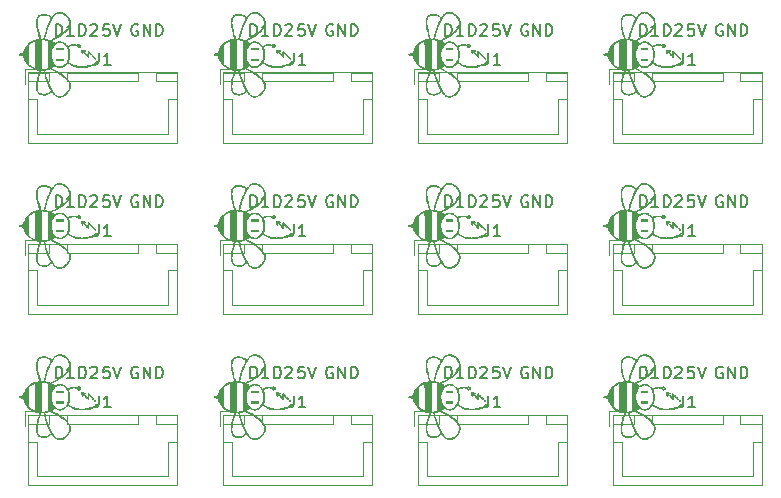
<source format=gbr>
%TF.GenerationSoftware,KiCad,Pcbnew,(5.1.10)-1*%
%TF.CreationDate,2021-08-14T09:06:37+01:00*%
%TF.ProjectId,grove_adaptor_panel,67726f76-655f-4616-9461-70746f725f70,rev?*%
%TF.SameCoordinates,Original*%
%TF.FileFunction,Legend,Top*%
%TF.FilePolarity,Positive*%
%FSLAX46Y46*%
G04 Gerber Fmt 4.6, Leading zero omitted, Abs format (unit mm)*
G04 Created by KiCad (PCBNEW (5.1.10)-1) date 2021-08-14 09:06:37*
%MOMM*%
%LPD*%
G01*
G04 APERTURE LIST*
%ADD10C,0.150000*%
%ADD11C,0.010000*%
%ADD12C,0.120000*%
G04 APERTURE END LIST*
D10*
X232238095Y-120000000D02*
X232142857Y-119952380D01*
X232000000Y-119952380D01*
X231857142Y-120000000D01*
X231761904Y-120095238D01*
X231714285Y-120190476D01*
X231666666Y-120380952D01*
X231666666Y-120523809D01*
X231714285Y-120714285D01*
X231761904Y-120809523D01*
X231857142Y-120904761D01*
X232000000Y-120952380D01*
X232095238Y-120952380D01*
X232238095Y-120904761D01*
X232285714Y-120857142D01*
X232285714Y-120523809D01*
X232095238Y-120523809D01*
X232714285Y-120952380D02*
X232714285Y-119952380D01*
X233285714Y-120952380D01*
X233285714Y-119952380D01*
X233761904Y-120952380D02*
X233761904Y-119952380D01*
X234000000Y-119952380D01*
X234142857Y-120000000D01*
X234238095Y-120095238D01*
X234285714Y-120190476D01*
X234333333Y-120380952D01*
X234333333Y-120523809D01*
X234285714Y-120714285D01*
X234238095Y-120809523D01*
X234142857Y-120904761D01*
X234000000Y-120952380D01*
X233761904Y-120952380D01*
X215738095Y-120000000D02*
X215642857Y-119952380D01*
X215500000Y-119952380D01*
X215357142Y-120000000D01*
X215261904Y-120095238D01*
X215214285Y-120190476D01*
X215166666Y-120380952D01*
X215166666Y-120523809D01*
X215214285Y-120714285D01*
X215261904Y-120809523D01*
X215357142Y-120904761D01*
X215500000Y-120952380D01*
X215595238Y-120952380D01*
X215738095Y-120904761D01*
X215785714Y-120857142D01*
X215785714Y-120523809D01*
X215595238Y-120523809D01*
X216214285Y-120952380D02*
X216214285Y-119952380D01*
X216785714Y-120952380D01*
X216785714Y-119952380D01*
X217261904Y-120952380D02*
X217261904Y-119952380D01*
X217500000Y-119952380D01*
X217642857Y-120000000D01*
X217738095Y-120095238D01*
X217785714Y-120190476D01*
X217833333Y-120380952D01*
X217833333Y-120523809D01*
X217785714Y-120714285D01*
X217738095Y-120809523D01*
X217642857Y-120904761D01*
X217500000Y-120952380D01*
X217261904Y-120952380D01*
X199238095Y-120000000D02*
X199142857Y-119952380D01*
X199000000Y-119952380D01*
X198857142Y-120000000D01*
X198761904Y-120095238D01*
X198714285Y-120190476D01*
X198666666Y-120380952D01*
X198666666Y-120523809D01*
X198714285Y-120714285D01*
X198761904Y-120809523D01*
X198857142Y-120904761D01*
X199000000Y-120952380D01*
X199095238Y-120952380D01*
X199238095Y-120904761D01*
X199285714Y-120857142D01*
X199285714Y-120523809D01*
X199095238Y-120523809D01*
X199714285Y-120952380D02*
X199714285Y-119952380D01*
X200285714Y-120952380D01*
X200285714Y-119952380D01*
X200761904Y-120952380D02*
X200761904Y-119952380D01*
X201000000Y-119952380D01*
X201142857Y-120000000D01*
X201238095Y-120095238D01*
X201285714Y-120190476D01*
X201333333Y-120380952D01*
X201333333Y-120523809D01*
X201285714Y-120714285D01*
X201238095Y-120809523D01*
X201142857Y-120904761D01*
X201000000Y-120952380D01*
X200761904Y-120952380D01*
X182738095Y-120000000D02*
X182642857Y-119952380D01*
X182500000Y-119952380D01*
X182357142Y-120000000D01*
X182261904Y-120095238D01*
X182214285Y-120190476D01*
X182166666Y-120380952D01*
X182166666Y-120523809D01*
X182214285Y-120714285D01*
X182261904Y-120809523D01*
X182357142Y-120904761D01*
X182500000Y-120952380D01*
X182595238Y-120952380D01*
X182738095Y-120904761D01*
X182785714Y-120857142D01*
X182785714Y-120523809D01*
X182595238Y-120523809D01*
X183214285Y-120952380D02*
X183214285Y-119952380D01*
X183785714Y-120952380D01*
X183785714Y-119952380D01*
X184261904Y-120952380D02*
X184261904Y-119952380D01*
X184500000Y-119952380D01*
X184642857Y-120000000D01*
X184738095Y-120095238D01*
X184785714Y-120190476D01*
X184833333Y-120380952D01*
X184833333Y-120523809D01*
X184785714Y-120714285D01*
X184738095Y-120809523D01*
X184642857Y-120904761D01*
X184500000Y-120952380D01*
X184261904Y-120952380D01*
X232238095Y-105500000D02*
X232142857Y-105452380D01*
X232000000Y-105452380D01*
X231857142Y-105500000D01*
X231761904Y-105595238D01*
X231714285Y-105690476D01*
X231666666Y-105880952D01*
X231666666Y-106023809D01*
X231714285Y-106214285D01*
X231761904Y-106309523D01*
X231857142Y-106404761D01*
X232000000Y-106452380D01*
X232095238Y-106452380D01*
X232238095Y-106404761D01*
X232285714Y-106357142D01*
X232285714Y-106023809D01*
X232095238Y-106023809D01*
X232714285Y-106452380D02*
X232714285Y-105452380D01*
X233285714Y-106452380D01*
X233285714Y-105452380D01*
X233761904Y-106452380D02*
X233761904Y-105452380D01*
X234000000Y-105452380D01*
X234142857Y-105500000D01*
X234238095Y-105595238D01*
X234285714Y-105690476D01*
X234333333Y-105880952D01*
X234333333Y-106023809D01*
X234285714Y-106214285D01*
X234238095Y-106309523D01*
X234142857Y-106404761D01*
X234000000Y-106452380D01*
X233761904Y-106452380D01*
X215738095Y-105500000D02*
X215642857Y-105452380D01*
X215500000Y-105452380D01*
X215357142Y-105500000D01*
X215261904Y-105595238D01*
X215214285Y-105690476D01*
X215166666Y-105880952D01*
X215166666Y-106023809D01*
X215214285Y-106214285D01*
X215261904Y-106309523D01*
X215357142Y-106404761D01*
X215500000Y-106452380D01*
X215595238Y-106452380D01*
X215738095Y-106404761D01*
X215785714Y-106357142D01*
X215785714Y-106023809D01*
X215595238Y-106023809D01*
X216214285Y-106452380D02*
X216214285Y-105452380D01*
X216785714Y-106452380D01*
X216785714Y-105452380D01*
X217261904Y-106452380D02*
X217261904Y-105452380D01*
X217500000Y-105452380D01*
X217642857Y-105500000D01*
X217738095Y-105595238D01*
X217785714Y-105690476D01*
X217833333Y-105880952D01*
X217833333Y-106023809D01*
X217785714Y-106214285D01*
X217738095Y-106309523D01*
X217642857Y-106404761D01*
X217500000Y-106452380D01*
X217261904Y-106452380D01*
X199238095Y-105500000D02*
X199142857Y-105452380D01*
X199000000Y-105452380D01*
X198857142Y-105500000D01*
X198761904Y-105595238D01*
X198714285Y-105690476D01*
X198666666Y-105880952D01*
X198666666Y-106023809D01*
X198714285Y-106214285D01*
X198761904Y-106309523D01*
X198857142Y-106404761D01*
X199000000Y-106452380D01*
X199095238Y-106452380D01*
X199238095Y-106404761D01*
X199285714Y-106357142D01*
X199285714Y-106023809D01*
X199095238Y-106023809D01*
X199714285Y-106452380D02*
X199714285Y-105452380D01*
X200285714Y-106452380D01*
X200285714Y-105452380D01*
X200761904Y-106452380D02*
X200761904Y-105452380D01*
X201000000Y-105452380D01*
X201142857Y-105500000D01*
X201238095Y-105595238D01*
X201285714Y-105690476D01*
X201333333Y-105880952D01*
X201333333Y-106023809D01*
X201285714Y-106214285D01*
X201238095Y-106309523D01*
X201142857Y-106404761D01*
X201000000Y-106452380D01*
X200761904Y-106452380D01*
X182738095Y-105500000D02*
X182642857Y-105452380D01*
X182500000Y-105452380D01*
X182357142Y-105500000D01*
X182261904Y-105595238D01*
X182214285Y-105690476D01*
X182166666Y-105880952D01*
X182166666Y-106023809D01*
X182214285Y-106214285D01*
X182261904Y-106309523D01*
X182357142Y-106404761D01*
X182500000Y-106452380D01*
X182595238Y-106452380D01*
X182738095Y-106404761D01*
X182785714Y-106357142D01*
X182785714Y-106023809D01*
X182595238Y-106023809D01*
X183214285Y-106452380D02*
X183214285Y-105452380D01*
X183785714Y-106452380D01*
X183785714Y-105452380D01*
X184261904Y-106452380D02*
X184261904Y-105452380D01*
X184500000Y-105452380D01*
X184642857Y-105500000D01*
X184738095Y-105595238D01*
X184785714Y-105690476D01*
X184833333Y-105880952D01*
X184833333Y-106023809D01*
X184785714Y-106214285D01*
X184738095Y-106309523D01*
X184642857Y-106404761D01*
X184500000Y-106452380D01*
X184261904Y-106452380D01*
X232238095Y-91000000D02*
X232142857Y-90952380D01*
X232000000Y-90952380D01*
X231857142Y-91000000D01*
X231761904Y-91095238D01*
X231714285Y-91190476D01*
X231666666Y-91380952D01*
X231666666Y-91523809D01*
X231714285Y-91714285D01*
X231761904Y-91809523D01*
X231857142Y-91904761D01*
X232000000Y-91952380D01*
X232095238Y-91952380D01*
X232238095Y-91904761D01*
X232285714Y-91857142D01*
X232285714Y-91523809D01*
X232095238Y-91523809D01*
X232714285Y-91952380D02*
X232714285Y-90952380D01*
X233285714Y-91952380D01*
X233285714Y-90952380D01*
X233761904Y-91952380D02*
X233761904Y-90952380D01*
X234000000Y-90952380D01*
X234142857Y-91000000D01*
X234238095Y-91095238D01*
X234285714Y-91190476D01*
X234333333Y-91380952D01*
X234333333Y-91523809D01*
X234285714Y-91714285D01*
X234238095Y-91809523D01*
X234142857Y-91904761D01*
X234000000Y-91952380D01*
X233761904Y-91952380D01*
X215738095Y-91000000D02*
X215642857Y-90952380D01*
X215500000Y-90952380D01*
X215357142Y-91000000D01*
X215261904Y-91095238D01*
X215214285Y-91190476D01*
X215166666Y-91380952D01*
X215166666Y-91523809D01*
X215214285Y-91714285D01*
X215261904Y-91809523D01*
X215357142Y-91904761D01*
X215500000Y-91952380D01*
X215595238Y-91952380D01*
X215738095Y-91904761D01*
X215785714Y-91857142D01*
X215785714Y-91523809D01*
X215595238Y-91523809D01*
X216214285Y-91952380D02*
X216214285Y-90952380D01*
X216785714Y-91952380D01*
X216785714Y-90952380D01*
X217261904Y-91952380D02*
X217261904Y-90952380D01*
X217500000Y-90952380D01*
X217642857Y-91000000D01*
X217738095Y-91095238D01*
X217785714Y-91190476D01*
X217833333Y-91380952D01*
X217833333Y-91523809D01*
X217785714Y-91714285D01*
X217738095Y-91809523D01*
X217642857Y-91904761D01*
X217500000Y-91952380D01*
X217261904Y-91952380D01*
X199238095Y-91000000D02*
X199142857Y-90952380D01*
X199000000Y-90952380D01*
X198857142Y-91000000D01*
X198761904Y-91095238D01*
X198714285Y-91190476D01*
X198666666Y-91380952D01*
X198666666Y-91523809D01*
X198714285Y-91714285D01*
X198761904Y-91809523D01*
X198857142Y-91904761D01*
X199000000Y-91952380D01*
X199095238Y-91952380D01*
X199238095Y-91904761D01*
X199285714Y-91857142D01*
X199285714Y-91523809D01*
X199095238Y-91523809D01*
X199714285Y-91952380D02*
X199714285Y-90952380D01*
X200285714Y-91952380D01*
X200285714Y-90952380D01*
X200761904Y-91952380D02*
X200761904Y-90952380D01*
X201000000Y-90952380D01*
X201142857Y-91000000D01*
X201238095Y-91095238D01*
X201285714Y-91190476D01*
X201333333Y-91380952D01*
X201333333Y-91523809D01*
X201285714Y-91714285D01*
X201238095Y-91809523D01*
X201142857Y-91904761D01*
X201000000Y-91952380D01*
X200761904Y-91952380D01*
X225261904Y-120952380D02*
X225261904Y-119952380D01*
X225500000Y-119952380D01*
X225642857Y-120000000D01*
X225738095Y-120095238D01*
X225785714Y-120190476D01*
X225833333Y-120380952D01*
X225833333Y-120523809D01*
X225785714Y-120714285D01*
X225738095Y-120809523D01*
X225642857Y-120904761D01*
X225500000Y-120952380D01*
X225261904Y-120952380D01*
X226785714Y-120952380D02*
X226214285Y-120952380D01*
X226500000Y-120952380D02*
X226500000Y-119952380D01*
X226404761Y-120095238D01*
X226309523Y-120190476D01*
X226214285Y-120238095D01*
X208761904Y-120952380D02*
X208761904Y-119952380D01*
X209000000Y-119952380D01*
X209142857Y-120000000D01*
X209238095Y-120095238D01*
X209285714Y-120190476D01*
X209333333Y-120380952D01*
X209333333Y-120523809D01*
X209285714Y-120714285D01*
X209238095Y-120809523D01*
X209142857Y-120904761D01*
X209000000Y-120952380D01*
X208761904Y-120952380D01*
X210285714Y-120952380D02*
X209714285Y-120952380D01*
X210000000Y-120952380D02*
X210000000Y-119952380D01*
X209904761Y-120095238D01*
X209809523Y-120190476D01*
X209714285Y-120238095D01*
X192261904Y-120952380D02*
X192261904Y-119952380D01*
X192500000Y-119952380D01*
X192642857Y-120000000D01*
X192738095Y-120095238D01*
X192785714Y-120190476D01*
X192833333Y-120380952D01*
X192833333Y-120523809D01*
X192785714Y-120714285D01*
X192738095Y-120809523D01*
X192642857Y-120904761D01*
X192500000Y-120952380D01*
X192261904Y-120952380D01*
X193785714Y-120952380D02*
X193214285Y-120952380D01*
X193500000Y-120952380D02*
X193500000Y-119952380D01*
X193404761Y-120095238D01*
X193309523Y-120190476D01*
X193214285Y-120238095D01*
X175761904Y-120952380D02*
X175761904Y-119952380D01*
X176000000Y-119952380D01*
X176142857Y-120000000D01*
X176238095Y-120095238D01*
X176285714Y-120190476D01*
X176333333Y-120380952D01*
X176333333Y-120523809D01*
X176285714Y-120714285D01*
X176238095Y-120809523D01*
X176142857Y-120904761D01*
X176000000Y-120952380D01*
X175761904Y-120952380D01*
X177285714Y-120952380D02*
X176714285Y-120952380D01*
X177000000Y-120952380D02*
X177000000Y-119952380D01*
X176904761Y-120095238D01*
X176809523Y-120190476D01*
X176714285Y-120238095D01*
X225261904Y-106452380D02*
X225261904Y-105452380D01*
X225500000Y-105452380D01*
X225642857Y-105500000D01*
X225738095Y-105595238D01*
X225785714Y-105690476D01*
X225833333Y-105880952D01*
X225833333Y-106023809D01*
X225785714Y-106214285D01*
X225738095Y-106309523D01*
X225642857Y-106404761D01*
X225500000Y-106452380D01*
X225261904Y-106452380D01*
X226785714Y-106452380D02*
X226214285Y-106452380D01*
X226500000Y-106452380D02*
X226500000Y-105452380D01*
X226404761Y-105595238D01*
X226309523Y-105690476D01*
X226214285Y-105738095D01*
X208761904Y-106452380D02*
X208761904Y-105452380D01*
X209000000Y-105452380D01*
X209142857Y-105500000D01*
X209238095Y-105595238D01*
X209285714Y-105690476D01*
X209333333Y-105880952D01*
X209333333Y-106023809D01*
X209285714Y-106214285D01*
X209238095Y-106309523D01*
X209142857Y-106404761D01*
X209000000Y-106452380D01*
X208761904Y-106452380D01*
X210285714Y-106452380D02*
X209714285Y-106452380D01*
X210000000Y-106452380D02*
X210000000Y-105452380D01*
X209904761Y-105595238D01*
X209809523Y-105690476D01*
X209714285Y-105738095D01*
X192261904Y-106452380D02*
X192261904Y-105452380D01*
X192500000Y-105452380D01*
X192642857Y-105500000D01*
X192738095Y-105595238D01*
X192785714Y-105690476D01*
X192833333Y-105880952D01*
X192833333Y-106023809D01*
X192785714Y-106214285D01*
X192738095Y-106309523D01*
X192642857Y-106404761D01*
X192500000Y-106452380D01*
X192261904Y-106452380D01*
X193785714Y-106452380D02*
X193214285Y-106452380D01*
X193500000Y-106452380D02*
X193500000Y-105452380D01*
X193404761Y-105595238D01*
X193309523Y-105690476D01*
X193214285Y-105738095D01*
X175761904Y-106452380D02*
X175761904Y-105452380D01*
X176000000Y-105452380D01*
X176142857Y-105500000D01*
X176238095Y-105595238D01*
X176285714Y-105690476D01*
X176333333Y-105880952D01*
X176333333Y-106023809D01*
X176285714Y-106214285D01*
X176238095Y-106309523D01*
X176142857Y-106404761D01*
X176000000Y-106452380D01*
X175761904Y-106452380D01*
X177285714Y-106452380D02*
X176714285Y-106452380D01*
X177000000Y-106452380D02*
X177000000Y-105452380D01*
X176904761Y-105595238D01*
X176809523Y-105690476D01*
X176714285Y-105738095D01*
X225261904Y-91952380D02*
X225261904Y-90952380D01*
X225500000Y-90952380D01*
X225642857Y-91000000D01*
X225738095Y-91095238D01*
X225785714Y-91190476D01*
X225833333Y-91380952D01*
X225833333Y-91523809D01*
X225785714Y-91714285D01*
X225738095Y-91809523D01*
X225642857Y-91904761D01*
X225500000Y-91952380D01*
X225261904Y-91952380D01*
X226785714Y-91952380D02*
X226214285Y-91952380D01*
X226500000Y-91952380D02*
X226500000Y-90952380D01*
X226404761Y-91095238D01*
X226309523Y-91190476D01*
X226214285Y-91238095D01*
X208761904Y-91952380D02*
X208761904Y-90952380D01*
X209000000Y-90952380D01*
X209142857Y-91000000D01*
X209238095Y-91095238D01*
X209285714Y-91190476D01*
X209333333Y-91380952D01*
X209333333Y-91523809D01*
X209285714Y-91714285D01*
X209238095Y-91809523D01*
X209142857Y-91904761D01*
X209000000Y-91952380D01*
X208761904Y-91952380D01*
X210285714Y-91952380D02*
X209714285Y-91952380D01*
X210000000Y-91952380D02*
X210000000Y-90952380D01*
X209904761Y-91095238D01*
X209809523Y-91190476D01*
X209714285Y-91238095D01*
X192261904Y-91952380D02*
X192261904Y-90952380D01*
X192500000Y-90952380D01*
X192642857Y-91000000D01*
X192738095Y-91095238D01*
X192785714Y-91190476D01*
X192833333Y-91380952D01*
X192833333Y-91523809D01*
X192785714Y-91714285D01*
X192738095Y-91809523D01*
X192642857Y-91904761D01*
X192500000Y-91952380D01*
X192261904Y-91952380D01*
X193785714Y-91952380D02*
X193214285Y-91952380D01*
X193500000Y-91952380D02*
X193500000Y-90952380D01*
X193404761Y-91095238D01*
X193309523Y-91190476D01*
X193214285Y-91238095D01*
X229809523Y-119952380D02*
X229333333Y-119952380D01*
X229285714Y-120428571D01*
X229333333Y-120380952D01*
X229428571Y-120333333D01*
X229666666Y-120333333D01*
X229761904Y-120380952D01*
X229809523Y-120428571D01*
X229857142Y-120523809D01*
X229857142Y-120761904D01*
X229809523Y-120857142D01*
X229761904Y-120904761D01*
X229666666Y-120952380D01*
X229428571Y-120952380D01*
X229333333Y-120904761D01*
X229285714Y-120857142D01*
X230142857Y-119952380D02*
X230476190Y-120952380D01*
X230809523Y-119952380D01*
X213309523Y-119952380D02*
X212833333Y-119952380D01*
X212785714Y-120428571D01*
X212833333Y-120380952D01*
X212928571Y-120333333D01*
X213166666Y-120333333D01*
X213261904Y-120380952D01*
X213309523Y-120428571D01*
X213357142Y-120523809D01*
X213357142Y-120761904D01*
X213309523Y-120857142D01*
X213261904Y-120904761D01*
X213166666Y-120952380D01*
X212928571Y-120952380D01*
X212833333Y-120904761D01*
X212785714Y-120857142D01*
X213642857Y-119952380D02*
X213976190Y-120952380D01*
X214309523Y-119952380D01*
X196809523Y-119952380D02*
X196333333Y-119952380D01*
X196285714Y-120428571D01*
X196333333Y-120380952D01*
X196428571Y-120333333D01*
X196666666Y-120333333D01*
X196761904Y-120380952D01*
X196809523Y-120428571D01*
X196857142Y-120523809D01*
X196857142Y-120761904D01*
X196809523Y-120857142D01*
X196761904Y-120904761D01*
X196666666Y-120952380D01*
X196428571Y-120952380D01*
X196333333Y-120904761D01*
X196285714Y-120857142D01*
X197142857Y-119952380D02*
X197476190Y-120952380D01*
X197809523Y-119952380D01*
X180309523Y-119952380D02*
X179833333Y-119952380D01*
X179785714Y-120428571D01*
X179833333Y-120380952D01*
X179928571Y-120333333D01*
X180166666Y-120333333D01*
X180261904Y-120380952D01*
X180309523Y-120428571D01*
X180357142Y-120523809D01*
X180357142Y-120761904D01*
X180309523Y-120857142D01*
X180261904Y-120904761D01*
X180166666Y-120952380D01*
X179928571Y-120952380D01*
X179833333Y-120904761D01*
X179785714Y-120857142D01*
X180642857Y-119952380D02*
X180976190Y-120952380D01*
X181309523Y-119952380D01*
X229809523Y-105452380D02*
X229333333Y-105452380D01*
X229285714Y-105928571D01*
X229333333Y-105880952D01*
X229428571Y-105833333D01*
X229666666Y-105833333D01*
X229761904Y-105880952D01*
X229809523Y-105928571D01*
X229857142Y-106023809D01*
X229857142Y-106261904D01*
X229809523Y-106357142D01*
X229761904Y-106404761D01*
X229666666Y-106452380D01*
X229428571Y-106452380D01*
X229333333Y-106404761D01*
X229285714Y-106357142D01*
X230142857Y-105452380D02*
X230476190Y-106452380D01*
X230809523Y-105452380D01*
X213309523Y-105452380D02*
X212833333Y-105452380D01*
X212785714Y-105928571D01*
X212833333Y-105880952D01*
X212928571Y-105833333D01*
X213166666Y-105833333D01*
X213261904Y-105880952D01*
X213309523Y-105928571D01*
X213357142Y-106023809D01*
X213357142Y-106261904D01*
X213309523Y-106357142D01*
X213261904Y-106404761D01*
X213166666Y-106452380D01*
X212928571Y-106452380D01*
X212833333Y-106404761D01*
X212785714Y-106357142D01*
X213642857Y-105452380D02*
X213976190Y-106452380D01*
X214309523Y-105452380D01*
X196809523Y-105452380D02*
X196333333Y-105452380D01*
X196285714Y-105928571D01*
X196333333Y-105880952D01*
X196428571Y-105833333D01*
X196666666Y-105833333D01*
X196761904Y-105880952D01*
X196809523Y-105928571D01*
X196857142Y-106023809D01*
X196857142Y-106261904D01*
X196809523Y-106357142D01*
X196761904Y-106404761D01*
X196666666Y-106452380D01*
X196428571Y-106452380D01*
X196333333Y-106404761D01*
X196285714Y-106357142D01*
X197142857Y-105452380D02*
X197476190Y-106452380D01*
X197809523Y-105452380D01*
X180309523Y-105452380D02*
X179833333Y-105452380D01*
X179785714Y-105928571D01*
X179833333Y-105880952D01*
X179928571Y-105833333D01*
X180166666Y-105833333D01*
X180261904Y-105880952D01*
X180309523Y-105928571D01*
X180357142Y-106023809D01*
X180357142Y-106261904D01*
X180309523Y-106357142D01*
X180261904Y-106404761D01*
X180166666Y-106452380D01*
X179928571Y-106452380D01*
X179833333Y-106404761D01*
X179785714Y-106357142D01*
X180642857Y-105452380D02*
X180976190Y-106452380D01*
X181309523Y-105452380D01*
X229809523Y-90952380D02*
X229333333Y-90952380D01*
X229285714Y-91428571D01*
X229333333Y-91380952D01*
X229428571Y-91333333D01*
X229666666Y-91333333D01*
X229761904Y-91380952D01*
X229809523Y-91428571D01*
X229857142Y-91523809D01*
X229857142Y-91761904D01*
X229809523Y-91857142D01*
X229761904Y-91904761D01*
X229666666Y-91952380D01*
X229428571Y-91952380D01*
X229333333Y-91904761D01*
X229285714Y-91857142D01*
X230142857Y-90952380D02*
X230476190Y-91952380D01*
X230809523Y-90952380D01*
X213309523Y-90952380D02*
X212833333Y-90952380D01*
X212785714Y-91428571D01*
X212833333Y-91380952D01*
X212928571Y-91333333D01*
X213166666Y-91333333D01*
X213261904Y-91380952D01*
X213309523Y-91428571D01*
X213357142Y-91523809D01*
X213357142Y-91761904D01*
X213309523Y-91857142D01*
X213261904Y-91904761D01*
X213166666Y-91952380D01*
X212928571Y-91952380D01*
X212833333Y-91904761D01*
X212785714Y-91857142D01*
X213642857Y-90952380D02*
X213976190Y-91952380D01*
X214309523Y-90952380D01*
X196809523Y-90952380D02*
X196333333Y-90952380D01*
X196285714Y-91428571D01*
X196333333Y-91380952D01*
X196428571Y-91333333D01*
X196666666Y-91333333D01*
X196761904Y-91380952D01*
X196809523Y-91428571D01*
X196857142Y-91523809D01*
X196857142Y-91761904D01*
X196809523Y-91857142D01*
X196761904Y-91904761D01*
X196666666Y-91952380D01*
X196428571Y-91952380D01*
X196333333Y-91904761D01*
X196285714Y-91857142D01*
X197142857Y-90952380D02*
X197476190Y-91952380D01*
X197809523Y-90952380D01*
X227261904Y-120952380D02*
X227261904Y-119952380D01*
X227500000Y-119952380D01*
X227642857Y-120000000D01*
X227738095Y-120095238D01*
X227785714Y-120190476D01*
X227833333Y-120380952D01*
X227833333Y-120523809D01*
X227785714Y-120714285D01*
X227738095Y-120809523D01*
X227642857Y-120904761D01*
X227500000Y-120952380D01*
X227261904Y-120952380D01*
X228214285Y-120047619D02*
X228261904Y-120000000D01*
X228357142Y-119952380D01*
X228595238Y-119952380D01*
X228690476Y-120000000D01*
X228738095Y-120047619D01*
X228785714Y-120142857D01*
X228785714Y-120238095D01*
X228738095Y-120380952D01*
X228166666Y-120952380D01*
X228785714Y-120952380D01*
X210761904Y-120952380D02*
X210761904Y-119952380D01*
X211000000Y-119952380D01*
X211142857Y-120000000D01*
X211238095Y-120095238D01*
X211285714Y-120190476D01*
X211333333Y-120380952D01*
X211333333Y-120523809D01*
X211285714Y-120714285D01*
X211238095Y-120809523D01*
X211142857Y-120904761D01*
X211000000Y-120952380D01*
X210761904Y-120952380D01*
X211714285Y-120047619D02*
X211761904Y-120000000D01*
X211857142Y-119952380D01*
X212095238Y-119952380D01*
X212190476Y-120000000D01*
X212238095Y-120047619D01*
X212285714Y-120142857D01*
X212285714Y-120238095D01*
X212238095Y-120380952D01*
X211666666Y-120952380D01*
X212285714Y-120952380D01*
X194261904Y-120952380D02*
X194261904Y-119952380D01*
X194500000Y-119952380D01*
X194642857Y-120000000D01*
X194738095Y-120095238D01*
X194785714Y-120190476D01*
X194833333Y-120380952D01*
X194833333Y-120523809D01*
X194785714Y-120714285D01*
X194738095Y-120809523D01*
X194642857Y-120904761D01*
X194500000Y-120952380D01*
X194261904Y-120952380D01*
X195214285Y-120047619D02*
X195261904Y-120000000D01*
X195357142Y-119952380D01*
X195595238Y-119952380D01*
X195690476Y-120000000D01*
X195738095Y-120047619D01*
X195785714Y-120142857D01*
X195785714Y-120238095D01*
X195738095Y-120380952D01*
X195166666Y-120952380D01*
X195785714Y-120952380D01*
X177761904Y-120952380D02*
X177761904Y-119952380D01*
X178000000Y-119952380D01*
X178142857Y-120000000D01*
X178238095Y-120095238D01*
X178285714Y-120190476D01*
X178333333Y-120380952D01*
X178333333Y-120523809D01*
X178285714Y-120714285D01*
X178238095Y-120809523D01*
X178142857Y-120904761D01*
X178000000Y-120952380D01*
X177761904Y-120952380D01*
X178714285Y-120047619D02*
X178761904Y-120000000D01*
X178857142Y-119952380D01*
X179095238Y-119952380D01*
X179190476Y-120000000D01*
X179238095Y-120047619D01*
X179285714Y-120142857D01*
X179285714Y-120238095D01*
X179238095Y-120380952D01*
X178666666Y-120952380D01*
X179285714Y-120952380D01*
X227261904Y-106452380D02*
X227261904Y-105452380D01*
X227500000Y-105452380D01*
X227642857Y-105500000D01*
X227738095Y-105595238D01*
X227785714Y-105690476D01*
X227833333Y-105880952D01*
X227833333Y-106023809D01*
X227785714Y-106214285D01*
X227738095Y-106309523D01*
X227642857Y-106404761D01*
X227500000Y-106452380D01*
X227261904Y-106452380D01*
X228214285Y-105547619D02*
X228261904Y-105500000D01*
X228357142Y-105452380D01*
X228595238Y-105452380D01*
X228690476Y-105500000D01*
X228738095Y-105547619D01*
X228785714Y-105642857D01*
X228785714Y-105738095D01*
X228738095Y-105880952D01*
X228166666Y-106452380D01*
X228785714Y-106452380D01*
X210761904Y-106452380D02*
X210761904Y-105452380D01*
X211000000Y-105452380D01*
X211142857Y-105500000D01*
X211238095Y-105595238D01*
X211285714Y-105690476D01*
X211333333Y-105880952D01*
X211333333Y-106023809D01*
X211285714Y-106214285D01*
X211238095Y-106309523D01*
X211142857Y-106404761D01*
X211000000Y-106452380D01*
X210761904Y-106452380D01*
X211714285Y-105547619D02*
X211761904Y-105500000D01*
X211857142Y-105452380D01*
X212095238Y-105452380D01*
X212190476Y-105500000D01*
X212238095Y-105547619D01*
X212285714Y-105642857D01*
X212285714Y-105738095D01*
X212238095Y-105880952D01*
X211666666Y-106452380D01*
X212285714Y-106452380D01*
X194261904Y-106452380D02*
X194261904Y-105452380D01*
X194500000Y-105452380D01*
X194642857Y-105500000D01*
X194738095Y-105595238D01*
X194785714Y-105690476D01*
X194833333Y-105880952D01*
X194833333Y-106023809D01*
X194785714Y-106214285D01*
X194738095Y-106309523D01*
X194642857Y-106404761D01*
X194500000Y-106452380D01*
X194261904Y-106452380D01*
X195214285Y-105547619D02*
X195261904Y-105500000D01*
X195357142Y-105452380D01*
X195595238Y-105452380D01*
X195690476Y-105500000D01*
X195738095Y-105547619D01*
X195785714Y-105642857D01*
X195785714Y-105738095D01*
X195738095Y-105880952D01*
X195166666Y-106452380D01*
X195785714Y-106452380D01*
X177761904Y-106452380D02*
X177761904Y-105452380D01*
X178000000Y-105452380D01*
X178142857Y-105500000D01*
X178238095Y-105595238D01*
X178285714Y-105690476D01*
X178333333Y-105880952D01*
X178333333Y-106023809D01*
X178285714Y-106214285D01*
X178238095Y-106309523D01*
X178142857Y-106404761D01*
X178000000Y-106452380D01*
X177761904Y-106452380D01*
X178714285Y-105547619D02*
X178761904Y-105500000D01*
X178857142Y-105452380D01*
X179095238Y-105452380D01*
X179190476Y-105500000D01*
X179238095Y-105547619D01*
X179285714Y-105642857D01*
X179285714Y-105738095D01*
X179238095Y-105880952D01*
X178666666Y-106452380D01*
X179285714Y-106452380D01*
X227261904Y-91952380D02*
X227261904Y-90952380D01*
X227500000Y-90952380D01*
X227642857Y-91000000D01*
X227738095Y-91095238D01*
X227785714Y-91190476D01*
X227833333Y-91380952D01*
X227833333Y-91523809D01*
X227785714Y-91714285D01*
X227738095Y-91809523D01*
X227642857Y-91904761D01*
X227500000Y-91952380D01*
X227261904Y-91952380D01*
X228214285Y-91047619D02*
X228261904Y-91000000D01*
X228357142Y-90952380D01*
X228595238Y-90952380D01*
X228690476Y-91000000D01*
X228738095Y-91047619D01*
X228785714Y-91142857D01*
X228785714Y-91238095D01*
X228738095Y-91380952D01*
X228166666Y-91952380D01*
X228785714Y-91952380D01*
X210761904Y-91952380D02*
X210761904Y-90952380D01*
X211000000Y-90952380D01*
X211142857Y-91000000D01*
X211238095Y-91095238D01*
X211285714Y-91190476D01*
X211333333Y-91380952D01*
X211333333Y-91523809D01*
X211285714Y-91714285D01*
X211238095Y-91809523D01*
X211142857Y-91904761D01*
X211000000Y-91952380D01*
X210761904Y-91952380D01*
X211714285Y-91047619D02*
X211761904Y-91000000D01*
X211857142Y-90952380D01*
X212095238Y-90952380D01*
X212190476Y-91000000D01*
X212238095Y-91047619D01*
X212285714Y-91142857D01*
X212285714Y-91238095D01*
X212238095Y-91380952D01*
X211666666Y-91952380D01*
X212285714Y-91952380D01*
X194261904Y-91952380D02*
X194261904Y-90952380D01*
X194500000Y-90952380D01*
X194642857Y-91000000D01*
X194738095Y-91095238D01*
X194785714Y-91190476D01*
X194833333Y-91380952D01*
X194833333Y-91523809D01*
X194785714Y-91714285D01*
X194738095Y-91809523D01*
X194642857Y-91904761D01*
X194500000Y-91952380D01*
X194261904Y-91952380D01*
X195214285Y-91047619D02*
X195261904Y-91000000D01*
X195357142Y-90952380D01*
X195595238Y-90952380D01*
X195690476Y-91000000D01*
X195738095Y-91047619D01*
X195785714Y-91142857D01*
X195785714Y-91238095D01*
X195738095Y-91380952D01*
X195166666Y-91952380D01*
X195785714Y-91952380D01*
X175761904Y-91952380D02*
X175761904Y-90952380D01*
X176000000Y-90952380D01*
X176142857Y-91000000D01*
X176238095Y-91095238D01*
X176285714Y-91190476D01*
X176333333Y-91380952D01*
X176333333Y-91523809D01*
X176285714Y-91714285D01*
X176238095Y-91809523D01*
X176142857Y-91904761D01*
X176000000Y-91952380D01*
X175761904Y-91952380D01*
X177285714Y-91952380D02*
X176714285Y-91952380D01*
X177000000Y-91952380D02*
X177000000Y-90952380D01*
X176904761Y-91095238D01*
X176809523Y-91190476D01*
X176714285Y-91238095D01*
X177761904Y-91952380D02*
X177761904Y-90952380D01*
X178000000Y-90952380D01*
X178142857Y-91000000D01*
X178238095Y-91095238D01*
X178285714Y-91190476D01*
X178333333Y-91380952D01*
X178333333Y-91523809D01*
X178285714Y-91714285D01*
X178238095Y-91809523D01*
X178142857Y-91904761D01*
X178000000Y-91952380D01*
X177761904Y-91952380D01*
X178714285Y-91047619D02*
X178761904Y-91000000D01*
X178857142Y-90952380D01*
X179095238Y-90952380D01*
X179190476Y-91000000D01*
X179238095Y-91047619D01*
X179285714Y-91142857D01*
X179285714Y-91238095D01*
X179238095Y-91380952D01*
X178666666Y-91952380D01*
X179285714Y-91952380D01*
X180309523Y-90952380D02*
X179833333Y-90952380D01*
X179785714Y-91428571D01*
X179833333Y-91380952D01*
X179928571Y-91333333D01*
X180166666Y-91333333D01*
X180261904Y-91380952D01*
X180309523Y-91428571D01*
X180357142Y-91523809D01*
X180357142Y-91761904D01*
X180309523Y-91857142D01*
X180261904Y-91904761D01*
X180166666Y-91952380D01*
X179928571Y-91952380D01*
X179833333Y-91904761D01*
X179785714Y-91857142D01*
X180642857Y-90952380D02*
X180976190Y-91952380D01*
X181309523Y-90952380D01*
X182738095Y-91000000D02*
X182642857Y-90952380D01*
X182500000Y-90952380D01*
X182357142Y-91000000D01*
X182261904Y-91095238D01*
X182214285Y-91190476D01*
X182166666Y-91380952D01*
X182166666Y-91523809D01*
X182214285Y-91714285D01*
X182261904Y-91809523D01*
X182357142Y-91904761D01*
X182500000Y-91952380D01*
X182595238Y-91952380D01*
X182738095Y-91904761D01*
X182785714Y-91857142D01*
X182785714Y-91523809D01*
X182595238Y-91523809D01*
X183214285Y-91952380D02*
X183214285Y-90952380D01*
X183785714Y-91952380D01*
X183785714Y-90952380D01*
X184261904Y-91952380D02*
X184261904Y-90952380D01*
X184500000Y-90952380D01*
X184642857Y-91000000D01*
X184738095Y-91095238D01*
X184785714Y-91190476D01*
X184833333Y-91380952D01*
X184833333Y-91523809D01*
X184785714Y-91714285D01*
X184738095Y-91809523D01*
X184642857Y-91904761D01*
X184500000Y-91952380D01*
X184261904Y-91952380D01*
D11*
%TO.C,G\u002A\u002A\u002A*%
G36*
X228838272Y-123281124D02*
G01*
X228812623Y-123320066D01*
X228777350Y-123350866D01*
X228753557Y-123362381D01*
X228703831Y-123369381D01*
X228655836Y-123360040D01*
X228617453Y-123336291D01*
X228609228Y-123326963D01*
X228589310Y-123300557D01*
X228461859Y-123360848D01*
X228265907Y-123442059D01*
X228061687Y-123503933D01*
X227847606Y-123546800D01*
X227622074Y-123570993D01*
X227422318Y-123577124D01*
X227275328Y-123573712D01*
X227145173Y-123563437D01*
X227026426Y-123545563D01*
X226913658Y-123519354D01*
X226845045Y-123498815D01*
X226763013Y-123468368D01*
X226669003Y-123426952D01*
X226569335Y-123377686D01*
X226470328Y-123323684D01*
X226382677Y-123270857D01*
X226336271Y-123241321D01*
X226296521Y-123216056D01*
X226267754Y-123197810D01*
X226254466Y-123189434D01*
X226242271Y-123194321D01*
X226222105Y-123214538D01*
X226198528Y-123245386D01*
X226147155Y-123310309D01*
X226083521Y-123376016D01*
X226013779Y-123437047D01*
X225944085Y-123487937D01*
X225890721Y-123518545D01*
X225810872Y-123553095D01*
X225738095Y-123574433D01*
X225662371Y-123584874D01*
X225594934Y-123586945D01*
X225479533Y-123576086D01*
X225367672Y-123545188D01*
X225264657Y-123495987D01*
X225215016Y-123462750D01*
X225178259Y-123435175D01*
X225097106Y-123496225D01*
X225045758Y-123532255D01*
X224985661Y-123570613D01*
X224928883Y-123603634D01*
X224922986Y-123606810D01*
X224830018Y-123656345D01*
X225058214Y-123769255D01*
X225273216Y-123879742D01*
X225467166Y-123988243D01*
X225641879Y-124095982D01*
X225799170Y-124204185D01*
X225940853Y-124314075D01*
X226068743Y-124426878D01*
X226147395Y-124504467D01*
X226258498Y-124628950D01*
X226347038Y-124750200D01*
X226413164Y-124869160D01*
X226457023Y-124986770D01*
X226478764Y-125103972D01*
X226478534Y-125221707D01*
X226456481Y-125340917D01*
X226412754Y-125462542D01*
X226347501Y-125587524D01*
X226323735Y-125625835D01*
X226241435Y-125738046D01*
X226148795Y-125836093D01*
X226047932Y-125919199D01*
X225940965Y-125986591D01*
X225830010Y-126037492D01*
X225717185Y-126071127D01*
X225604607Y-126086721D01*
X225494395Y-126083499D01*
X225388665Y-126060685D01*
X225289536Y-126017504D01*
X225275862Y-126009522D01*
X225217137Y-125967783D01*
X225151575Y-125910567D01*
X225083806Y-125842435D01*
X225018463Y-125767951D01*
X224977337Y-125715409D01*
X224948022Y-125676019D01*
X224924178Y-125644162D01*
X224908928Y-125623999D01*
X224905105Y-125619139D01*
X224896004Y-125625036D01*
X224874685Y-125644107D01*
X224844934Y-125672877D01*
X224828381Y-125689509D01*
X224746830Y-125757910D01*
X224648435Y-125816458D01*
X224538009Y-125863304D01*
X224420366Y-125896598D01*
X224300322Y-125914493D01*
X224235772Y-125917102D01*
X224118423Y-125908130D01*
X224007670Y-125882350D01*
X223906279Y-125841250D01*
X223817014Y-125786317D01*
X223742640Y-125719038D01*
X223685923Y-125640903D01*
X223671893Y-125613719D01*
X223634161Y-125509087D01*
X223610397Y-125386866D01*
X223600509Y-125247784D01*
X223604404Y-125092566D01*
X223621989Y-124921940D01*
X223653171Y-124736633D01*
X223697858Y-124537372D01*
X223755956Y-124324883D01*
X223827374Y-124099893D01*
X223886954Y-123930663D01*
X223927436Y-123820008D01*
X223781422Y-123795866D01*
X223586646Y-123753030D01*
X223404053Y-123690764D01*
X223232707Y-123608640D01*
X223071671Y-123506231D01*
X222965772Y-123423258D01*
X222852721Y-123314822D01*
X222753235Y-123193857D01*
X222669419Y-123063822D01*
X222603378Y-122928175D01*
X222557216Y-122790374D01*
X222543666Y-122729531D01*
X222536069Y-122689546D01*
X222529894Y-122658226D01*
X222526745Y-122643514D01*
X222515031Y-122635688D01*
X222485503Y-122623584D01*
X222442661Y-122608873D01*
X222392548Y-122593667D01*
X222333635Y-122576809D01*
X222276219Y-122560376D01*
X222227743Y-122546500D01*
X222200886Y-122538811D01*
X222163068Y-122525628D01*
X222144271Y-122512258D01*
X222140272Y-122500000D01*
X222146917Y-122484712D01*
X222169486Y-122471596D01*
X222200886Y-122461189D01*
X222237193Y-122450794D01*
X222288257Y-122436178D01*
X222346636Y-122419471D01*
X222392548Y-122406333D01*
X222444018Y-122390689D01*
X222486545Y-122376029D01*
X222515629Y-122364023D01*
X222526745Y-122356485D01*
X222530385Y-122339344D01*
X222536760Y-122306870D01*
X222543666Y-122270469D01*
X222580349Y-122132814D01*
X222637846Y-121995781D01*
X222714053Y-121862825D01*
X222806867Y-121737404D01*
X222914185Y-121622974D01*
X222965772Y-121576731D01*
X223119670Y-121460970D01*
X223285436Y-121364743D01*
X223463378Y-121287917D01*
X223488204Y-121280414D01*
X223488204Y-121334015D01*
X223469304Y-121339372D01*
X223434700Y-121353819D01*
X223388813Y-121375126D01*
X223336066Y-121401067D01*
X223280882Y-121429412D01*
X223227684Y-121457934D01*
X223180894Y-121484405D01*
X223144934Y-121506597D01*
X223142815Y-121508015D01*
X223095562Y-121541421D01*
X223045637Y-121579128D01*
X223009068Y-121608646D01*
X222948454Y-121659987D01*
X222948454Y-123341033D01*
X223009068Y-123392441D01*
X223067804Y-123438430D01*
X223137015Y-123486502D01*
X223211929Y-123533888D01*
X223287769Y-123577819D01*
X223359762Y-123615523D01*
X223423133Y-123644233D01*
X223471745Y-123660841D01*
X223502636Y-123668594D01*
X223502636Y-122501251D01*
X223502584Y-122304356D01*
X223502417Y-122129430D01*
X223502122Y-121975352D01*
X223501684Y-121841000D01*
X223501091Y-121725254D01*
X223500329Y-121626991D01*
X223499382Y-121545090D01*
X223498238Y-121478430D01*
X223496883Y-121425889D01*
X223495302Y-121386347D01*
X223493483Y-121358681D01*
X223491410Y-121341771D01*
X223489070Y-121334494D01*
X223488204Y-121334015D01*
X223488204Y-121280414D01*
X223653805Y-121230360D01*
X223857027Y-121191941D01*
X223874261Y-121189637D01*
X223928386Y-121182618D01*
X223887118Y-121070650D01*
X223816971Y-120870135D01*
X223755815Y-120674241D01*
X223704056Y-120485000D01*
X223662102Y-120304445D01*
X223630361Y-120134607D01*
X223609240Y-119977521D01*
X223599147Y-119835217D01*
X223600489Y-119709729D01*
X223604656Y-119661686D01*
X223624362Y-119537910D01*
X223653875Y-119433391D01*
X223694550Y-119345897D01*
X223747741Y-119273197D01*
X223814802Y-119213059D01*
X223897086Y-119163253D01*
X223911418Y-119156254D01*
X224018877Y-119114305D01*
X224127890Y-119091058D01*
X224179164Y-119088525D01*
X224179164Y-119142626D01*
X224096072Y-119150949D01*
X224019046Y-119169686D01*
X223940225Y-119200217D01*
X223932674Y-119203636D01*
X223865536Y-119243730D01*
X223802232Y-119298466D01*
X223749409Y-119361279D01*
X223717886Y-119415738D01*
X223686618Y-119506610D01*
X223665706Y-119615022D01*
X223655397Y-119737756D01*
X223655936Y-119871592D01*
X223667570Y-120013309D01*
X223670415Y-120036022D01*
X223705432Y-120247840D01*
X223756621Y-120473675D01*
X223823477Y-120711572D01*
X223905499Y-120959575D01*
X223916018Y-120989038D01*
X223982850Y-121174809D01*
X224109227Y-121179079D01*
X224109227Y-121230000D01*
X224045272Y-121230000D01*
X224045272Y-123773528D01*
X224169713Y-123766408D01*
X224236940Y-123760547D01*
X224236940Y-123816252D01*
X223987826Y-123821954D01*
X223969189Y-123868136D01*
X223941778Y-123939484D01*
X223910436Y-124026724D01*
X223877315Y-124123473D01*
X223844571Y-124223350D01*
X223814356Y-124319972D01*
X223796882Y-124378735D01*
X223739745Y-124593291D01*
X223697092Y-124792609D01*
X223668983Y-124976182D01*
X223655483Y-125143500D01*
X223656651Y-125294056D01*
X223670553Y-125416290D01*
X223692521Y-125512927D01*
X223722564Y-125591872D01*
X223762886Y-125657765D01*
X223809994Y-125709942D01*
X223892719Y-125774118D01*
X223986274Y-125819819D01*
X224092072Y-125847495D01*
X224211530Y-125857597D01*
X224270189Y-125856526D01*
X224411965Y-125840665D01*
X224539610Y-125806955D01*
X224652834Y-125755506D01*
X224751344Y-125686427D01*
X224769694Y-125670098D01*
X224814287Y-125627268D01*
X224842553Y-125594795D01*
X224856187Y-125568600D01*
X224856888Y-125544605D01*
X224846350Y-125518734D01*
X224838287Y-125505226D01*
X224811338Y-125458944D01*
X224777916Y-125395930D01*
X224740281Y-125320825D01*
X224700697Y-125238272D01*
X224661426Y-125152912D01*
X224624729Y-125069387D01*
X224616761Y-125050619D01*
X224579367Y-124957139D01*
X224538429Y-124846529D01*
X224495321Y-124723166D01*
X224451416Y-124591430D01*
X224408088Y-124455698D01*
X224366711Y-124320349D01*
X224328659Y-124189763D01*
X224295306Y-124068317D01*
X224268025Y-123960390D01*
X224251317Y-123885859D01*
X224236940Y-123816252D01*
X224236940Y-123760547D01*
X224246105Y-123759747D01*
X224332375Y-123748535D01*
X224420036Y-123734147D01*
X224500600Y-123717961D01*
X224559045Y-123703276D01*
X224593681Y-123693293D01*
X224593681Y-121305696D01*
X224489772Y-121279732D01*
X224401523Y-121260890D01*
X224304469Y-121245499D01*
X224208260Y-121234820D01*
X224122549Y-121230115D01*
X224109227Y-121230000D01*
X224109227Y-121179079D01*
X224235772Y-121183355D01*
X224263105Y-121065246D01*
X224279590Y-120998203D01*
X224301727Y-120914263D01*
X224328053Y-120818492D01*
X224357099Y-120715960D01*
X224387402Y-120611733D01*
X224417493Y-120510881D01*
X224445908Y-120418470D01*
X224471180Y-120339569D01*
X224484304Y-120300591D01*
X224528825Y-120176818D01*
X224577270Y-120051015D01*
X224627965Y-119927016D01*
X224679233Y-119808655D01*
X224729399Y-119699765D01*
X224776788Y-119604180D01*
X224819725Y-119525735D01*
X224831446Y-119506185D01*
X224850091Y-119472853D01*
X224857642Y-119446470D01*
X224852643Y-119421874D01*
X224833637Y-119393904D01*
X224799168Y-119357397D01*
X224785718Y-119344130D01*
X224690872Y-119267283D01*
X224581974Y-119208642D01*
X224459327Y-119168325D01*
X224323234Y-119146453D01*
X224276181Y-119143336D01*
X224179164Y-119142626D01*
X224179164Y-119088525D01*
X224245106Y-119085266D01*
X224281954Y-119086693D01*
X224419321Y-119103868D01*
X224547948Y-119138812D01*
X224665160Y-119190427D01*
X224768284Y-119257615D01*
X224828381Y-119311015D01*
X224860941Y-119343100D01*
X224886899Y-119367208D01*
X224902448Y-119379873D01*
X224905105Y-119380861D01*
X224913091Y-119370500D01*
X224931678Y-119345711D01*
X224957762Y-119310646D01*
X224977562Y-119283911D01*
X225038797Y-119207269D01*
X225105900Y-119133882D01*
X225174146Y-119068395D01*
X225238816Y-119015453D01*
X225275852Y-118990478D01*
X225374739Y-118943731D01*
X225480180Y-118917706D01*
X225571302Y-118912710D01*
X225571302Y-118968525D01*
X225539606Y-118969169D01*
X225484709Y-118972559D01*
X225443432Y-118978635D01*
X225406308Y-118989764D01*
X225363866Y-119008315D01*
X225343597Y-119018186D01*
X225251705Y-119074973D01*
X225159831Y-119154171D01*
X225068365Y-119255105D01*
X224977701Y-119377099D01*
X224888229Y-119519476D01*
X224800341Y-119681560D01*
X224714429Y-119862676D01*
X224630884Y-120062148D01*
X224550099Y-120279298D01*
X224472465Y-120513452D01*
X224466836Y-120531500D01*
X224446013Y-120600348D01*
X224423905Y-120676581D01*
X224401316Y-120757097D01*
X224379049Y-120838796D01*
X224357906Y-120918579D01*
X224338691Y-120993343D01*
X224322205Y-121059989D01*
X224309253Y-121115416D01*
X224300636Y-121156524D01*
X224297159Y-121180212D01*
X224297699Y-121184669D01*
X224311570Y-121189475D01*
X224342844Y-121196977D01*
X224386166Y-121205952D01*
X224414727Y-121211356D01*
X224476076Y-121224462D01*
X224547325Y-121242534D01*
X224616724Y-121262502D01*
X224644118Y-121271256D01*
X224763827Y-121311093D01*
X224768264Y-121309078D01*
X224768264Y-123687715D01*
X224658756Y-123724028D01*
X224591459Y-123744940D01*
X224520734Y-123764527D01*
X224451980Y-123781511D01*
X224390599Y-123794618D01*
X224341989Y-123802571D01*
X224318699Y-123804386D01*
X224295845Y-123807638D01*
X224290919Y-123819280D01*
X224292209Y-123824841D01*
X224297032Y-123842821D01*
X224306237Y-123878686D01*
X224318673Y-123927904D01*
X224333193Y-123985942D01*
X224339784Y-124012454D01*
X224405894Y-124263100D01*
X224476513Y-124500962D01*
X224551172Y-124725116D01*
X224629401Y-124934641D01*
X224710729Y-125128614D01*
X224794689Y-125306113D01*
X224880810Y-125466216D01*
X224968623Y-125608001D01*
X225057659Y-125730545D01*
X225147447Y-125832927D01*
X225237518Y-125914223D01*
X225327404Y-125973511D01*
X225341940Y-125980994D01*
X225388696Y-126002829D01*
X225427237Y-126016532D01*
X225466987Y-126024475D01*
X225517368Y-126029027D01*
X225537404Y-126030161D01*
X225660604Y-126025184D01*
X225781907Y-125997675D01*
X225900087Y-125948182D01*
X226013921Y-125877254D01*
X226122184Y-125785439D01*
X226153064Y-125754250D01*
X226244890Y-125645360D01*
X226318683Y-125531263D01*
X226373715Y-125414113D01*
X226409257Y-125296064D01*
X226424579Y-125179268D01*
X226418952Y-125065881D01*
X226406562Y-125005364D01*
X226365968Y-124893310D01*
X226303154Y-124778736D01*
X226218784Y-124662206D01*
X226113524Y-124544283D01*
X225988036Y-124425533D01*
X225842986Y-124306520D01*
X225679037Y-124187807D01*
X225496854Y-124069960D01*
X225297101Y-123953542D01*
X225080442Y-123839118D01*
X224969609Y-123784575D01*
X224768264Y-123687715D01*
X224768264Y-121309078D01*
X224880800Y-121257951D01*
X225096095Y-121155032D01*
X225298883Y-121047824D01*
X225488172Y-120937149D01*
X225662970Y-120823828D01*
X225822286Y-120708682D01*
X225965127Y-120592532D01*
X226090502Y-120476200D01*
X226197418Y-120360506D01*
X226284885Y-120246273D01*
X226351909Y-120134320D01*
X226397500Y-120025470D01*
X226406562Y-119994636D01*
X226424099Y-119884062D01*
X226420284Y-119768887D01*
X226395846Y-119651266D01*
X226351514Y-119533352D01*
X226288017Y-119417299D01*
X226206084Y-119305260D01*
X226153064Y-119245750D01*
X226046482Y-119147717D01*
X225933803Y-119070432D01*
X225816239Y-119014441D01*
X225695001Y-118980290D01*
X225571302Y-118968525D01*
X225571302Y-118912710D01*
X225590174Y-118911675D01*
X225702723Y-118924909D01*
X225815828Y-118956681D01*
X225927488Y-119006264D01*
X226035706Y-119072929D01*
X226138481Y-119155948D01*
X226233815Y-119254595D01*
X226319709Y-119368142D01*
X226321729Y-119371182D01*
X226394559Y-119496469D01*
X226445281Y-119619546D01*
X226473797Y-119741019D01*
X226480009Y-119861491D01*
X226463820Y-119981568D01*
X226425131Y-120101854D01*
X226363845Y-120222954D01*
X226279862Y-120345472D01*
X226173087Y-120470013D01*
X226137726Y-120506715D01*
X226014496Y-120623336D01*
X225878067Y-120736410D01*
X225726667Y-120847122D01*
X225558527Y-120956661D01*
X225371875Y-121066214D01*
X225164942Y-121176968D01*
X225057991Y-121230855D01*
X224829574Y-121343875D01*
X224919446Y-121390709D01*
X224973775Y-121421505D01*
X225033941Y-121459413D01*
X225087969Y-121496845D01*
X225093788Y-121501184D01*
X225178259Y-121564825D01*
X225215016Y-121537249D01*
X225311122Y-121478967D01*
X225418910Y-121438062D01*
X225533077Y-121416267D01*
X225594934Y-121413055D01*
X225604581Y-121413459D01*
X225604581Y-121464040D01*
X225495908Y-121473846D01*
X225390502Y-121504554D01*
X225289834Y-121555071D01*
X225195379Y-121624304D01*
X225108609Y-121711160D01*
X225030998Y-121814544D01*
X224964017Y-121933365D01*
X224909141Y-122066528D01*
X224905577Y-122076997D01*
X224881091Y-122156852D01*
X224863697Y-122231998D01*
X224852585Y-122308715D01*
X224846947Y-122393290D01*
X224845972Y-122492003D01*
X224846659Y-122534636D01*
X224848873Y-122612848D01*
X224852159Y-122674050D01*
X224857209Y-122724321D01*
X224864714Y-122769739D01*
X224875366Y-122816383D01*
X224881333Y-122839248D01*
X224927591Y-122980280D01*
X224986506Y-123107990D01*
X225056712Y-123221255D01*
X225136841Y-123318952D01*
X225225525Y-123399960D01*
X225321399Y-123463155D01*
X225423094Y-123507416D01*
X225529243Y-123531619D01*
X225638480Y-123534643D01*
X225715046Y-123523770D01*
X225826220Y-123488557D01*
X225930687Y-123432382D01*
X226027164Y-123356726D01*
X226114365Y-123263074D01*
X226191003Y-123152907D01*
X226255794Y-123027709D01*
X226307452Y-122888962D01*
X226327343Y-122817435D01*
X226339627Y-122765651D01*
X226348283Y-122720998D01*
X226353929Y-122677290D01*
X226357180Y-122628345D01*
X226358652Y-122567978D01*
X226358965Y-122500000D01*
X226358546Y-122424172D01*
X226356879Y-122365222D01*
X226353351Y-122316945D01*
X226347346Y-122273138D01*
X226338251Y-122227596D01*
X226327536Y-122182500D01*
X226282920Y-122037806D01*
X226224467Y-121905922D01*
X226153466Y-121788332D01*
X226071202Y-121686518D01*
X225978962Y-121601965D01*
X225878032Y-121536156D01*
X225769698Y-121490574D01*
X225715046Y-121476230D01*
X225604581Y-121464040D01*
X225604581Y-121413459D01*
X225679891Y-121416615D01*
X225754100Y-121429268D01*
X225827578Y-121453329D01*
X225890721Y-121481455D01*
X225955708Y-121519793D01*
X226025847Y-121572801D01*
X226094984Y-121635018D01*
X226156964Y-121700982D01*
X226198532Y-121754621D01*
X226242268Y-121818123D01*
X226289657Y-121788693D01*
X226412040Y-121724618D01*
X226527545Y-121684192D01*
X226590213Y-121672388D01*
X226668285Y-121665198D01*
X226754538Y-121662617D01*
X226841751Y-121664642D01*
X226922702Y-121671267D01*
X226990171Y-121682490D01*
X226998229Y-121684453D01*
X227082140Y-121705952D01*
X227105550Y-121676192D01*
X227143446Y-121644897D01*
X227189922Y-121631127D01*
X227206645Y-121632270D01*
X227206645Y-121680273D01*
X227179885Y-121689793D01*
X227152868Y-121713029D01*
X227133220Y-121741995D01*
X227127909Y-121762708D01*
X227135591Y-121789388D01*
X227153012Y-121815188D01*
X227186513Y-121836956D01*
X227222991Y-121840001D01*
X227256371Y-121826694D01*
X227280577Y-121799404D01*
X227289545Y-121761929D01*
X227279412Y-121728815D01*
X227254129Y-121699759D01*
X227221369Y-121682319D01*
X227206645Y-121680273D01*
X227206645Y-121632270D01*
X227239005Y-121634482D01*
X227284719Y-121654561D01*
X227320873Y-121690639D01*
X227342776Y-121735769D01*
X227344407Y-121780150D01*
X227329062Y-121824840D01*
X227300811Y-121860827D01*
X227258947Y-121887568D01*
X227212661Y-121899436D01*
X227206982Y-121899593D01*
X227164952Y-121889292D01*
X227124526Y-121862265D01*
X227093111Y-121824138D01*
X227084583Y-121806671D01*
X227070686Y-121778105D01*
X227052170Y-121760289D01*
X227021228Y-121746674D01*
X227007784Y-121742249D01*
X226955860Y-121730692D01*
X226887829Y-121722568D01*
X226810446Y-121718052D01*
X226730465Y-121717322D01*
X226654640Y-121720553D01*
X226589725Y-121727923D01*
X226573727Y-121730896D01*
X226530294Y-121742704D01*
X226478310Y-121760960D01*
X226423294Y-121783226D01*
X226370762Y-121807064D01*
X226326231Y-121830036D01*
X226295219Y-121849702D01*
X226286089Y-121858025D01*
X226284078Y-121876069D01*
X226293208Y-121912586D01*
X226313670Y-121968325D01*
X226314791Y-121971124D01*
X226371998Y-122143658D01*
X226406566Y-122318957D01*
X226418495Y-122495575D01*
X226407786Y-122672062D01*
X226374440Y-122846972D01*
X226318457Y-123018857D01*
X226314279Y-123029286D01*
X226273804Y-123129227D01*
X226302464Y-123152693D01*
X226333998Y-123175511D01*
X226381335Y-123206046D01*
X226439695Y-123241548D01*
X226504299Y-123279269D01*
X226570367Y-123316461D01*
X226633118Y-123350376D01*
X226687772Y-123378263D01*
X226723818Y-123394974D01*
X226884565Y-123452283D01*
X227058450Y-123493139D01*
X227242563Y-123517692D01*
X227433994Y-123526091D01*
X227629834Y-123518488D01*
X227827174Y-123495032D01*
X228023103Y-123455874D01*
X228214712Y-123401163D01*
X228399092Y-123331050D01*
X228455636Y-123305599D01*
X228505003Y-123282039D01*
X228537704Y-123264405D01*
X228558139Y-123249165D01*
X228570709Y-123232786D01*
X228579812Y-123211739D01*
X228582636Y-123203660D01*
X228606825Y-123159252D01*
X228642791Y-123124129D01*
X228684206Y-123103562D01*
X228706712Y-123100364D01*
X228724306Y-123104074D01*
X228724306Y-123159665D01*
X228688954Y-123162521D01*
X228657010Y-123183492D01*
X228652747Y-123188511D01*
X228632232Y-123225237D01*
X228633638Y-123258193D01*
X228657134Y-123291365D01*
X228657157Y-123291388D01*
X228690331Y-123314899D01*
X228723285Y-123316319D01*
X228760007Y-123295819D01*
X228760034Y-123295798D01*
X228785504Y-123263930D01*
X228790454Y-123238071D01*
X228781092Y-123199613D01*
X228757031Y-123172753D01*
X228724306Y-123159665D01*
X228724306Y-123104074D01*
X228757305Y-123111034D01*
X228801015Y-123139695D01*
X228832816Y-123181320D01*
X228847682Y-123230884D01*
X228848181Y-123241833D01*
X228838272Y-123281124D01*
G37*
X228838272Y-123281124D02*
X228812623Y-123320066D01*
X228777350Y-123350866D01*
X228753557Y-123362381D01*
X228703831Y-123369381D01*
X228655836Y-123360040D01*
X228617453Y-123336291D01*
X228609228Y-123326963D01*
X228589310Y-123300557D01*
X228461859Y-123360848D01*
X228265907Y-123442059D01*
X228061687Y-123503933D01*
X227847606Y-123546800D01*
X227622074Y-123570993D01*
X227422318Y-123577124D01*
X227275328Y-123573712D01*
X227145173Y-123563437D01*
X227026426Y-123545563D01*
X226913658Y-123519354D01*
X226845045Y-123498815D01*
X226763013Y-123468368D01*
X226669003Y-123426952D01*
X226569335Y-123377686D01*
X226470328Y-123323684D01*
X226382677Y-123270857D01*
X226336271Y-123241321D01*
X226296521Y-123216056D01*
X226267754Y-123197810D01*
X226254466Y-123189434D01*
X226242271Y-123194321D01*
X226222105Y-123214538D01*
X226198528Y-123245386D01*
X226147155Y-123310309D01*
X226083521Y-123376016D01*
X226013779Y-123437047D01*
X225944085Y-123487937D01*
X225890721Y-123518545D01*
X225810872Y-123553095D01*
X225738095Y-123574433D01*
X225662371Y-123584874D01*
X225594934Y-123586945D01*
X225479533Y-123576086D01*
X225367672Y-123545188D01*
X225264657Y-123495987D01*
X225215016Y-123462750D01*
X225178259Y-123435175D01*
X225097106Y-123496225D01*
X225045758Y-123532255D01*
X224985661Y-123570613D01*
X224928883Y-123603634D01*
X224922986Y-123606810D01*
X224830018Y-123656345D01*
X225058214Y-123769255D01*
X225273216Y-123879742D01*
X225467166Y-123988243D01*
X225641879Y-124095982D01*
X225799170Y-124204185D01*
X225940853Y-124314075D01*
X226068743Y-124426878D01*
X226147395Y-124504467D01*
X226258498Y-124628950D01*
X226347038Y-124750200D01*
X226413164Y-124869160D01*
X226457023Y-124986770D01*
X226478764Y-125103972D01*
X226478534Y-125221707D01*
X226456481Y-125340917D01*
X226412754Y-125462542D01*
X226347501Y-125587524D01*
X226323735Y-125625835D01*
X226241435Y-125738046D01*
X226148795Y-125836093D01*
X226047932Y-125919199D01*
X225940965Y-125986591D01*
X225830010Y-126037492D01*
X225717185Y-126071127D01*
X225604607Y-126086721D01*
X225494395Y-126083499D01*
X225388665Y-126060685D01*
X225289536Y-126017504D01*
X225275862Y-126009522D01*
X225217137Y-125967783D01*
X225151575Y-125910567D01*
X225083806Y-125842435D01*
X225018463Y-125767951D01*
X224977337Y-125715409D01*
X224948022Y-125676019D01*
X224924178Y-125644162D01*
X224908928Y-125623999D01*
X224905105Y-125619139D01*
X224896004Y-125625036D01*
X224874685Y-125644107D01*
X224844934Y-125672877D01*
X224828381Y-125689509D01*
X224746830Y-125757910D01*
X224648435Y-125816458D01*
X224538009Y-125863304D01*
X224420366Y-125896598D01*
X224300322Y-125914493D01*
X224235772Y-125917102D01*
X224118423Y-125908130D01*
X224007670Y-125882350D01*
X223906279Y-125841250D01*
X223817014Y-125786317D01*
X223742640Y-125719038D01*
X223685923Y-125640903D01*
X223671893Y-125613719D01*
X223634161Y-125509087D01*
X223610397Y-125386866D01*
X223600509Y-125247784D01*
X223604404Y-125092566D01*
X223621989Y-124921940D01*
X223653171Y-124736633D01*
X223697858Y-124537372D01*
X223755956Y-124324883D01*
X223827374Y-124099893D01*
X223886954Y-123930663D01*
X223927436Y-123820008D01*
X223781422Y-123795866D01*
X223586646Y-123753030D01*
X223404053Y-123690764D01*
X223232707Y-123608640D01*
X223071671Y-123506231D01*
X222965772Y-123423258D01*
X222852721Y-123314822D01*
X222753235Y-123193857D01*
X222669419Y-123063822D01*
X222603378Y-122928175D01*
X222557216Y-122790374D01*
X222543666Y-122729531D01*
X222536069Y-122689546D01*
X222529894Y-122658226D01*
X222526745Y-122643514D01*
X222515031Y-122635688D01*
X222485503Y-122623584D01*
X222442661Y-122608873D01*
X222392548Y-122593667D01*
X222333635Y-122576809D01*
X222276219Y-122560376D01*
X222227743Y-122546500D01*
X222200886Y-122538811D01*
X222163068Y-122525628D01*
X222144271Y-122512258D01*
X222140272Y-122500000D01*
X222146917Y-122484712D01*
X222169486Y-122471596D01*
X222200886Y-122461189D01*
X222237193Y-122450794D01*
X222288257Y-122436178D01*
X222346636Y-122419471D01*
X222392548Y-122406333D01*
X222444018Y-122390689D01*
X222486545Y-122376029D01*
X222515629Y-122364023D01*
X222526745Y-122356485D01*
X222530385Y-122339344D01*
X222536760Y-122306870D01*
X222543666Y-122270469D01*
X222580349Y-122132814D01*
X222637846Y-121995781D01*
X222714053Y-121862825D01*
X222806867Y-121737404D01*
X222914185Y-121622974D01*
X222965772Y-121576731D01*
X223119670Y-121460970D01*
X223285436Y-121364743D01*
X223463378Y-121287917D01*
X223488204Y-121280414D01*
X223488204Y-121334015D01*
X223469304Y-121339372D01*
X223434700Y-121353819D01*
X223388813Y-121375126D01*
X223336066Y-121401067D01*
X223280882Y-121429412D01*
X223227684Y-121457934D01*
X223180894Y-121484405D01*
X223144934Y-121506597D01*
X223142815Y-121508015D01*
X223095562Y-121541421D01*
X223045637Y-121579128D01*
X223009068Y-121608646D01*
X222948454Y-121659987D01*
X222948454Y-123341033D01*
X223009068Y-123392441D01*
X223067804Y-123438430D01*
X223137015Y-123486502D01*
X223211929Y-123533888D01*
X223287769Y-123577819D01*
X223359762Y-123615523D01*
X223423133Y-123644233D01*
X223471745Y-123660841D01*
X223502636Y-123668594D01*
X223502636Y-122501251D01*
X223502584Y-122304356D01*
X223502417Y-122129430D01*
X223502122Y-121975352D01*
X223501684Y-121841000D01*
X223501091Y-121725254D01*
X223500329Y-121626991D01*
X223499382Y-121545090D01*
X223498238Y-121478430D01*
X223496883Y-121425889D01*
X223495302Y-121386347D01*
X223493483Y-121358681D01*
X223491410Y-121341771D01*
X223489070Y-121334494D01*
X223488204Y-121334015D01*
X223488204Y-121280414D01*
X223653805Y-121230360D01*
X223857027Y-121191941D01*
X223874261Y-121189637D01*
X223928386Y-121182618D01*
X223887118Y-121070650D01*
X223816971Y-120870135D01*
X223755815Y-120674241D01*
X223704056Y-120485000D01*
X223662102Y-120304445D01*
X223630361Y-120134607D01*
X223609240Y-119977521D01*
X223599147Y-119835217D01*
X223600489Y-119709729D01*
X223604656Y-119661686D01*
X223624362Y-119537910D01*
X223653875Y-119433391D01*
X223694550Y-119345897D01*
X223747741Y-119273197D01*
X223814802Y-119213059D01*
X223897086Y-119163253D01*
X223911418Y-119156254D01*
X224018877Y-119114305D01*
X224127890Y-119091058D01*
X224179164Y-119088525D01*
X224179164Y-119142626D01*
X224096072Y-119150949D01*
X224019046Y-119169686D01*
X223940225Y-119200217D01*
X223932674Y-119203636D01*
X223865536Y-119243730D01*
X223802232Y-119298466D01*
X223749409Y-119361279D01*
X223717886Y-119415738D01*
X223686618Y-119506610D01*
X223665706Y-119615022D01*
X223655397Y-119737756D01*
X223655936Y-119871592D01*
X223667570Y-120013309D01*
X223670415Y-120036022D01*
X223705432Y-120247840D01*
X223756621Y-120473675D01*
X223823477Y-120711572D01*
X223905499Y-120959575D01*
X223916018Y-120989038D01*
X223982850Y-121174809D01*
X224109227Y-121179079D01*
X224109227Y-121230000D01*
X224045272Y-121230000D01*
X224045272Y-123773528D01*
X224169713Y-123766408D01*
X224236940Y-123760547D01*
X224236940Y-123816252D01*
X223987826Y-123821954D01*
X223969189Y-123868136D01*
X223941778Y-123939484D01*
X223910436Y-124026724D01*
X223877315Y-124123473D01*
X223844571Y-124223350D01*
X223814356Y-124319972D01*
X223796882Y-124378735D01*
X223739745Y-124593291D01*
X223697092Y-124792609D01*
X223668983Y-124976182D01*
X223655483Y-125143500D01*
X223656651Y-125294056D01*
X223670553Y-125416290D01*
X223692521Y-125512927D01*
X223722564Y-125591872D01*
X223762886Y-125657765D01*
X223809994Y-125709942D01*
X223892719Y-125774118D01*
X223986274Y-125819819D01*
X224092072Y-125847495D01*
X224211530Y-125857597D01*
X224270189Y-125856526D01*
X224411965Y-125840665D01*
X224539610Y-125806955D01*
X224652834Y-125755506D01*
X224751344Y-125686427D01*
X224769694Y-125670098D01*
X224814287Y-125627268D01*
X224842553Y-125594795D01*
X224856187Y-125568600D01*
X224856888Y-125544605D01*
X224846350Y-125518734D01*
X224838287Y-125505226D01*
X224811338Y-125458944D01*
X224777916Y-125395930D01*
X224740281Y-125320825D01*
X224700697Y-125238272D01*
X224661426Y-125152912D01*
X224624729Y-125069387D01*
X224616761Y-125050619D01*
X224579367Y-124957139D01*
X224538429Y-124846529D01*
X224495321Y-124723166D01*
X224451416Y-124591430D01*
X224408088Y-124455698D01*
X224366711Y-124320349D01*
X224328659Y-124189763D01*
X224295306Y-124068317D01*
X224268025Y-123960390D01*
X224251317Y-123885859D01*
X224236940Y-123816252D01*
X224236940Y-123760547D01*
X224246105Y-123759747D01*
X224332375Y-123748535D01*
X224420036Y-123734147D01*
X224500600Y-123717961D01*
X224559045Y-123703276D01*
X224593681Y-123693293D01*
X224593681Y-121305696D01*
X224489772Y-121279732D01*
X224401523Y-121260890D01*
X224304469Y-121245499D01*
X224208260Y-121234820D01*
X224122549Y-121230115D01*
X224109227Y-121230000D01*
X224109227Y-121179079D01*
X224235772Y-121183355D01*
X224263105Y-121065246D01*
X224279590Y-120998203D01*
X224301727Y-120914263D01*
X224328053Y-120818492D01*
X224357099Y-120715960D01*
X224387402Y-120611733D01*
X224417493Y-120510881D01*
X224445908Y-120418470D01*
X224471180Y-120339569D01*
X224484304Y-120300591D01*
X224528825Y-120176818D01*
X224577270Y-120051015D01*
X224627965Y-119927016D01*
X224679233Y-119808655D01*
X224729399Y-119699765D01*
X224776788Y-119604180D01*
X224819725Y-119525735D01*
X224831446Y-119506185D01*
X224850091Y-119472853D01*
X224857642Y-119446470D01*
X224852643Y-119421874D01*
X224833637Y-119393904D01*
X224799168Y-119357397D01*
X224785718Y-119344130D01*
X224690872Y-119267283D01*
X224581974Y-119208642D01*
X224459327Y-119168325D01*
X224323234Y-119146453D01*
X224276181Y-119143336D01*
X224179164Y-119142626D01*
X224179164Y-119088525D01*
X224245106Y-119085266D01*
X224281954Y-119086693D01*
X224419321Y-119103868D01*
X224547948Y-119138812D01*
X224665160Y-119190427D01*
X224768284Y-119257615D01*
X224828381Y-119311015D01*
X224860941Y-119343100D01*
X224886899Y-119367208D01*
X224902448Y-119379873D01*
X224905105Y-119380861D01*
X224913091Y-119370500D01*
X224931678Y-119345711D01*
X224957762Y-119310646D01*
X224977562Y-119283911D01*
X225038797Y-119207269D01*
X225105900Y-119133882D01*
X225174146Y-119068395D01*
X225238816Y-119015453D01*
X225275852Y-118990478D01*
X225374739Y-118943731D01*
X225480180Y-118917706D01*
X225571302Y-118912710D01*
X225571302Y-118968525D01*
X225539606Y-118969169D01*
X225484709Y-118972559D01*
X225443432Y-118978635D01*
X225406308Y-118989764D01*
X225363866Y-119008315D01*
X225343597Y-119018186D01*
X225251705Y-119074973D01*
X225159831Y-119154171D01*
X225068365Y-119255105D01*
X224977701Y-119377099D01*
X224888229Y-119519476D01*
X224800341Y-119681560D01*
X224714429Y-119862676D01*
X224630884Y-120062148D01*
X224550099Y-120279298D01*
X224472465Y-120513452D01*
X224466836Y-120531500D01*
X224446013Y-120600348D01*
X224423905Y-120676581D01*
X224401316Y-120757097D01*
X224379049Y-120838796D01*
X224357906Y-120918579D01*
X224338691Y-120993343D01*
X224322205Y-121059989D01*
X224309253Y-121115416D01*
X224300636Y-121156524D01*
X224297159Y-121180212D01*
X224297699Y-121184669D01*
X224311570Y-121189475D01*
X224342844Y-121196977D01*
X224386166Y-121205952D01*
X224414727Y-121211356D01*
X224476076Y-121224462D01*
X224547325Y-121242534D01*
X224616724Y-121262502D01*
X224644118Y-121271256D01*
X224763827Y-121311093D01*
X224768264Y-121309078D01*
X224768264Y-123687715D01*
X224658756Y-123724028D01*
X224591459Y-123744940D01*
X224520734Y-123764527D01*
X224451980Y-123781511D01*
X224390599Y-123794618D01*
X224341989Y-123802571D01*
X224318699Y-123804386D01*
X224295845Y-123807638D01*
X224290919Y-123819280D01*
X224292209Y-123824841D01*
X224297032Y-123842821D01*
X224306237Y-123878686D01*
X224318673Y-123927904D01*
X224333193Y-123985942D01*
X224339784Y-124012454D01*
X224405894Y-124263100D01*
X224476513Y-124500962D01*
X224551172Y-124725116D01*
X224629401Y-124934641D01*
X224710729Y-125128614D01*
X224794689Y-125306113D01*
X224880810Y-125466216D01*
X224968623Y-125608001D01*
X225057659Y-125730545D01*
X225147447Y-125832927D01*
X225237518Y-125914223D01*
X225327404Y-125973511D01*
X225341940Y-125980994D01*
X225388696Y-126002829D01*
X225427237Y-126016532D01*
X225466987Y-126024475D01*
X225517368Y-126029027D01*
X225537404Y-126030161D01*
X225660604Y-126025184D01*
X225781907Y-125997675D01*
X225900087Y-125948182D01*
X226013921Y-125877254D01*
X226122184Y-125785439D01*
X226153064Y-125754250D01*
X226244890Y-125645360D01*
X226318683Y-125531263D01*
X226373715Y-125414113D01*
X226409257Y-125296064D01*
X226424579Y-125179268D01*
X226418952Y-125065881D01*
X226406562Y-125005364D01*
X226365968Y-124893310D01*
X226303154Y-124778736D01*
X226218784Y-124662206D01*
X226113524Y-124544283D01*
X225988036Y-124425533D01*
X225842986Y-124306520D01*
X225679037Y-124187807D01*
X225496854Y-124069960D01*
X225297101Y-123953542D01*
X225080442Y-123839118D01*
X224969609Y-123784575D01*
X224768264Y-123687715D01*
X224768264Y-121309078D01*
X224880800Y-121257951D01*
X225096095Y-121155032D01*
X225298883Y-121047824D01*
X225488172Y-120937149D01*
X225662970Y-120823828D01*
X225822286Y-120708682D01*
X225965127Y-120592532D01*
X226090502Y-120476200D01*
X226197418Y-120360506D01*
X226284885Y-120246273D01*
X226351909Y-120134320D01*
X226397500Y-120025470D01*
X226406562Y-119994636D01*
X226424099Y-119884062D01*
X226420284Y-119768887D01*
X226395846Y-119651266D01*
X226351514Y-119533352D01*
X226288017Y-119417299D01*
X226206084Y-119305260D01*
X226153064Y-119245750D01*
X226046482Y-119147717D01*
X225933803Y-119070432D01*
X225816239Y-119014441D01*
X225695001Y-118980290D01*
X225571302Y-118968525D01*
X225571302Y-118912710D01*
X225590174Y-118911675D01*
X225702723Y-118924909D01*
X225815828Y-118956681D01*
X225927488Y-119006264D01*
X226035706Y-119072929D01*
X226138481Y-119155948D01*
X226233815Y-119254595D01*
X226319709Y-119368142D01*
X226321729Y-119371182D01*
X226394559Y-119496469D01*
X226445281Y-119619546D01*
X226473797Y-119741019D01*
X226480009Y-119861491D01*
X226463820Y-119981568D01*
X226425131Y-120101854D01*
X226363845Y-120222954D01*
X226279862Y-120345472D01*
X226173087Y-120470013D01*
X226137726Y-120506715D01*
X226014496Y-120623336D01*
X225878067Y-120736410D01*
X225726667Y-120847122D01*
X225558527Y-120956661D01*
X225371875Y-121066214D01*
X225164942Y-121176968D01*
X225057991Y-121230855D01*
X224829574Y-121343875D01*
X224919446Y-121390709D01*
X224973775Y-121421505D01*
X225033941Y-121459413D01*
X225087969Y-121496845D01*
X225093788Y-121501184D01*
X225178259Y-121564825D01*
X225215016Y-121537249D01*
X225311122Y-121478967D01*
X225418910Y-121438062D01*
X225533077Y-121416267D01*
X225594934Y-121413055D01*
X225604581Y-121413459D01*
X225604581Y-121464040D01*
X225495908Y-121473846D01*
X225390502Y-121504554D01*
X225289834Y-121555071D01*
X225195379Y-121624304D01*
X225108609Y-121711160D01*
X225030998Y-121814544D01*
X224964017Y-121933365D01*
X224909141Y-122066528D01*
X224905577Y-122076997D01*
X224881091Y-122156852D01*
X224863697Y-122231998D01*
X224852585Y-122308715D01*
X224846947Y-122393290D01*
X224845972Y-122492003D01*
X224846659Y-122534636D01*
X224848873Y-122612848D01*
X224852159Y-122674050D01*
X224857209Y-122724321D01*
X224864714Y-122769739D01*
X224875366Y-122816383D01*
X224881333Y-122839248D01*
X224927591Y-122980280D01*
X224986506Y-123107990D01*
X225056712Y-123221255D01*
X225136841Y-123318952D01*
X225225525Y-123399960D01*
X225321399Y-123463155D01*
X225423094Y-123507416D01*
X225529243Y-123531619D01*
X225638480Y-123534643D01*
X225715046Y-123523770D01*
X225826220Y-123488557D01*
X225930687Y-123432382D01*
X226027164Y-123356726D01*
X226114365Y-123263074D01*
X226191003Y-123152907D01*
X226255794Y-123027709D01*
X226307452Y-122888962D01*
X226327343Y-122817435D01*
X226339627Y-122765651D01*
X226348283Y-122720998D01*
X226353929Y-122677290D01*
X226357180Y-122628345D01*
X226358652Y-122567978D01*
X226358965Y-122500000D01*
X226358546Y-122424172D01*
X226356879Y-122365222D01*
X226353351Y-122316945D01*
X226347346Y-122273138D01*
X226338251Y-122227596D01*
X226327536Y-122182500D01*
X226282920Y-122037806D01*
X226224467Y-121905922D01*
X226153466Y-121788332D01*
X226071202Y-121686518D01*
X225978962Y-121601965D01*
X225878032Y-121536156D01*
X225769698Y-121490574D01*
X225715046Y-121476230D01*
X225604581Y-121464040D01*
X225604581Y-121413459D01*
X225679891Y-121416615D01*
X225754100Y-121429268D01*
X225827578Y-121453329D01*
X225890721Y-121481455D01*
X225955708Y-121519793D01*
X226025847Y-121572801D01*
X226094984Y-121635018D01*
X226156964Y-121700982D01*
X226198532Y-121754621D01*
X226242268Y-121818123D01*
X226289657Y-121788693D01*
X226412040Y-121724618D01*
X226527545Y-121684192D01*
X226590213Y-121672388D01*
X226668285Y-121665198D01*
X226754538Y-121662617D01*
X226841751Y-121664642D01*
X226922702Y-121671267D01*
X226990171Y-121682490D01*
X226998229Y-121684453D01*
X227082140Y-121705952D01*
X227105550Y-121676192D01*
X227143446Y-121644897D01*
X227189922Y-121631127D01*
X227206645Y-121632270D01*
X227206645Y-121680273D01*
X227179885Y-121689793D01*
X227152868Y-121713029D01*
X227133220Y-121741995D01*
X227127909Y-121762708D01*
X227135591Y-121789388D01*
X227153012Y-121815188D01*
X227186513Y-121836956D01*
X227222991Y-121840001D01*
X227256371Y-121826694D01*
X227280577Y-121799404D01*
X227289545Y-121761929D01*
X227279412Y-121728815D01*
X227254129Y-121699759D01*
X227221369Y-121682319D01*
X227206645Y-121680273D01*
X227206645Y-121632270D01*
X227239005Y-121634482D01*
X227284719Y-121654561D01*
X227320873Y-121690639D01*
X227342776Y-121735769D01*
X227344407Y-121780150D01*
X227329062Y-121824840D01*
X227300811Y-121860827D01*
X227258947Y-121887568D01*
X227212661Y-121899436D01*
X227206982Y-121899593D01*
X227164952Y-121889292D01*
X227124526Y-121862265D01*
X227093111Y-121824138D01*
X227084583Y-121806671D01*
X227070686Y-121778105D01*
X227052170Y-121760289D01*
X227021228Y-121746674D01*
X227007784Y-121742249D01*
X226955860Y-121730692D01*
X226887829Y-121722568D01*
X226810446Y-121718052D01*
X226730465Y-121717322D01*
X226654640Y-121720553D01*
X226589725Y-121727923D01*
X226573727Y-121730896D01*
X226530294Y-121742704D01*
X226478310Y-121760960D01*
X226423294Y-121783226D01*
X226370762Y-121807064D01*
X226326231Y-121830036D01*
X226295219Y-121849702D01*
X226286089Y-121858025D01*
X226284078Y-121876069D01*
X226293208Y-121912586D01*
X226313670Y-121968325D01*
X226314791Y-121971124D01*
X226371998Y-122143658D01*
X226406566Y-122318957D01*
X226418495Y-122495575D01*
X226407786Y-122672062D01*
X226374440Y-122846972D01*
X226318457Y-123018857D01*
X226314279Y-123029286D01*
X226273804Y-123129227D01*
X226302464Y-123152693D01*
X226333998Y-123175511D01*
X226381335Y-123206046D01*
X226439695Y-123241548D01*
X226504299Y-123279269D01*
X226570367Y-123316461D01*
X226633118Y-123350376D01*
X226687772Y-123378263D01*
X226723818Y-123394974D01*
X226884565Y-123452283D01*
X227058450Y-123493139D01*
X227242563Y-123517692D01*
X227433994Y-123526091D01*
X227629834Y-123518488D01*
X227827174Y-123495032D01*
X228023103Y-123455874D01*
X228214712Y-123401163D01*
X228399092Y-123331050D01*
X228455636Y-123305599D01*
X228505003Y-123282039D01*
X228537704Y-123264405D01*
X228558139Y-123249165D01*
X228570709Y-123232786D01*
X228579812Y-123211739D01*
X228582636Y-123203660D01*
X228606825Y-123159252D01*
X228642791Y-123124129D01*
X228684206Y-123103562D01*
X228706712Y-123100364D01*
X228724306Y-123104074D01*
X228724306Y-123159665D01*
X228688954Y-123162521D01*
X228657010Y-123183492D01*
X228652747Y-123188511D01*
X228632232Y-123225237D01*
X228633638Y-123258193D01*
X228657134Y-123291365D01*
X228657157Y-123291388D01*
X228690331Y-123314899D01*
X228723285Y-123316319D01*
X228760007Y-123295819D01*
X228760034Y-123295798D01*
X228785504Y-123263930D01*
X228790454Y-123238071D01*
X228781092Y-123199613D01*
X228757031Y-123172753D01*
X228724306Y-123159665D01*
X228724306Y-123104074D01*
X228757305Y-123111034D01*
X228801015Y-123139695D01*
X228832816Y-123181320D01*
X228847682Y-123230884D01*
X228848181Y-123241833D01*
X228838272Y-123281124D01*
G36*
X228622533Y-122873099D02*
G01*
X228609199Y-122869224D01*
X228586757Y-122854184D01*
X228554031Y-122827016D01*
X228509848Y-122786760D01*
X228453033Y-122732455D01*
X228382413Y-122663140D01*
X228315781Y-122596827D01*
X228028454Y-122309673D01*
X228028454Y-122508746D01*
X228028276Y-122581153D01*
X228027530Y-122633629D01*
X228025895Y-122669333D01*
X228023054Y-122691424D01*
X228018688Y-122703059D01*
X228012477Y-122707397D01*
X228008350Y-122707818D01*
X227995335Y-122699922D01*
X227968358Y-122677598D01*
X227929638Y-122642890D01*
X227881393Y-122597844D01*
X227825843Y-122544505D01*
X227765206Y-122484919D01*
X227748578Y-122468353D01*
X227671851Y-122392325D01*
X227610416Y-122332869D01*
X227563869Y-122289620D01*
X227531809Y-122262213D01*
X227513830Y-122250284D01*
X227509314Y-122251876D01*
X227511890Y-122275058D01*
X227518168Y-122311968D01*
X227525161Y-122346830D01*
X227533013Y-122387484D01*
X227534732Y-122411876D01*
X227530254Y-122426026D01*
X227524266Y-122432354D01*
X227511870Y-122439429D01*
X227501313Y-122436195D01*
X227491447Y-122420071D01*
X227481122Y-122388477D01*
X227469192Y-122338834D01*
X227457139Y-122281542D01*
X227444397Y-122218772D01*
X227435816Y-122174977D01*
X227430970Y-122146501D01*
X227429433Y-122129687D01*
X227430779Y-122120881D01*
X227434583Y-122116426D01*
X227437671Y-122114442D01*
X227453939Y-122113505D01*
X227486838Y-122117598D01*
X227531182Y-122125537D01*
X227581789Y-122136134D01*
X227633474Y-122148206D01*
X227681054Y-122160564D01*
X227719345Y-122172025D01*
X227743164Y-122181401D01*
X227748343Y-122185510D01*
X227749946Y-122204899D01*
X227734986Y-122214545D01*
X227701866Y-122214774D01*
X227648986Y-122205913D01*
X227648738Y-122205861D01*
X227607185Y-122197327D01*
X227574871Y-122191076D01*
X227558060Y-122188313D01*
X227557342Y-122188273D01*
X227563003Y-122196049D01*
X227582978Y-122217942D01*
X227615196Y-122251798D01*
X227657586Y-122295461D01*
X227708077Y-122346779D01*
X227757256Y-122396249D01*
X227964954Y-122604224D01*
X227970727Y-122416592D01*
X227973257Y-122345020D01*
X227976017Y-122293450D01*
X227979383Y-122258794D01*
X227983730Y-122237962D01*
X227989436Y-122227866D01*
X227994000Y-122225608D01*
X228005460Y-122232793D01*
X228030835Y-122254341D01*
X228067927Y-122288077D01*
X228114538Y-122331826D01*
X228168467Y-122383415D01*
X228227516Y-122440667D01*
X228289486Y-122501408D01*
X228352177Y-122563464D01*
X228413392Y-122624660D01*
X228470930Y-122682820D01*
X228522593Y-122735771D01*
X228566181Y-122781337D01*
X228599496Y-122817345D01*
X228620339Y-122841618D01*
X228626571Y-122851193D01*
X228627932Y-122866768D01*
X228622533Y-122873099D01*
G37*
X228622533Y-122873099D02*
X228609199Y-122869224D01*
X228586757Y-122854184D01*
X228554031Y-122827016D01*
X228509848Y-122786760D01*
X228453033Y-122732455D01*
X228382413Y-122663140D01*
X228315781Y-122596827D01*
X228028454Y-122309673D01*
X228028454Y-122508746D01*
X228028276Y-122581153D01*
X228027530Y-122633629D01*
X228025895Y-122669333D01*
X228023054Y-122691424D01*
X228018688Y-122703059D01*
X228012477Y-122707397D01*
X228008350Y-122707818D01*
X227995335Y-122699922D01*
X227968358Y-122677598D01*
X227929638Y-122642890D01*
X227881393Y-122597844D01*
X227825843Y-122544505D01*
X227765206Y-122484919D01*
X227748578Y-122468353D01*
X227671851Y-122392325D01*
X227610416Y-122332869D01*
X227563869Y-122289620D01*
X227531809Y-122262213D01*
X227513830Y-122250284D01*
X227509314Y-122251876D01*
X227511890Y-122275058D01*
X227518168Y-122311968D01*
X227525161Y-122346830D01*
X227533013Y-122387484D01*
X227534732Y-122411876D01*
X227530254Y-122426026D01*
X227524266Y-122432354D01*
X227511870Y-122439429D01*
X227501313Y-122436195D01*
X227491447Y-122420071D01*
X227481122Y-122388477D01*
X227469192Y-122338834D01*
X227457139Y-122281542D01*
X227444397Y-122218772D01*
X227435816Y-122174977D01*
X227430970Y-122146501D01*
X227429433Y-122129687D01*
X227430779Y-122120881D01*
X227434583Y-122116426D01*
X227437671Y-122114442D01*
X227453939Y-122113505D01*
X227486838Y-122117598D01*
X227531182Y-122125537D01*
X227581789Y-122136134D01*
X227633474Y-122148206D01*
X227681054Y-122160564D01*
X227719345Y-122172025D01*
X227743164Y-122181401D01*
X227748343Y-122185510D01*
X227749946Y-122204899D01*
X227734986Y-122214545D01*
X227701866Y-122214774D01*
X227648986Y-122205913D01*
X227648738Y-122205861D01*
X227607185Y-122197327D01*
X227574871Y-122191076D01*
X227558060Y-122188313D01*
X227557342Y-122188273D01*
X227563003Y-122196049D01*
X227582978Y-122217942D01*
X227615196Y-122251798D01*
X227657586Y-122295461D01*
X227708077Y-122346779D01*
X227757256Y-122396249D01*
X227964954Y-122604224D01*
X227970727Y-122416592D01*
X227973257Y-122345020D01*
X227976017Y-122293450D01*
X227979383Y-122258794D01*
X227983730Y-122237962D01*
X227989436Y-122227866D01*
X227994000Y-122225608D01*
X228005460Y-122232793D01*
X228030835Y-122254341D01*
X228067927Y-122288077D01*
X228114538Y-122331826D01*
X228168467Y-122383415D01*
X228227516Y-122440667D01*
X228289486Y-122501408D01*
X228352177Y-122563464D01*
X228413392Y-122624660D01*
X228470930Y-122682820D01*
X228522593Y-122735771D01*
X228566181Y-122781337D01*
X228599496Y-122817345D01*
X228620339Y-122841618D01*
X228626571Y-122851193D01*
X228627932Y-122866768D01*
X228622533Y-122873099D01*
G36*
X225326818Y-122084364D02*
G01*
X225326818Y-121980454D01*
X225869454Y-121980454D01*
X225869454Y-122084364D01*
X225326818Y-122084364D01*
G37*
X225326818Y-122084364D02*
X225326818Y-121980454D01*
X225869454Y-121980454D01*
X225869454Y-122084364D01*
X225326818Y-122084364D01*
G36*
X225326818Y-123008000D02*
G01*
X225326818Y-122904091D01*
X225869454Y-122904091D01*
X225869454Y-123008000D01*
X225326818Y-123008000D01*
G37*
X225326818Y-123008000D02*
X225326818Y-122904091D01*
X225869454Y-122904091D01*
X225869454Y-123008000D01*
X225326818Y-123008000D01*
G36*
X212338272Y-123281124D02*
G01*
X212312623Y-123320066D01*
X212277350Y-123350866D01*
X212253557Y-123362381D01*
X212203831Y-123369381D01*
X212155836Y-123360040D01*
X212117453Y-123336291D01*
X212109228Y-123326963D01*
X212089310Y-123300557D01*
X211961859Y-123360848D01*
X211765907Y-123442059D01*
X211561687Y-123503933D01*
X211347606Y-123546800D01*
X211122074Y-123570993D01*
X210922318Y-123577124D01*
X210775328Y-123573712D01*
X210645173Y-123563437D01*
X210526426Y-123545563D01*
X210413658Y-123519354D01*
X210345045Y-123498815D01*
X210263013Y-123468368D01*
X210169003Y-123426952D01*
X210069335Y-123377686D01*
X209970328Y-123323684D01*
X209882677Y-123270857D01*
X209836271Y-123241321D01*
X209796521Y-123216056D01*
X209767754Y-123197810D01*
X209754466Y-123189434D01*
X209742271Y-123194321D01*
X209722105Y-123214538D01*
X209698528Y-123245386D01*
X209647155Y-123310309D01*
X209583521Y-123376016D01*
X209513779Y-123437047D01*
X209444085Y-123487937D01*
X209390721Y-123518545D01*
X209310872Y-123553095D01*
X209238095Y-123574433D01*
X209162371Y-123584874D01*
X209094934Y-123586945D01*
X208979533Y-123576086D01*
X208867672Y-123545188D01*
X208764657Y-123495987D01*
X208715016Y-123462750D01*
X208678259Y-123435175D01*
X208597106Y-123496225D01*
X208545758Y-123532255D01*
X208485661Y-123570613D01*
X208428883Y-123603634D01*
X208422986Y-123606810D01*
X208330018Y-123656345D01*
X208558214Y-123769255D01*
X208773216Y-123879742D01*
X208967166Y-123988243D01*
X209141879Y-124095982D01*
X209299170Y-124204185D01*
X209440853Y-124314075D01*
X209568743Y-124426878D01*
X209647395Y-124504467D01*
X209758498Y-124628950D01*
X209847038Y-124750200D01*
X209913164Y-124869160D01*
X209957023Y-124986770D01*
X209978764Y-125103972D01*
X209978534Y-125221707D01*
X209956481Y-125340917D01*
X209912754Y-125462542D01*
X209847501Y-125587524D01*
X209823735Y-125625835D01*
X209741435Y-125738046D01*
X209648795Y-125836093D01*
X209547932Y-125919199D01*
X209440965Y-125986591D01*
X209330010Y-126037492D01*
X209217185Y-126071127D01*
X209104607Y-126086721D01*
X208994395Y-126083499D01*
X208888665Y-126060685D01*
X208789536Y-126017504D01*
X208775862Y-126009522D01*
X208717137Y-125967783D01*
X208651575Y-125910567D01*
X208583806Y-125842435D01*
X208518463Y-125767951D01*
X208477337Y-125715409D01*
X208448022Y-125676019D01*
X208424178Y-125644162D01*
X208408928Y-125623999D01*
X208405105Y-125619139D01*
X208396004Y-125625036D01*
X208374685Y-125644107D01*
X208344934Y-125672877D01*
X208328381Y-125689509D01*
X208246830Y-125757910D01*
X208148435Y-125816458D01*
X208038009Y-125863304D01*
X207920366Y-125896598D01*
X207800322Y-125914493D01*
X207735772Y-125917102D01*
X207618423Y-125908130D01*
X207507670Y-125882350D01*
X207406279Y-125841250D01*
X207317014Y-125786317D01*
X207242640Y-125719038D01*
X207185923Y-125640903D01*
X207171893Y-125613719D01*
X207134161Y-125509087D01*
X207110397Y-125386866D01*
X207100509Y-125247784D01*
X207104404Y-125092566D01*
X207121989Y-124921940D01*
X207153171Y-124736633D01*
X207197858Y-124537372D01*
X207255956Y-124324883D01*
X207327374Y-124099893D01*
X207386954Y-123930663D01*
X207427436Y-123820008D01*
X207281422Y-123795866D01*
X207086646Y-123753030D01*
X206904053Y-123690764D01*
X206732707Y-123608640D01*
X206571671Y-123506231D01*
X206465772Y-123423258D01*
X206352721Y-123314822D01*
X206253235Y-123193857D01*
X206169419Y-123063822D01*
X206103378Y-122928175D01*
X206057216Y-122790374D01*
X206043666Y-122729531D01*
X206036069Y-122689546D01*
X206029894Y-122658226D01*
X206026745Y-122643514D01*
X206015031Y-122635688D01*
X205985503Y-122623584D01*
X205942661Y-122608873D01*
X205892548Y-122593667D01*
X205833635Y-122576809D01*
X205776219Y-122560376D01*
X205727743Y-122546500D01*
X205700886Y-122538811D01*
X205663068Y-122525628D01*
X205644271Y-122512258D01*
X205640272Y-122500000D01*
X205646917Y-122484712D01*
X205669486Y-122471596D01*
X205700886Y-122461189D01*
X205737193Y-122450794D01*
X205788257Y-122436178D01*
X205846636Y-122419471D01*
X205892548Y-122406333D01*
X205944018Y-122390689D01*
X205986545Y-122376029D01*
X206015629Y-122364023D01*
X206026745Y-122356485D01*
X206030385Y-122339344D01*
X206036760Y-122306870D01*
X206043666Y-122270469D01*
X206080349Y-122132814D01*
X206137846Y-121995781D01*
X206214053Y-121862825D01*
X206306867Y-121737404D01*
X206414185Y-121622974D01*
X206465772Y-121576731D01*
X206619670Y-121460970D01*
X206785436Y-121364743D01*
X206963378Y-121287917D01*
X206988204Y-121280414D01*
X206988204Y-121334015D01*
X206969304Y-121339372D01*
X206934700Y-121353819D01*
X206888813Y-121375126D01*
X206836066Y-121401067D01*
X206780882Y-121429412D01*
X206727684Y-121457934D01*
X206680894Y-121484405D01*
X206644934Y-121506597D01*
X206642815Y-121508015D01*
X206595562Y-121541421D01*
X206545637Y-121579128D01*
X206509068Y-121608646D01*
X206448454Y-121659987D01*
X206448454Y-123341033D01*
X206509068Y-123392441D01*
X206567804Y-123438430D01*
X206637015Y-123486502D01*
X206711929Y-123533888D01*
X206787769Y-123577819D01*
X206859762Y-123615523D01*
X206923133Y-123644233D01*
X206971745Y-123660841D01*
X207002636Y-123668594D01*
X207002636Y-122501251D01*
X207002584Y-122304356D01*
X207002417Y-122129430D01*
X207002122Y-121975352D01*
X207001684Y-121841000D01*
X207001091Y-121725254D01*
X207000329Y-121626991D01*
X206999382Y-121545090D01*
X206998238Y-121478430D01*
X206996883Y-121425889D01*
X206995302Y-121386347D01*
X206993483Y-121358681D01*
X206991410Y-121341771D01*
X206989070Y-121334494D01*
X206988204Y-121334015D01*
X206988204Y-121280414D01*
X207153805Y-121230360D01*
X207357027Y-121191941D01*
X207374261Y-121189637D01*
X207428386Y-121182618D01*
X207387118Y-121070650D01*
X207316971Y-120870135D01*
X207255815Y-120674241D01*
X207204056Y-120485000D01*
X207162102Y-120304445D01*
X207130361Y-120134607D01*
X207109240Y-119977521D01*
X207099147Y-119835217D01*
X207100489Y-119709729D01*
X207104656Y-119661686D01*
X207124362Y-119537910D01*
X207153875Y-119433391D01*
X207194550Y-119345897D01*
X207247741Y-119273197D01*
X207314802Y-119213059D01*
X207397086Y-119163253D01*
X207411418Y-119156254D01*
X207518877Y-119114305D01*
X207627890Y-119091058D01*
X207679164Y-119088525D01*
X207679164Y-119142626D01*
X207596072Y-119150949D01*
X207519046Y-119169686D01*
X207440225Y-119200217D01*
X207432674Y-119203636D01*
X207365536Y-119243730D01*
X207302232Y-119298466D01*
X207249409Y-119361279D01*
X207217886Y-119415738D01*
X207186618Y-119506610D01*
X207165706Y-119615022D01*
X207155397Y-119737756D01*
X207155936Y-119871592D01*
X207167570Y-120013309D01*
X207170415Y-120036022D01*
X207205432Y-120247840D01*
X207256621Y-120473675D01*
X207323477Y-120711572D01*
X207405499Y-120959575D01*
X207416018Y-120989038D01*
X207482850Y-121174809D01*
X207609227Y-121179079D01*
X207609227Y-121230000D01*
X207545272Y-121230000D01*
X207545272Y-123773528D01*
X207669713Y-123766408D01*
X207736940Y-123760547D01*
X207736940Y-123816252D01*
X207487826Y-123821954D01*
X207469189Y-123868136D01*
X207441778Y-123939484D01*
X207410436Y-124026724D01*
X207377315Y-124123473D01*
X207344571Y-124223350D01*
X207314356Y-124319972D01*
X207296882Y-124378735D01*
X207239745Y-124593291D01*
X207197092Y-124792609D01*
X207168983Y-124976182D01*
X207155483Y-125143500D01*
X207156651Y-125294056D01*
X207170553Y-125416290D01*
X207192521Y-125512927D01*
X207222564Y-125591872D01*
X207262886Y-125657765D01*
X207309994Y-125709942D01*
X207392719Y-125774118D01*
X207486274Y-125819819D01*
X207592072Y-125847495D01*
X207711530Y-125857597D01*
X207770189Y-125856526D01*
X207911965Y-125840665D01*
X208039610Y-125806955D01*
X208152834Y-125755506D01*
X208251344Y-125686427D01*
X208269694Y-125670098D01*
X208314287Y-125627268D01*
X208342553Y-125594795D01*
X208356187Y-125568600D01*
X208356888Y-125544605D01*
X208346350Y-125518734D01*
X208338287Y-125505226D01*
X208311338Y-125458944D01*
X208277916Y-125395930D01*
X208240281Y-125320825D01*
X208200697Y-125238272D01*
X208161426Y-125152912D01*
X208124729Y-125069387D01*
X208116761Y-125050619D01*
X208079367Y-124957139D01*
X208038429Y-124846529D01*
X207995321Y-124723166D01*
X207951416Y-124591430D01*
X207908088Y-124455698D01*
X207866711Y-124320349D01*
X207828659Y-124189763D01*
X207795306Y-124068317D01*
X207768025Y-123960390D01*
X207751317Y-123885859D01*
X207736940Y-123816252D01*
X207736940Y-123760547D01*
X207746105Y-123759747D01*
X207832375Y-123748535D01*
X207920036Y-123734147D01*
X208000600Y-123717961D01*
X208059045Y-123703276D01*
X208093681Y-123693293D01*
X208093681Y-121305696D01*
X207989772Y-121279732D01*
X207901523Y-121260890D01*
X207804469Y-121245499D01*
X207708260Y-121234820D01*
X207622549Y-121230115D01*
X207609227Y-121230000D01*
X207609227Y-121179079D01*
X207735772Y-121183355D01*
X207763105Y-121065246D01*
X207779590Y-120998203D01*
X207801727Y-120914263D01*
X207828053Y-120818492D01*
X207857099Y-120715960D01*
X207887402Y-120611733D01*
X207917493Y-120510881D01*
X207945908Y-120418470D01*
X207971180Y-120339569D01*
X207984304Y-120300591D01*
X208028825Y-120176818D01*
X208077270Y-120051015D01*
X208127965Y-119927016D01*
X208179233Y-119808655D01*
X208229399Y-119699765D01*
X208276788Y-119604180D01*
X208319725Y-119525735D01*
X208331446Y-119506185D01*
X208350091Y-119472853D01*
X208357642Y-119446470D01*
X208352643Y-119421874D01*
X208333637Y-119393904D01*
X208299168Y-119357397D01*
X208285718Y-119344130D01*
X208190872Y-119267283D01*
X208081974Y-119208642D01*
X207959327Y-119168325D01*
X207823234Y-119146453D01*
X207776181Y-119143336D01*
X207679164Y-119142626D01*
X207679164Y-119088525D01*
X207745106Y-119085266D01*
X207781954Y-119086693D01*
X207919321Y-119103868D01*
X208047948Y-119138812D01*
X208165160Y-119190427D01*
X208268284Y-119257615D01*
X208328381Y-119311015D01*
X208360941Y-119343100D01*
X208386899Y-119367208D01*
X208402448Y-119379873D01*
X208405105Y-119380861D01*
X208413091Y-119370500D01*
X208431678Y-119345711D01*
X208457762Y-119310646D01*
X208477562Y-119283911D01*
X208538797Y-119207269D01*
X208605900Y-119133882D01*
X208674146Y-119068395D01*
X208738816Y-119015453D01*
X208775852Y-118990478D01*
X208874739Y-118943731D01*
X208980180Y-118917706D01*
X209071302Y-118912710D01*
X209071302Y-118968525D01*
X209039606Y-118969169D01*
X208984709Y-118972559D01*
X208943432Y-118978635D01*
X208906308Y-118989764D01*
X208863866Y-119008315D01*
X208843597Y-119018186D01*
X208751705Y-119074973D01*
X208659831Y-119154171D01*
X208568365Y-119255105D01*
X208477701Y-119377099D01*
X208388229Y-119519476D01*
X208300341Y-119681560D01*
X208214429Y-119862676D01*
X208130884Y-120062148D01*
X208050099Y-120279298D01*
X207972465Y-120513452D01*
X207966836Y-120531500D01*
X207946013Y-120600348D01*
X207923905Y-120676581D01*
X207901316Y-120757097D01*
X207879049Y-120838796D01*
X207857906Y-120918579D01*
X207838691Y-120993343D01*
X207822205Y-121059989D01*
X207809253Y-121115416D01*
X207800636Y-121156524D01*
X207797159Y-121180212D01*
X207797699Y-121184669D01*
X207811570Y-121189475D01*
X207842844Y-121196977D01*
X207886166Y-121205952D01*
X207914727Y-121211356D01*
X207976076Y-121224462D01*
X208047325Y-121242534D01*
X208116724Y-121262502D01*
X208144118Y-121271256D01*
X208263827Y-121311093D01*
X208268264Y-121309078D01*
X208268264Y-123687715D01*
X208158756Y-123724028D01*
X208091459Y-123744940D01*
X208020734Y-123764527D01*
X207951980Y-123781511D01*
X207890599Y-123794618D01*
X207841989Y-123802571D01*
X207818699Y-123804386D01*
X207795845Y-123807638D01*
X207790919Y-123819280D01*
X207792209Y-123824841D01*
X207797032Y-123842821D01*
X207806237Y-123878686D01*
X207818673Y-123927904D01*
X207833193Y-123985942D01*
X207839784Y-124012454D01*
X207905894Y-124263100D01*
X207976513Y-124500962D01*
X208051172Y-124725116D01*
X208129401Y-124934641D01*
X208210729Y-125128614D01*
X208294689Y-125306113D01*
X208380810Y-125466216D01*
X208468623Y-125608001D01*
X208557659Y-125730545D01*
X208647447Y-125832927D01*
X208737518Y-125914223D01*
X208827404Y-125973511D01*
X208841940Y-125980994D01*
X208888696Y-126002829D01*
X208927237Y-126016532D01*
X208966987Y-126024475D01*
X209017368Y-126029027D01*
X209037404Y-126030161D01*
X209160604Y-126025184D01*
X209281907Y-125997675D01*
X209400087Y-125948182D01*
X209513921Y-125877254D01*
X209622184Y-125785439D01*
X209653064Y-125754250D01*
X209744890Y-125645360D01*
X209818683Y-125531263D01*
X209873715Y-125414113D01*
X209909257Y-125296064D01*
X209924579Y-125179268D01*
X209918952Y-125065881D01*
X209906562Y-125005364D01*
X209865968Y-124893310D01*
X209803154Y-124778736D01*
X209718784Y-124662206D01*
X209613524Y-124544283D01*
X209488036Y-124425533D01*
X209342986Y-124306520D01*
X209179037Y-124187807D01*
X208996854Y-124069960D01*
X208797101Y-123953542D01*
X208580442Y-123839118D01*
X208469609Y-123784575D01*
X208268264Y-123687715D01*
X208268264Y-121309078D01*
X208380800Y-121257951D01*
X208596095Y-121155032D01*
X208798883Y-121047824D01*
X208988172Y-120937149D01*
X209162970Y-120823828D01*
X209322286Y-120708682D01*
X209465127Y-120592532D01*
X209590502Y-120476200D01*
X209697418Y-120360506D01*
X209784885Y-120246273D01*
X209851909Y-120134320D01*
X209897500Y-120025470D01*
X209906562Y-119994636D01*
X209924099Y-119884062D01*
X209920284Y-119768887D01*
X209895846Y-119651266D01*
X209851514Y-119533352D01*
X209788017Y-119417299D01*
X209706084Y-119305260D01*
X209653064Y-119245750D01*
X209546482Y-119147717D01*
X209433803Y-119070432D01*
X209316239Y-119014441D01*
X209195001Y-118980290D01*
X209071302Y-118968525D01*
X209071302Y-118912710D01*
X209090174Y-118911675D01*
X209202723Y-118924909D01*
X209315828Y-118956681D01*
X209427488Y-119006264D01*
X209535706Y-119072929D01*
X209638481Y-119155948D01*
X209733815Y-119254595D01*
X209819709Y-119368142D01*
X209821729Y-119371182D01*
X209894559Y-119496469D01*
X209945281Y-119619546D01*
X209973797Y-119741019D01*
X209980009Y-119861491D01*
X209963820Y-119981568D01*
X209925131Y-120101854D01*
X209863845Y-120222954D01*
X209779862Y-120345472D01*
X209673087Y-120470013D01*
X209637726Y-120506715D01*
X209514496Y-120623336D01*
X209378067Y-120736410D01*
X209226667Y-120847122D01*
X209058527Y-120956661D01*
X208871875Y-121066214D01*
X208664942Y-121176968D01*
X208557991Y-121230855D01*
X208329574Y-121343875D01*
X208419446Y-121390709D01*
X208473775Y-121421505D01*
X208533941Y-121459413D01*
X208587969Y-121496845D01*
X208593788Y-121501184D01*
X208678259Y-121564825D01*
X208715016Y-121537249D01*
X208811122Y-121478967D01*
X208918910Y-121438062D01*
X209033077Y-121416267D01*
X209094934Y-121413055D01*
X209104581Y-121413459D01*
X209104581Y-121464040D01*
X208995908Y-121473846D01*
X208890502Y-121504554D01*
X208789834Y-121555071D01*
X208695379Y-121624304D01*
X208608609Y-121711160D01*
X208530998Y-121814544D01*
X208464017Y-121933365D01*
X208409141Y-122066528D01*
X208405577Y-122076997D01*
X208381091Y-122156852D01*
X208363697Y-122231998D01*
X208352585Y-122308715D01*
X208346947Y-122393290D01*
X208345972Y-122492003D01*
X208346659Y-122534636D01*
X208348873Y-122612848D01*
X208352159Y-122674050D01*
X208357209Y-122724321D01*
X208364714Y-122769739D01*
X208375366Y-122816383D01*
X208381333Y-122839248D01*
X208427591Y-122980280D01*
X208486506Y-123107990D01*
X208556712Y-123221255D01*
X208636841Y-123318952D01*
X208725525Y-123399960D01*
X208821399Y-123463155D01*
X208923094Y-123507416D01*
X209029243Y-123531619D01*
X209138480Y-123534643D01*
X209215046Y-123523770D01*
X209326220Y-123488557D01*
X209430687Y-123432382D01*
X209527164Y-123356726D01*
X209614365Y-123263074D01*
X209691003Y-123152907D01*
X209755794Y-123027709D01*
X209807452Y-122888962D01*
X209827343Y-122817435D01*
X209839627Y-122765651D01*
X209848283Y-122720998D01*
X209853929Y-122677290D01*
X209857180Y-122628345D01*
X209858652Y-122567978D01*
X209858965Y-122500000D01*
X209858546Y-122424172D01*
X209856879Y-122365222D01*
X209853351Y-122316945D01*
X209847346Y-122273138D01*
X209838251Y-122227596D01*
X209827536Y-122182500D01*
X209782920Y-122037806D01*
X209724467Y-121905922D01*
X209653466Y-121788332D01*
X209571202Y-121686518D01*
X209478962Y-121601965D01*
X209378032Y-121536156D01*
X209269698Y-121490574D01*
X209215046Y-121476230D01*
X209104581Y-121464040D01*
X209104581Y-121413459D01*
X209179891Y-121416615D01*
X209254100Y-121429268D01*
X209327578Y-121453329D01*
X209390721Y-121481455D01*
X209455708Y-121519793D01*
X209525847Y-121572801D01*
X209594984Y-121635018D01*
X209656964Y-121700982D01*
X209698532Y-121754621D01*
X209742268Y-121818123D01*
X209789657Y-121788693D01*
X209912040Y-121724618D01*
X210027545Y-121684192D01*
X210090213Y-121672388D01*
X210168285Y-121665198D01*
X210254538Y-121662617D01*
X210341751Y-121664642D01*
X210422702Y-121671267D01*
X210490171Y-121682490D01*
X210498229Y-121684453D01*
X210582140Y-121705952D01*
X210605550Y-121676192D01*
X210643446Y-121644897D01*
X210689922Y-121631127D01*
X210706645Y-121632270D01*
X210706645Y-121680273D01*
X210679885Y-121689793D01*
X210652868Y-121713029D01*
X210633220Y-121741995D01*
X210627909Y-121762708D01*
X210635591Y-121789388D01*
X210653012Y-121815188D01*
X210686513Y-121836956D01*
X210722991Y-121840001D01*
X210756371Y-121826694D01*
X210780577Y-121799404D01*
X210789545Y-121761929D01*
X210779412Y-121728815D01*
X210754129Y-121699759D01*
X210721369Y-121682319D01*
X210706645Y-121680273D01*
X210706645Y-121632270D01*
X210739005Y-121634482D01*
X210784719Y-121654561D01*
X210820873Y-121690639D01*
X210842776Y-121735769D01*
X210844407Y-121780150D01*
X210829062Y-121824840D01*
X210800811Y-121860827D01*
X210758947Y-121887568D01*
X210712661Y-121899436D01*
X210706982Y-121899593D01*
X210664952Y-121889292D01*
X210624526Y-121862265D01*
X210593111Y-121824138D01*
X210584583Y-121806671D01*
X210570686Y-121778105D01*
X210552170Y-121760289D01*
X210521228Y-121746674D01*
X210507784Y-121742249D01*
X210455860Y-121730692D01*
X210387829Y-121722568D01*
X210310446Y-121718052D01*
X210230465Y-121717322D01*
X210154640Y-121720553D01*
X210089725Y-121727923D01*
X210073727Y-121730896D01*
X210030294Y-121742704D01*
X209978310Y-121760960D01*
X209923294Y-121783226D01*
X209870762Y-121807064D01*
X209826231Y-121830036D01*
X209795219Y-121849702D01*
X209786089Y-121858025D01*
X209784078Y-121876069D01*
X209793208Y-121912586D01*
X209813670Y-121968325D01*
X209814791Y-121971124D01*
X209871998Y-122143658D01*
X209906566Y-122318957D01*
X209918495Y-122495575D01*
X209907786Y-122672062D01*
X209874440Y-122846972D01*
X209818457Y-123018857D01*
X209814279Y-123029286D01*
X209773804Y-123129227D01*
X209802464Y-123152693D01*
X209833998Y-123175511D01*
X209881335Y-123206046D01*
X209939695Y-123241548D01*
X210004299Y-123279269D01*
X210070367Y-123316461D01*
X210133118Y-123350376D01*
X210187772Y-123378263D01*
X210223818Y-123394974D01*
X210384565Y-123452283D01*
X210558450Y-123493139D01*
X210742563Y-123517692D01*
X210933994Y-123526091D01*
X211129834Y-123518488D01*
X211327174Y-123495032D01*
X211523103Y-123455874D01*
X211714712Y-123401163D01*
X211899092Y-123331050D01*
X211955636Y-123305599D01*
X212005003Y-123282039D01*
X212037704Y-123264405D01*
X212058139Y-123249165D01*
X212070709Y-123232786D01*
X212079812Y-123211739D01*
X212082636Y-123203660D01*
X212106825Y-123159252D01*
X212142791Y-123124129D01*
X212184206Y-123103562D01*
X212206712Y-123100364D01*
X212224306Y-123104074D01*
X212224306Y-123159665D01*
X212188954Y-123162521D01*
X212157010Y-123183492D01*
X212152747Y-123188511D01*
X212132232Y-123225237D01*
X212133638Y-123258193D01*
X212157134Y-123291365D01*
X212157157Y-123291388D01*
X212190331Y-123314899D01*
X212223285Y-123316319D01*
X212260007Y-123295819D01*
X212260034Y-123295798D01*
X212285504Y-123263930D01*
X212290454Y-123238071D01*
X212281092Y-123199613D01*
X212257031Y-123172753D01*
X212224306Y-123159665D01*
X212224306Y-123104074D01*
X212257305Y-123111034D01*
X212301015Y-123139695D01*
X212332816Y-123181320D01*
X212347682Y-123230884D01*
X212348181Y-123241833D01*
X212338272Y-123281124D01*
G37*
X212338272Y-123281124D02*
X212312623Y-123320066D01*
X212277350Y-123350866D01*
X212253557Y-123362381D01*
X212203831Y-123369381D01*
X212155836Y-123360040D01*
X212117453Y-123336291D01*
X212109228Y-123326963D01*
X212089310Y-123300557D01*
X211961859Y-123360848D01*
X211765907Y-123442059D01*
X211561687Y-123503933D01*
X211347606Y-123546800D01*
X211122074Y-123570993D01*
X210922318Y-123577124D01*
X210775328Y-123573712D01*
X210645173Y-123563437D01*
X210526426Y-123545563D01*
X210413658Y-123519354D01*
X210345045Y-123498815D01*
X210263013Y-123468368D01*
X210169003Y-123426952D01*
X210069335Y-123377686D01*
X209970328Y-123323684D01*
X209882677Y-123270857D01*
X209836271Y-123241321D01*
X209796521Y-123216056D01*
X209767754Y-123197810D01*
X209754466Y-123189434D01*
X209742271Y-123194321D01*
X209722105Y-123214538D01*
X209698528Y-123245386D01*
X209647155Y-123310309D01*
X209583521Y-123376016D01*
X209513779Y-123437047D01*
X209444085Y-123487937D01*
X209390721Y-123518545D01*
X209310872Y-123553095D01*
X209238095Y-123574433D01*
X209162371Y-123584874D01*
X209094934Y-123586945D01*
X208979533Y-123576086D01*
X208867672Y-123545188D01*
X208764657Y-123495987D01*
X208715016Y-123462750D01*
X208678259Y-123435175D01*
X208597106Y-123496225D01*
X208545758Y-123532255D01*
X208485661Y-123570613D01*
X208428883Y-123603634D01*
X208422986Y-123606810D01*
X208330018Y-123656345D01*
X208558214Y-123769255D01*
X208773216Y-123879742D01*
X208967166Y-123988243D01*
X209141879Y-124095982D01*
X209299170Y-124204185D01*
X209440853Y-124314075D01*
X209568743Y-124426878D01*
X209647395Y-124504467D01*
X209758498Y-124628950D01*
X209847038Y-124750200D01*
X209913164Y-124869160D01*
X209957023Y-124986770D01*
X209978764Y-125103972D01*
X209978534Y-125221707D01*
X209956481Y-125340917D01*
X209912754Y-125462542D01*
X209847501Y-125587524D01*
X209823735Y-125625835D01*
X209741435Y-125738046D01*
X209648795Y-125836093D01*
X209547932Y-125919199D01*
X209440965Y-125986591D01*
X209330010Y-126037492D01*
X209217185Y-126071127D01*
X209104607Y-126086721D01*
X208994395Y-126083499D01*
X208888665Y-126060685D01*
X208789536Y-126017504D01*
X208775862Y-126009522D01*
X208717137Y-125967783D01*
X208651575Y-125910567D01*
X208583806Y-125842435D01*
X208518463Y-125767951D01*
X208477337Y-125715409D01*
X208448022Y-125676019D01*
X208424178Y-125644162D01*
X208408928Y-125623999D01*
X208405105Y-125619139D01*
X208396004Y-125625036D01*
X208374685Y-125644107D01*
X208344934Y-125672877D01*
X208328381Y-125689509D01*
X208246830Y-125757910D01*
X208148435Y-125816458D01*
X208038009Y-125863304D01*
X207920366Y-125896598D01*
X207800322Y-125914493D01*
X207735772Y-125917102D01*
X207618423Y-125908130D01*
X207507670Y-125882350D01*
X207406279Y-125841250D01*
X207317014Y-125786317D01*
X207242640Y-125719038D01*
X207185923Y-125640903D01*
X207171893Y-125613719D01*
X207134161Y-125509087D01*
X207110397Y-125386866D01*
X207100509Y-125247784D01*
X207104404Y-125092566D01*
X207121989Y-124921940D01*
X207153171Y-124736633D01*
X207197858Y-124537372D01*
X207255956Y-124324883D01*
X207327374Y-124099893D01*
X207386954Y-123930663D01*
X207427436Y-123820008D01*
X207281422Y-123795866D01*
X207086646Y-123753030D01*
X206904053Y-123690764D01*
X206732707Y-123608640D01*
X206571671Y-123506231D01*
X206465772Y-123423258D01*
X206352721Y-123314822D01*
X206253235Y-123193857D01*
X206169419Y-123063822D01*
X206103378Y-122928175D01*
X206057216Y-122790374D01*
X206043666Y-122729531D01*
X206036069Y-122689546D01*
X206029894Y-122658226D01*
X206026745Y-122643514D01*
X206015031Y-122635688D01*
X205985503Y-122623584D01*
X205942661Y-122608873D01*
X205892548Y-122593667D01*
X205833635Y-122576809D01*
X205776219Y-122560376D01*
X205727743Y-122546500D01*
X205700886Y-122538811D01*
X205663068Y-122525628D01*
X205644271Y-122512258D01*
X205640272Y-122500000D01*
X205646917Y-122484712D01*
X205669486Y-122471596D01*
X205700886Y-122461189D01*
X205737193Y-122450794D01*
X205788257Y-122436178D01*
X205846636Y-122419471D01*
X205892548Y-122406333D01*
X205944018Y-122390689D01*
X205986545Y-122376029D01*
X206015629Y-122364023D01*
X206026745Y-122356485D01*
X206030385Y-122339344D01*
X206036760Y-122306870D01*
X206043666Y-122270469D01*
X206080349Y-122132814D01*
X206137846Y-121995781D01*
X206214053Y-121862825D01*
X206306867Y-121737404D01*
X206414185Y-121622974D01*
X206465772Y-121576731D01*
X206619670Y-121460970D01*
X206785436Y-121364743D01*
X206963378Y-121287917D01*
X206988204Y-121280414D01*
X206988204Y-121334015D01*
X206969304Y-121339372D01*
X206934700Y-121353819D01*
X206888813Y-121375126D01*
X206836066Y-121401067D01*
X206780882Y-121429412D01*
X206727684Y-121457934D01*
X206680894Y-121484405D01*
X206644934Y-121506597D01*
X206642815Y-121508015D01*
X206595562Y-121541421D01*
X206545637Y-121579128D01*
X206509068Y-121608646D01*
X206448454Y-121659987D01*
X206448454Y-123341033D01*
X206509068Y-123392441D01*
X206567804Y-123438430D01*
X206637015Y-123486502D01*
X206711929Y-123533888D01*
X206787769Y-123577819D01*
X206859762Y-123615523D01*
X206923133Y-123644233D01*
X206971745Y-123660841D01*
X207002636Y-123668594D01*
X207002636Y-122501251D01*
X207002584Y-122304356D01*
X207002417Y-122129430D01*
X207002122Y-121975352D01*
X207001684Y-121841000D01*
X207001091Y-121725254D01*
X207000329Y-121626991D01*
X206999382Y-121545090D01*
X206998238Y-121478430D01*
X206996883Y-121425889D01*
X206995302Y-121386347D01*
X206993483Y-121358681D01*
X206991410Y-121341771D01*
X206989070Y-121334494D01*
X206988204Y-121334015D01*
X206988204Y-121280414D01*
X207153805Y-121230360D01*
X207357027Y-121191941D01*
X207374261Y-121189637D01*
X207428386Y-121182618D01*
X207387118Y-121070650D01*
X207316971Y-120870135D01*
X207255815Y-120674241D01*
X207204056Y-120485000D01*
X207162102Y-120304445D01*
X207130361Y-120134607D01*
X207109240Y-119977521D01*
X207099147Y-119835217D01*
X207100489Y-119709729D01*
X207104656Y-119661686D01*
X207124362Y-119537910D01*
X207153875Y-119433391D01*
X207194550Y-119345897D01*
X207247741Y-119273197D01*
X207314802Y-119213059D01*
X207397086Y-119163253D01*
X207411418Y-119156254D01*
X207518877Y-119114305D01*
X207627890Y-119091058D01*
X207679164Y-119088525D01*
X207679164Y-119142626D01*
X207596072Y-119150949D01*
X207519046Y-119169686D01*
X207440225Y-119200217D01*
X207432674Y-119203636D01*
X207365536Y-119243730D01*
X207302232Y-119298466D01*
X207249409Y-119361279D01*
X207217886Y-119415738D01*
X207186618Y-119506610D01*
X207165706Y-119615022D01*
X207155397Y-119737756D01*
X207155936Y-119871592D01*
X207167570Y-120013309D01*
X207170415Y-120036022D01*
X207205432Y-120247840D01*
X207256621Y-120473675D01*
X207323477Y-120711572D01*
X207405499Y-120959575D01*
X207416018Y-120989038D01*
X207482850Y-121174809D01*
X207609227Y-121179079D01*
X207609227Y-121230000D01*
X207545272Y-121230000D01*
X207545272Y-123773528D01*
X207669713Y-123766408D01*
X207736940Y-123760547D01*
X207736940Y-123816252D01*
X207487826Y-123821954D01*
X207469189Y-123868136D01*
X207441778Y-123939484D01*
X207410436Y-124026724D01*
X207377315Y-124123473D01*
X207344571Y-124223350D01*
X207314356Y-124319972D01*
X207296882Y-124378735D01*
X207239745Y-124593291D01*
X207197092Y-124792609D01*
X207168983Y-124976182D01*
X207155483Y-125143500D01*
X207156651Y-125294056D01*
X207170553Y-125416290D01*
X207192521Y-125512927D01*
X207222564Y-125591872D01*
X207262886Y-125657765D01*
X207309994Y-125709942D01*
X207392719Y-125774118D01*
X207486274Y-125819819D01*
X207592072Y-125847495D01*
X207711530Y-125857597D01*
X207770189Y-125856526D01*
X207911965Y-125840665D01*
X208039610Y-125806955D01*
X208152834Y-125755506D01*
X208251344Y-125686427D01*
X208269694Y-125670098D01*
X208314287Y-125627268D01*
X208342553Y-125594795D01*
X208356187Y-125568600D01*
X208356888Y-125544605D01*
X208346350Y-125518734D01*
X208338287Y-125505226D01*
X208311338Y-125458944D01*
X208277916Y-125395930D01*
X208240281Y-125320825D01*
X208200697Y-125238272D01*
X208161426Y-125152912D01*
X208124729Y-125069387D01*
X208116761Y-125050619D01*
X208079367Y-124957139D01*
X208038429Y-124846529D01*
X207995321Y-124723166D01*
X207951416Y-124591430D01*
X207908088Y-124455698D01*
X207866711Y-124320349D01*
X207828659Y-124189763D01*
X207795306Y-124068317D01*
X207768025Y-123960390D01*
X207751317Y-123885859D01*
X207736940Y-123816252D01*
X207736940Y-123760547D01*
X207746105Y-123759747D01*
X207832375Y-123748535D01*
X207920036Y-123734147D01*
X208000600Y-123717961D01*
X208059045Y-123703276D01*
X208093681Y-123693293D01*
X208093681Y-121305696D01*
X207989772Y-121279732D01*
X207901523Y-121260890D01*
X207804469Y-121245499D01*
X207708260Y-121234820D01*
X207622549Y-121230115D01*
X207609227Y-121230000D01*
X207609227Y-121179079D01*
X207735772Y-121183355D01*
X207763105Y-121065246D01*
X207779590Y-120998203D01*
X207801727Y-120914263D01*
X207828053Y-120818492D01*
X207857099Y-120715960D01*
X207887402Y-120611733D01*
X207917493Y-120510881D01*
X207945908Y-120418470D01*
X207971180Y-120339569D01*
X207984304Y-120300591D01*
X208028825Y-120176818D01*
X208077270Y-120051015D01*
X208127965Y-119927016D01*
X208179233Y-119808655D01*
X208229399Y-119699765D01*
X208276788Y-119604180D01*
X208319725Y-119525735D01*
X208331446Y-119506185D01*
X208350091Y-119472853D01*
X208357642Y-119446470D01*
X208352643Y-119421874D01*
X208333637Y-119393904D01*
X208299168Y-119357397D01*
X208285718Y-119344130D01*
X208190872Y-119267283D01*
X208081974Y-119208642D01*
X207959327Y-119168325D01*
X207823234Y-119146453D01*
X207776181Y-119143336D01*
X207679164Y-119142626D01*
X207679164Y-119088525D01*
X207745106Y-119085266D01*
X207781954Y-119086693D01*
X207919321Y-119103868D01*
X208047948Y-119138812D01*
X208165160Y-119190427D01*
X208268284Y-119257615D01*
X208328381Y-119311015D01*
X208360941Y-119343100D01*
X208386899Y-119367208D01*
X208402448Y-119379873D01*
X208405105Y-119380861D01*
X208413091Y-119370500D01*
X208431678Y-119345711D01*
X208457762Y-119310646D01*
X208477562Y-119283911D01*
X208538797Y-119207269D01*
X208605900Y-119133882D01*
X208674146Y-119068395D01*
X208738816Y-119015453D01*
X208775852Y-118990478D01*
X208874739Y-118943731D01*
X208980180Y-118917706D01*
X209071302Y-118912710D01*
X209071302Y-118968525D01*
X209039606Y-118969169D01*
X208984709Y-118972559D01*
X208943432Y-118978635D01*
X208906308Y-118989764D01*
X208863866Y-119008315D01*
X208843597Y-119018186D01*
X208751705Y-119074973D01*
X208659831Y-119154171D01*
X208568365Y-119255105D01*
X208477701Y-119377099D01*
X208388229Y-119519476D01*
X208300341Y-119681560D01*
X208214429Y-119862676D01*
X208130884Y-120062148D01*
X208050099Y-120279298D01*
X207972465Y-120513452D01*
X207966836Y-120531500D01*
X207946013Y-120600348D01*
X207923905Y-120676581D01*
X207901316Y-120757097D01*
X207879049Y-120838796D01*
X207857906Y-120918579D01*
X207838691Y-120993343D01*
X207822205Y-121059989D01*
X207809253Y-121115416D01*
X207800636Y-121156524D01*
X207797159Y-121180212D01*
X207797699Y-121184669D01*
X207811570Y-121189475D01*
X207842844Y-121196977D01*
X207886166Y-121205952D01*
X207914727Y-121211356D01*
X207976076Y-121224462D01*
X208047325Y-121242534D01*
X208116724Y-121262502D01*
X208144118Y-121271256D01*
X208263827Y-121311093D01*
X208268264Y-121309078D01*
X208268264Y-123687715D01*
X208158756Y-123724028D01*
X208091459Y-123744940D01*
X208020734Y-123764527D01*
X207951980Y-123781511D01*
X207890599Y-123794618D01*
X207841989Y-123802571D01*
X207818699Y-123804386D01*
X207795845Y-123807638D01*
X207790919Y-123819280D01*
X207792209Y-123824841D01*
X207797032Y-123842821D01*
X207806237Y-123878686D01*
X207818673Y-123927904D01*
X207833193Y-123985942D01*
X207839784Y-124012454D01*
X207905894Y-124263100D01*
X207976513Y-124500962D01*
X208051172Y-124725116D01*
X208129401Y-124934641D01*
X208210729Y-125128614D01*
X208294689Y-125306113D01*
X208380810Y-125466216D01*
X208468623Y-125608001D01*
X208557659Y-125730545D01*
X208647447Y-125832927D01*
X208737518Y-125914223D01*
X208827404Y-125973511D01*
X208841940Y-125980994D01*
X208888696Y-126002829D01*
X208927237Y-126016532D01*
X208966987Y-126024475D01*
X209017368Y-126029027D01*
X209037404Y-126030161D01*
X209160604Y-126025184D01*
X209281907Y-125997675D01*
X209400087Y-125948182D01*
X209513921Y-125877254D01*
X209622184Y-125785439D01*
X209653064Y-125754250D01*
X209744890Y-125645360D01*
X209818683Y-125531263D01*
X209873715Y-125414113D01*
X209909257Y-125296064D01*
X209924579Y-125179268D01*
X209918952Y-125065881D01*
X209906562Y-125005364D01*
X209865968Y-124893310D01*
X209803154Y-124778736D01*
X209718784Y-124662206D01*
X209613524Y-124544283D01*
X209488036Y-124425533D01*
X209342986Y-124306520D01*
X209179037Y-124187807D01*
X208996854Y-124069960D01*
X208797101Y-123953542D01*
X208580442Y-123839118D01*
X208469609Y-123784575D01*
X208268264Y-123687715D01*
X208268264Y-121309078D01*
X208380800Y-121257951D01*
X208596095Y-121155032D01*
X208798883Y-121047824D01*
X208988172Y-120937149D01*
X209162970Y-120823828D01*
X209322286Y-120708682D01*
X209465127Y-120592532D01*
X209590502Y-120476200D01*
X209697418Y-120360506D01*
X209784885Y-120246273D01*
X209851909Y-120134320D01*
X209897500Y-120025470D01*
X209906562Y-119994636D01*
X209924099Y-119884062D01*
X209920284Y-119768887D01*
X209895846Y-119651266D01*
X209851514Y-119533352D01*
X209788017Y-119417299D01*
X209706084Y-119305260D01*
X209653064Y-119245750D01*
X209546482Y-119147717D01*
X209433803Y-119070432D01*
X209316239Y-119014441D01*
X209195001Y-118980290D01*
X209071302Y-118968525D01*
X209071302Y-118912710D01*
X209090174Y-118911675D01*
X209202723Y-118924909D01*
X209315828Y-118956681D01*
X209427488Y-119006264D01*
X209535706Y-119072929D01*
X209638481Y-119155948D01*
X209733815Y-119254595D01*
X209819709Y-119368142D01*
X209821729Y-119371182D01*
X209894559Y-119496469D01*
X209945281Y-119619546D01*
X209973797Y-119741019D01*
X209980009Y-119861491D01*
X209963820Y-119981568D01*
X209925131Y-120101854D01*
X209863845Y-120222954D01*
X209779862Y-120345472D01*
X209673087Y-120470013D01*
X209637726Y-120506715D01*
X209514496Y-120623336D01*
X209378067Y-120736410D01*
X209226667Y-120847122D01*
X209058527Y-120956661D01*
X208871875Y-121066214D01*
X208664942Y-121176968D01*
X208557991Y-121230855D01*
X208329574Y-121343875D01*
X208419446Y-121390709D01*
X208473775Y-121421505D01*
X208533941Y-121459413D01*
X208587969Y-121496845D01*
X208593788Y-121501184D01*
X208678259Y-121564825D01*
X208715016Y-121537249D01*
X208811122Y-121478967D01*
X208918910Y-121438062D01*
X209033077Y-121416267D01*
X209094934Y-121413055D01*
X209104581Y-121413459D01*
X209104581Y-121464040D01*
X208995908Y-121473846D01*
X208890502Y-121504554D01*
X208789834Y-121555071D01*
X208695379Y-121624304D01*
X208608609Y-121711160D01*
X208530998Y-121814544D01*
X208464017Y-121933365D01*
X208409141Y-122066528D01*
X208405577Y-122076997D01*
X208381091Y-122156852D01*
X208363697Y-122231998D01*
X208352585Y-122308715D01*
X208346947Y-122393290D01*
X208345972Y-122492003D01*
X208346659Y-122534636D01*
X208348873Y-122612848D01*
X208352159Y-122674050D01*
X208357209Y-122724321D01*
X208364714Y-122769739D01*
X208375366Y-122816383D01*
X208381333Y-122839248D01*
X208427591Y-122980280D01*
X208486506Y-123107990D01*
X208556712Y-123221255D01*
X208636841Y-123318952D01*
X208725525Y-123399960D01*
X208821399Y-123463155D01*
X208923094Y-123507416D01*
X209029243Y-123531619D01*
X209138480Y-123534643D01*
X209215046Y-123523770D01*
X209326220Y-123488557D01*
X209430687Y-123432382D01*
X209527164Y-123356726D01*
X209614365Y-123263074D01*
X209691003Y-123152907D01*
X209755794Y-123027709D01*
X209807452Y-122888962D01*
X209827343Y-122817435D01*
X209839627Y-122765651D01*
X209848283Y-122720998D01*
X209853929Y-122677290D01*
X209857180Y-122628345D01*
X209858652Y-122567978D01*
X209858965Y-122500000D01*
X209858546Y-122424172D01*
X209856879Y-122365222D01*
X209853351Y-122316945D01*
X209847346Y-122273138D01*
X209838251Y-122227596D01*
X209827536Y-122182500D01*
X209782920Y-122037806D01*
X209724467Y-121905922D01*
X209653466Y-121788332D01*
X209571202Y-121686518D01*
X209478962Y-121601965D01*
X209378032Y-121536156D01*
X209269698Y-121490574D01*
X209215046Y-121476230D01*
X209104581Y-121464040D01*
X209104581Y-121413459D01*
X209179891Y-121416615D01*
X209254100Y-121429268D01*
X209327578Y-121453329D01*
X209390721Y-121481455D01*
X209455708Y-121519793D01*
X209525847Y-121572801D01*
X209594984Y-121635018D01*
X209656964Y-121700982D01*
X209698532Y-121754621D01*
X209742268Y-121818123D01*
X209789657Y-121788693D01*
X209912040Y-121724618D01*
X210027545Y-121684192D01*
X210090213Y-121672388D01*
X210168285Y-121665198D01*
X210254538Y-121662617D01*
X210341751Y-121664642D01*
X210422702Y-121671267D01*
X210490171Y-121682490D01*
X210498229Y-121684453D01*
X210582140Y-121705952D01*
X210605550Y-121676192D01*
X210643446Y-121644897D01*
X210689922Y-121631127D01*
X210706645Y-121632270D01*
X210706645Y-121680273D01*
X210679885Y-121689793D01*
X210652868Y-121713029D01*
X210633220Y-121741995D01*
X210627909Y-121762708D01*
X210635591Y-121789388D01*
X210653012Y-121815188D01*
X210686513Y-121836956D01*
X210722991Y-121840001D01*
X210756371Y-121826694D01*
X210780577Y-121799404D01*
X210789545Y-121761929D01*
X210779412Y-121728815D01*
X210754129Y-121699759D01*
X210721369Y-121682319D01*
X210706645Y-121680273D01*
X210706645Y-121632270D01*
X210739005Y-121634482D01*
X210784719Y-121654561D01*
X210820873Y-121690639D01*
X210842776Y-121735769D01*
X210844407Y-121780150D01*
X210829062Y-121824840D01*
X210800811Y-121860827D01*
X210758947Y-121887568D01*
X210712661Y-121899436D01*
X210706982Y-121899593D01*
X210664952Y-121889292D01*
X210624526Y-121862265D01*
X210593111Y-121824138D01*
X210584583Y-121806671D01*
X210570686Y-121778105D01*
X210552170Y-121760289D01*
X210521228Y-121746674D01*
X210507784Y-121742249D01*
X210455860Y-121730692D01*
X210387829Y-121722568D01*
X210310446Y-121718052D01*
X210230465Y-121717322D01*
X210154640Y-121720553D01*
X210089725Y-121727923D01*
X210073727Y-121730896D01*
X210030294Y-121742704D01*
X209978310Y-121760960D01*
X209923294Y-121783226D01*
X209870762Y-121807064D01*
X209826231Y-121830036D01*
X209795219Y-121849702D01*
X209786089Y-121858025D01*
X209784078Y-121876069D01*
X209793208Y-121912586D01*
X209813670Y-121968325D01*
X209814791Y-121971124D01*
X209871998Y-122143658D01*
X209906566Y-122318957D01*
X209918495Y-122495575D01*
X209907786Y-122672062D01*
X209874440Y-122846972D01*
X209818457Y-123018857D01*
X209814279Y-123029286D01*
X209773804Y-123129227D01*
X209802464Y-123152693D01*
X209833998Y-123175511D01*
X209881335Y-123206046D01*
X209939695Y-123241548D01*
X210004299Y-123279269D01*
X210070367Y-123316461D01*
X210133118Y-123350376D01*
X210187772Y-123378263D01*
X210223818Y-123394974D01*
X210384565Y-123452283D01*
X210558450Y-123493139D01*
X210742563Y-123517692D01*
X210933994Y-123526091D01*
X211129834Y-123518488D01*
X211327174Y-123495032D01*
X211523103Y-123455874D01*
X211714712Y-123401163D01*
X211899092Y-123331050D01*
X211955636Y-123305599D01*
X212005003Y-123282039D01*
X212037704Y-123264405D01*
X212058139Y-123249165D01*
X212070709Y-123232786D01*
X212079812Y-123211739D01*
X212082636Y-123203660D01*
X212106825Y-123159252D01*
X212142791Y-123124129D01*
X212184206Y-123103562D01*
X212206712Y-123100364D01*
X212224306Y-123104074D01*
X212224306Y-123159665D01*
X212188954Y-123162521D01*
X212157010Y-123183492D01*
X212152747Y-123188511D01*
X212132232Y-123225237D01*
X212133638Y-123258193D01*
X212157134Y-123291365D01*
X212157157Y-123291388D01*
X212190331Y-123314899D01*
X212223285Y-123316319D01*
X212260007Y-123295819D01*
X212260034Y-123295798D01*
X212285504Y-123263930D01*
X212290454Y-123238071D01*
X212281092Y-123199613D01*
X212257031Y-123172753D01*
X212224306Y-123159665D01*
X212224306Y-123104074D01*
X212257305Y-123111034D01*
X212301015Y-123139695D01*
X212332816Y-123181320D01*
X212347682Y-123230884D01*
X212348181Y-123241833D01*
X212338272Y-123281124D01*
G36*
X212122533Y-122873099D02*
G01*
X212109199Y-122869224D01*
X212086757Y-122854184D01*
X212054031Y-122827016D01*
X212009848Y-122786760D01*
X211953033Y-122732455D01*
X211882413Y-122663140D01*
X211815781Y-122596827D01*
X211528454Y-122309673D01*
X211528454Y-122508746D01*
X211528276Y-122581153D01*
X211527530Y-122633629D01*
X211525895Y-122669333D01*
X211523054Y-122691424D01*
X211518688Y-122703059D01*
X211512477Y-122707397D01*
X211508350Y-122707818D01*
X211495335Y-122699922D01*
X211468358Y-122677598D01*
X211429638Y-122642890D01*
X211381393Y-122597844D01*
X211325843Y-122544505D01*
X211265206Y-122484919D01*
X211248578Y-122468353D01*
X211171851Y-122392325D01*
X211110416Y-122332869D01*
X211063869Y-122289620D01*
X211031809Y-122262213D01*
X211013830Y-122250284D01*
X211009314Y-122251876D01*
X211011890Y-122275058D01*
X211018168Y-122311968D01*
X211025161Y-122346830D01*
X211033013Y-122387484D01*
X211034732Y-122411876D01*
X211030254Y-122426026D01*
X211024266Y-122432354D01*
X211011870Y-122439429D01*
X211001313Y-122436195D01*
X210991447Y-122420071D01*
X210981122Y-122388477D01*
X210969192Y-122338834D01*
X210957139Y-122281542D01*
X210944397Y-122218772D01*
X210935816Y-122174977D01*
X210930970Y-122146501D01*
X210929433Y-122129687D01*
X210930779Y-122120881D01*
X210934583Y-122116426D01*
X210937671Y-122114442D01*
X210953939Y-122113505D01*
X210986838Y-122117598D01*
X211031182Y-122125537D01*
X211081789Y-122136134D01*
X211133474Y-122148206D01*
X211181054Y-122160564D01*
X211219345Y-122172025D01*
X211243164Y-122181401D01*
X211248343Y-122185510D01*
X211249946Y-122204899D01*
X211234986Y-122214545D01*
X211201866Y-122214774D01*
X211148986Y-122205913D01*
X211148738Y-122205861D01*
X211107185Y-122197327D01*
X211074871Y-122191076D01*
X211058060Y-122188313D01*
X211057342Y-122188273D01*
X211063003Y-122196049D01*
X211082978Y-122217942D01*
X211115196Y-122251798D01*
X211157586Y-122295461D01*
X211208077Y-122346779D01*
X211257256Y-122396249D01*
X211464954Y-122604224D01*
X211470727Y-122416592D01*
X211473257Y-122345020D01*
X211476017Y-122293450D01*
X211479383Y-122258794D01*
X211483730Y-122237962D01*
X211489436Y-122227866D01*
X211494000Y-122225608D01*
X211505460Y-122232793D01*
X211530835Y-122254341D01*
X211567927Y-122288077D01*
X211614538Y-122331826D01*
X211668467Y-122383415D01*
X211727516Y-122440667D01*
X211789486Y-122501408D01*
X211852177Y-122563464D01*
X211913392Y-122624660D01*
X211970930Y-122682820D01*
X212022593Y-122735771D01*
X212066181Y-122781337D01*
X212099496Y-122817345D01*
X212120339Y-122841618D01*
X212126571Y-122851193D01*
X212127932Y-122866768D01*
X212122533Y-122873099D01*
G37*
X212122533Y-122873099D02*
X212109199Y-122869224D01*
X212086757Y-122854184D01*
X212054031Y-122827016D01*
X212009848Y-122786760D01*
X211953033Y-122732455D01*
X211882413Y-122663140D01*
X211815781Y-122596827D01*
X211528454Y-122309673D01*
X211528454Y-122508746D01*
X211528276Y-122581153D01*
X211527530Y-122633629D01*
X211525895Y-122669333D01*
X211523054Y-122691424D01*
X211518688Y-122703059D01*
X211512477Y-122707397D01*
X211508350Y-122707818D01*
X211495335Y-122699922D01*
X211468358Y-122677598D01*
X211429638Y-122642890D01*
X211381393Y-122597844D01*
X211325843Y-122544505D01*
X211265206Y-122484919D01*
X211248578Y-122468353D01*
X211171851Y-122392325D01*
X211110416Y-122332869D01*
X211063869Y-122289620D01*
X211031809Y-122262213D01*
X211013830Y-122250284D01*
X211009314Y-122251876D01*
X211011890Y-122275058D01*
X211018168Y-122311968D01*
X211025161Y-122346830D01*
X211033013Y-122387484D01*
X211034732Y-122411876D01*
X211030254Y-122426026D01*
X211024266Y-122432354D01*
X211011870Y-122439429D01*
X211001313Y-122436195D01*
X210991447Y-122420071D01*
X210981122Y-122388477D01*
X210969192Y-122338834D01*
X210957139Y-122281542D01*
X210944397Y-122218772D01*
X210935816Y-122174977D01*
X210930970Y-122146501D01*
X210929433Y-122129687D01*
X210930779Y-122120881D01*
X210934583Y-122116426D01*
X210937671Y-122114442D01*
X210953939Y-122113505D01*
X210986838Y-122117598D01*
X211031182Y-122125537D01*
X211081789Y-122136134D01*
X211133474Y-122148206D01*
X211181054Y-122160564D01*
X211219345Y-122172025D01*
X211243164Y-122181401D01*
X211248343Y-122185510D01*
X211249946Y-122204899D01*
X211234986Y-122214545D01*
X211201866Y-122214774D01*
X211148986Y-122205913D01*
X211148738Y-122205861D01*
X211107185Y-122197327D01*
X211074871Y-122191076D01*
X211058060Y-122188313D01*
X211057342Y-122188273D01*
X211063003Y-122196049D01*
X211082978Y-122217942D01*
X211115196Y-122251798D01*
X211157586Y-122295461D01*
X211208077Y-122346779D01*
X211257256Y-122396249D01*
X211464954Y-122604224D01*
X211470727Y-122416592D01*
X211473257Y-122345020D01*
X211476017Y-122293450D01*
X211479383Y-122258794D01*
X211483730Y-122237962D01*
X211489436Y-122227866D01*
X211494000Y-122225608D01*
X211505460Y-122232793D01*
X211530835Y-122254341D01*
X211567927Y-122288077D01*
X211614538Y-122331826D01*
X211668467Y-122383415D01*
X211727516Y-122440667D01*
X211789486Y-122501408D01*
X211852177Y-122563464D01*
X211913392Y-122624660D01*
X211970930Y-122682820D01*
X212022593Y-122735771D01*
X212066181Y-122781337D01*
X212099496Y-122817345D01*
X212120339Y-122841618D01*
X212126571Y-122851193D01*
X212127932Y-122866768D01*
X212122533Y-122873099D01*
G36*
X208826818Y-122084364D02*
G01*
X208826818Y-121980454D01*
X209369454Y-121980454D01*
X209369454Y-122084364D01*
X208826818Y-122084364D01*
G37*
X208826818Y-122084364D02*
X208826818Y-121980454D01*
X209369454Y-121980454D01*
X209369454Y-122084364D01*
X208826818Y-122084364D01*
G36*
X208826818Y-123008000D02*
G01*
X208826818Y-122904091D01*
X209369454Y-122904091D01*
X209369454Y-123008000D01*
X208826818Y-123008000D01*
G37*
X208826818Y-123008000D02*
X208826818Y-122904091D01*
X209369454Y-122904091D01*
X209369454Y-123008000D01*
X208826818Y-123008000D01*
G36*
X195838272Y-123281124D02*
G01*
X195812623Y-123320066D01*
X195777350Y-123350866D01*
X195753557Y-123362381D01*
X195703831Y-123369381D01*
X195655836Y-123360040D01*
X195617453Y-123336291D01*
X195609228Y-123326963D01*
X195589310Y-123300557D01*
X195461859Y-123360848D01*
X195265907Y-123442059D01*
X195061687Y-123503933D01*
X194847606Y-123546800D01*
X194622074Y-123570993D01*
X194422318Y-123577124D01*
X194275328Y-123573712D01*
X194145173Y-123563437D01*
X194026426Y-123545563D01*
X193913658Y-123519354D01*
X193845045Y-123498815D01*
X193763013Y-123468368D01*
X193669003Y-123426952D01*
X193569335Y-123377686D01*
X193470328Y-123323684D01*
X193382677Y-123270857D01*
X193336271Y-123241321D01*
X193296521Y-123216056D01*
X193267754Y-123197810D01*
X193254466Y-123189434D01*
X193242271Y-123194321D01*
X193222105Y-123214538D01*
X193198528Y-123245386D01*
X193147155Y-123310309D01*
X193083521Y-123376016D01*
X193013779Y-123437047D01*
X192944085Y-123487937D01*
X192890721Y-123518545D01*
X192810872Y-123553095D01*
X192738095Y-123574433D01*
X192662371Y-123584874D01*
X192594934Y-123586945D01*
X192479533Y-123576086D01*
X192367672Y-123545188D01*
X192264657Y-123495987D01*
X192215016Y-123462750D01*
X192178259Y-123435175D01*
X192097106Y-123496225D01*
X192045758Y-123532255D01*
X191985661Y-123570613D01*
X191928883Y-123603634D01*
X191922986Y-123606810D01*
X191830018Y-123656345D01*
X192058214Y-123769255D01*
X192273216Y-123879742D01*
X192467166Y-123988243D01*
X192641879Y-124095982D01*
X192799170Y-124204185D01*
X192940853Y-124314075D01*
X193068743Y-124426878D01*
X193147395Y-124504467D01*
X193258498Y-124628950D01*
X193347038Y-124750200D01*
X193413164Y-124869160D01*
X193457023Y-124986770D01*
X193478764Y-125103972D01*
X193478534Y-125221707D01*
X193456481Y-125340917D01*
X193412754Y-125462542D01*
X193347501Y-125587524D01*
X193323735Y-125625835D01*
X193241435Y-125738046D01*
X193148795Y-125836093D01*
X193047932Y-125919199D01*
X192940965Y-125986591D01*
X192830010Y-126037492D01*
X192717185Y-126071127D01*
X192604607Y-126086721D01*
X192494395Y-126083499D01*
X192388665Y-126060685D01*
X192289536Y-126017504D01*
X192275862Y-126009522D01*
X192217137Y-125967783D01*
X192151575Y-125910567D01*
X192083806Y-125842435D01*
X192018463Y-125767951D01*
X191977337Y-125715409D01*
X191948022Y-125676019D01*
X191924178Y-125644162D01*
X191908928Y-125623999D01*
X191905105Y-125619139D01*
X191896004Y-125625036D01*
X191874685Y-125644107D01*
X191844934Y-125672877D01*
X191828381Y-125689509D01*
X191746830Y-125757910D01*
X191648435Y-125816458D01*
X191538009Y-125863304D01*
X191420366Y-125896598D01*
X191300322Y-125914493D01*
X191235772Y-125917102D01*
X191118423Y-125908130D01*
X191007670Y-125882350D01*
X190906279Y-125841250D01*
X190817014Y-125786317D01*
X190742640Y-125719038D01*
X190685923Y-125640903D01*
X190671893Y-125613719D01*
X190634161Y-125509087D01*
X190610397Y-125386866D01*
X190600509Y-125247784D01*
X190604404Y-125092566D01*
X190621989Y-124921940D01*
X190653171Y-124736633D01*
X190697858Y-124537372D01*
X190755956Y-124324883D01*
X190827374Y-124099893D01*
X190886954Y-123930663D01*
X190927436Y-123820008D01*
X190781422Y-123795866D01*
X190586646Y-123753030D01*
X190404053Y-123690764D01*
X190232707Y-123608640D01*
X190071671Y-123506231D01*
X189965772Y-123423258D01*
X189852721Y-123314822D01*
X189753235Y-123193857D01*
X189669419Y-123063822D01*
X189603378Y-122928175D01*
X189557216Y-122790374D01*
X189543666Y-122729531D01*
X189536069Y-122689546D01*
X189529894Y-122658226D01*
X189526745Y-122643514D01*
X189515031Y-122635688D01*
X189485503Y-122623584D01*
X189442661Y-122608873D01*
X189392548Y-122593667D01*
X189333635Y-122576809D01*
X189276219Y-122560376D01*
X189227743Y-122546500D01*
X189200886Y-122538811D01*
X189163068Y-122525628D01*
X189144271Y-122512258D01*
X189140272Y-122500000D01*
X189146917Y-122484712D01*
X189169486Y-122471596D01*
X189200886Y-122461189D01*
X189237193Y-122450794D01*
X189288257Y-122436178D01*
X189346636Y-122419471D01*
X189392548Y-122406333D01*
X189444018Y-122390689D01*
X189486545Y-122376029D01*
X189515629Y-122364023D01*
X189526745Y-122356485D01*
X189530385Y-122339344D01*
X189536760Y-122306870D01*
X189543666Y-122270469D01*
X189580349Y-122132814D01*
X189637846Y-121995781D01*
X189714053Y-121862825D01*
X189806867Y-121737404D01*
X189914185Y-121622974D01*
X189965772Y-121576731D01*
X190119670Y-121460970D01*
X190285436Y-121364743D01*
X190463378Y-121287917D01*
X190488204Y-121280414D01*
X190488204Y-121334015D01*
X190469304Y-121339372D01*
X190434700Y-121353819D01*
X190388813Y-121375126D01*
X190336066Y-121401067D01*
X190280882Y-121429412D01*
X190227684Y-121457934D01*
X190180894Y-121484405D01*
X190144934Y-121506597D01*
X190142815Y-121508015D01*
X190095562Y-121541421D01*
X190045637Y-121579128D01*
X190009068Y-121608646D01*
X189948454Y-121659987D01*
X189948454Y-123341033D01*
X190009068Y-123392441D01*
X190067804Y-123438430D01*
X190137015Y-123486502D01*
X190211929Y-123533888D01*
X190287769Y-123577819D01*
X190359762Y-123615523D01*
X190423133Y-123644233D01*
X190471745Y-123660841D01*
X190502636Y-123668594D01*
X190502636Y-122501251D01*
X190502584Y-122304356D01*
X190502417Y-122129430D01*
X190502122Y-121975352D01*
X190501684Y-121841000D01*
X190501091Y-121725254D01*
X190500329Y-121626991D01*
X190499382Y-121545090D01*
X190498238Y-121478430D01*
X190496883Y-121425889D01*
X190495302Y-121386347D01*
X190493483Y-121358681D01*
X190491410Y-121341771D01*
X190489070Y-121334494D01*
X190488204Y-121334015D01*
X190488204Y-121280414D01*
X190653805Y-121230360D01*
X190857027Y-121191941D01*
X190874261Y-121189637D01*
X190928386Y-121182618D01*
X190887118Y-121070650D01*
X190816971Y-120870135D01*
X190755815Y-120674241D01*
X190704056Y-120485000D01*
X190662102Y-120304445D01*
X190630361Y-120134607D01*
X190609240Y-119977521D01*
X190599147Y-119835217D01*
X190600489Y-119709729D01*
X190604656Y-119661686D01*
X190624362Y-119537910D01*
X190653875Y-119433391D01*
X190694550Y-119345897D01*
X190747741Y-119273197D01*
X190814802Y-119213059D01*
X190897086Y-119163253D01*
X190911418Y-119156254D01*
X191018877Y-119114305D01*
X191127890Y-119091058D01*
X191179164Y-119088525D01*
X191179164Y-119142626D01*
X191096072Y-119150949D01*
X191019046Y-119169686D01*
X190940225Y-119200217D01*
X190932674Y-119203636D01*
X190865536Y-119243730D01*
X190802232Y-119298466D01*
X190749409Y-119361279D01*
X190717886Y-119415738D01*
X190686618Y-119506610D01*
X190665706Y-119615022D01*
X190655397Y-119737756D01*
X190655936Y-119871592D01*
X190667570Y-120013309D01*
X190670415Y-120036022D01*
X190705432Y-120247840D01*
X190756621Y-120473675D01*
X190823477Y-120711572D01*
X190905499Y-120959575D01*
X190916018Y-120989038D01*
X190982850Y-121174809D01*
X191109227Y-121179079D01*
X191109227Y-121230000D01*
X191045272Y-121230000D01*
X191045272Y-123773528D01*
X191169713Y-123766408D01*
X191236940Y-123760547D01*
X191236940Y-123816252D01*
X190987826Y-123821954D01*
X190969189Y-123868136D01*
X190941778Y-123939484D01*
X190910436Y-124026724D01*
X190877315Y-124123473D01*
X190844571Y-124223350D01*
X190814356Y-124319972D01*
X190796882Y-124378735D01*
X190739745Y-124593291D01*
X190697092Y-124792609D01*
X190668983Y-124976182D01*
X190655483Y-125143500D01*
X190656651Y-125294056D01*
X190670553Y-125416290D01*
X190692521Y-125512927D01*
X190722564Y-125591872D01*
X190762886Y-125657765D01*
X190809994Y-125709942D01*
X190892719Y-125774118D01*
X190986274Y-125819819D01*
X191092072Y-125847495D01*
X191211530Y-125857597D01*
X191270189Y-125856526D01*
X191411965Y-125840665D01*
X191539610Y-125806955D01*
X191652834Y-125755506D01*
X191751344Y-125686427D01*
X191769694Y-125670098D01*
X191814287Y-125627268D01*
X191842553Y-125594795D01*
X191856187Y-125568600D01*
X191856888Y-125544605D01*
X191846350Y-125518734D01*
X191838287Y-125505226D01*
X191811338Y-125458944D01*
X191777916Y-125395930D01*
X191740281Y-125320825D01*
X191700697Y-125238272D01*
X191661426Y-125152912D01*
X191624729Y-125069387D01*
X191616761Y-125050619D01*
X191579367Y-124957139D01*
X191538429Y-124846529D01*
X191495321Y-124723166D01*
X191451416Y-124591430D01*
X191408088Y-124455698D01*
X191366711Y-124320349D01*
X191328659Y-124189763D01*
X191295306Y-124068317D01*
X191268025Y-123960390D01*
X191251317Y-123885859D01*
X191236940Y-123816252D01*
X191236940Y-123760547D01*
X191246105Y-123759747D01*
X191332375Y-123748535D01*
X191420036Y-123734147D01*
X191500600Y-123717961D01*
X191559045Y-123703276D01*
X191593681Y-123693293D01*
X191593681Y-121305696D01*
X191489772Y-121279732D01*
X191401523Y-121260890D01*
X191304469Y-121245499D01*
X191208260Y-121234820D01*
X191122549Y-121230115D01*
X191109227Y-121230000D01*
X191109227Y-121179079D01*
X191235772Y-121183355D01*
X191263105Y-121065246D01*
X191279590Y-120998203D01*
X191301727Y-120914263D01*
X191328053Y-120818492D01*
X191357099Y-120715960D01*
X191387402Y-120611733D01*
X191417493Y-120510881D01*
X191445908Y-120418470D01*
X191471180Y-120339569D01*
X191484304Y-120300591D01*
X191528825Y-120176818D01*
X191577270Y-120051015D01*
X191627965Y-119927016D01*
X191679233Y-119808655D01*
X191729399Y-119699765D01*
X191776788Y-119604180D01*
X191819725Y-119525735D01*
X191831446Y-119506185D01*
X191850091Y-119472853D01*
X191857642Y-119446470D01*
X191852643Y-119421874D01*
X191833637Y-119393904D01*
X191799168Y-119357397D01*
X191785718Y-119344130D01*
X191690872Y-119267283D01*
X191581974Y-119208642D01*
X191459327Y-119168325D01*
X191323234Y-119146453D01*
X191276181Y-119143336D01*
X191179164Y-119142626D01*
X191179164Y-119088525D01*
X191245106Y-119085266D01*
X191281954Y-119086693D01*
X191419321Y-119103868D01*
X191547948Y-119138812D01*
X191665160Y-119190427D01*
X191768284Y-119257615D01*
X191828381Y-119311015D01*
X191860941Y-119343100D01*
X191886899Y-119367208D01*
X191902448Y-119379873D01*
X191905105Y-119380861D01*
X191913091Y-119370500D01*
X191931678Y-119345711D01*
X191957762Y-119310646D01*
X191977562Y-119283911D01*
X192038797Y-119207269D01*
X192105900Y-119133882D01*
X192174146Y-119068395D01*
X192238816Y-119015453D01*
X192275852Y-118990478D01*
X192374739Y-118943731D01*
X192480180Y-118917706D01*
X192571302Y-118912710D01*
X192571302Y-118968525D01*
X192539606Y-118969169D01*
X192484709Y-118972559D01*
X192443432Y-118978635D01*
X192406308Y-118989764D01*
X192363866Y-119008315D01*
X192343597Y-119018186D01*
X192251705Y-119074973D01*
X192159831Y-119154171D01*
X192068365Y-119255105D01*
X191977701Y-119377099D01*
X191888229Y-119519476D01*
X191800341Y-119681560D01*
X191714429Y-119862676D01*
X191630884Y-120062148D01*
X191550099Y-120279298D01*
X191472465Y-120513452D01*
X191466836Y-120531500D01*
X191446013Y-120600348D01*
X191423905Y-120676581D01*
X191401316Y-120757097D01*
X191379049Y-120838796D01*
X191357906Y-120918579D01*
X191338691Y-120993343D01*
X191322205Y-121059989D01*
X191309253Y-121115416D01*
X191300636Y-121156524D01*
X191297159Y-121180212D01*
X191297699Y-121184669D01*
X191311570Y-121189475D01*
X191342844Y-121196977D01*
X191386166Y-121205952D01*
X191414727Y-121211356D01*
X191476076Y-121224462D01*
X191547325Y-121242534D01*
X191616724Y-121262502D01*
X191644118Y-121271256D01*
X191763827Y-121311093D01*
X191768264Y-121309078D01*
X191768264Y-123687715D01*
X191658756Y-123724028D01*
X191591459Y-123744940D01*
X191520734Y-123764527D01*
X191451980Y-123781511D01*
X191390599Y-123794618D01*
X191341989Y-123802571D01*
X191318699Y-123804386D01*
X191295845Y-123807638D01*
X191290919Y-123819280D01*
X191292209Y-123824841D01*
X191297032Y-123842821D01*
X191306237Y-123878686D01*
X191318673Y-123927904D01*
X191333193Y-123985942D01*
X191339784Y-124012454D01*
X191405894Y-124263100D01*
X191476513Y-124500962D01*
X191551172Y-124725116D01*
X191629401Y-124934641D01*
X191710729Y-125128614D01*
X191794689Y-125306113D01*
X191880810Y-125466216D01*
X191968623Y-125608001D01*
X192057659Y-125730545D01*
X192147447Y-125832927D01*
X192237518Y-125914223D01*
X192327404Y-125973511D01*
X192341940Y-125980994D01*
X192388696Y-126002829D01*
X192427237Y-126016532D01*
X192466987Y-126024475D01*
X192517368Y-126029027D01*
X192537404Y-126030161D01*
X192660604Y-126025184D01*
X192781907Y-125997675D01*
X192900087Y-125948182D01*
X193013921Y-125877254D01*
X193122184Y-125785439D01*
X193153064Y-125754250D01*
X193244890Y-125645360D01*
X193318683Y-125531263D01*
X193373715Y-125414113D01*
X193409257Y-125296064D01*
X193424579Y-125179268D01*
X193418952Y-125065881D01*
X193406562Y-125005364D01*
X193365968Y-124893310D01*
X193303154Y-124778736D01*
X193218784Y-124662206D01*
X193113524Y-124544283D01*
X192988036Y-124425533D01*
X192842986Y-124306520D01*
X192679037Y-124187807D01*
X192496854Y-124069960D01*
X192297101Y-123953542D01*
X192080442Y-123839118D01*
X191969609Y-123784575D01*
X191768264Y-123687715D01*
X191768264Y-121309078D01*
X191880800Y-121257951D01*
X192096095Y-121155032D01*
X192298883Y-121047824D01*
X192488172Y-120937149D01*
X192662970Y-120823828D01*
X192822286Y-120708682D01*
X192965127Y-120592532D01*
X193090502Y-120476200D01*
X193197418Y-120360506D01*
X193284885Y-120246273D01*
X193351909Y-120134320D01*
X193397500Y-120025470D01*
X193406562Y-119994636D01*
X193424099Y-119884062D01*
X193420284Y-119768887D01*
X193395846Y-119651266D01*
X193351514Y-119533352D01*
X193288017Y-119417299D01*
X193206084Y-119305260D01*
X193153064Y-119245750D01*
X193046482Y-119147717D01*
X192933803Y-119070432D01*
X192816239Y-119014441D01*
X192695001Y-118980290D01*
X192571302Y-118968525D01*
X192571302Y-118912710D01*
X192590174Y-118911675D01*
X192702723Y-118924909D01*
X192815828Y-118956681D01*
X192927488Y-119006264D01*
X193035706Y-119072929D01*
X193138481Y-119155948D01*
X193233815Y-119254595D01*
X193319709Y-119368142D01*
X193321729Y-119371182D01*
X193394559Y-119496469D01*
X193445281Y-119619546D01*
X193473797Y-119741019D01*
X193480009Y-119861491D01*
X193463820Y-119981568D01*
X193425131Y-120101854D01*
X193363845Y-120222954D01*
X193279862Y-120345472D01*
X193173087Y-120470013D01*
X193137726Y-120506715D01*
X193014496Y-120623336D01*
X192878067Y-120736410D01*
X192726667Y-120847122D01*
X192558527Y-120956661D01*
X192371875Y-121066214D01*
X192164942Y-121176968D01*
X192057991Y-121230855D01*
X191829574Y-121343875D01*
X191919446Y-121390709D01*
X191973775Y-121421505D01*
X192033941Y-121459413D01*
X192087969Y-121496845D01*
X192093788Y-121501184D01*
X192178259Y-121564825D01*
X192215016Y-121537249D01*
X192311122Y-121478967D01*
X192418910Y-121438062D01*
X192533077Y-121416267D01*
X192594934Y-121413055D01*
X192604581Y-121413459D01*
X192604581Y-121464040D01*
X192495908Y-121473846D01*
X192390502Y-121504554D01*
X192289834Y-121555071D01*
X192195379Y-121624304D01*
X192108609Y-121711160D01*
X192030998Y-121814544D01*
X191964017Y-121933365D01*
X191909141Y-122066528D01*
X191905577Y-122076997D01*
X191881091Y-122156852D01*
X191863697Y-122231998D01*
X191852585Y-122308715D01*
X191846947Y-122393290D01*
X191845972Y-122492003D01*
X191846659Y-122534636D01*
X191848873Y-122612848D01*
X191852159Y-122674050D01*
X191857209Y-122724321D01*
X191864714Y-122769739D01*
X191875366Y-122816383D01*
X191881333Y-122839248D01*
X191927591Y-122980280D01*
X191986506Y-123107990D01*
X192056712Y-123221255D01*
X192136841Y-123318952D01*
X192225525Y-123399960D01*
X192321399Y-123463155D01*
X192423094Y-123507416D01*
X192529243Y-123531619D01*
X192638480Y-123534643D01*
X192715046Y-123523770D01*
X192826220Y-123488557D01*
X192930687Y-123432382D01*
X193027164Y-123356726D01*
X193114365Y-123263074D01*
X193191003Y-123152907D01*
X193255794Y-123027709D01*
X193307452Y-122888962D01*
X193327343Y-122817435D01*
X193339627Y-122765651D01*
X193348283Y-122720998D01*
X193353929Y-122677290D01*
X193357180Y-122628345D01*
X193358652Y-122567978D01*
X193358965Y-122500000D01*
X193358546Y-122424172D01*
X193356879Y-122365222D01*
X193353351Y-122316945D01*
X193347346Y-122273138D01*
X193338251Y-122227596D01*
X193327536Y-122182500D01*
X193282920Y-122037806D01*
X193224467Y-121905922D01*
X193153466Y-121788332D01*
X193071202Y-121686518D01*
X192978962Y-121601965D01*
X192878032Y-121536156D01*
X192769698Y-121490574D01*
X192715046Y-121476230D01*
X192604581Y-121464040D01*
X192604581Y-121413459D01*
X192679891Y-121416615D01*
X192754100Y-121429268D01*
X192827578Y-121453329D01*
X192890721Y-121481455D01*
X192955708Y-121519793D01*
X193025847Y-121572801D01*
X193094984Y-121635018D01*
X193156964Y-121700982D01*
X193198532Y-121754621D01*
X193242268Y-121818123D01*
X193289657Y-121788693D01*
X193412040Y-121724618D01*
X193527545Y-121684192D01*
X193590213Y-121672388D01*
X193668285Y-121665198D01*
X193754538Y-121662617D01*
X193841751Y-121664642D01*
X193922702Y-121671267D01*
X193990171Y-121682490D01*
X193998229Y-121684453D01*
X194082140Y-121705952D01*
X194105550Y-121676192D01*
X194143446Y-121644897D01*
X194189922Y-121631127D01*
X194206645Y-121632270D01*
X194206645Y-121680273D01*
X194179885Y-121689793D01*
X194152868Y-121713029D01*
X194133220Y-121741995D01*
X194127909Y-121762708D01*
X194135591Y-121789388D01*
X194153012Y-121815188D01*
X194186513Y-121836956D01*
X194222991Y-121840001D01*
X194256371Y-121826694D01*
X194280577Y-121799404D01*
X194289545Y-121761929D01*
X194279412Y-121728815D01*
X194254129Y-121699759D01*
X194221369Y-121682319D01*
X194206645Y-121680273D01*
X194206645Y-121632270D01*
X194239005Y-121634482D01*
X194284719Y-121654561D01*
X194320873Y-121690639D01*
X194342776Y-121735769D01*
X194344407Y-121780150D01*
X194329062Y-121824840D01*
X194300811Y-121860827D01*
X194258947Y-121887568D01*
X194212661Y-121899436D01*
X194206982Y-121899593D01*
X194164952Y-121889292D01*
X194124526Y-121862265D01*
X194093111Y-121824138D01*
X194084583Y-121806671D01*
X194070686Y-121778105D01*
X194052170Y-121760289D01*
X194021228Y-121746674D01*
X194007784Y-121742249D01*
X193955860Y-121730692D01*
X193887829Y-121722568D01*
X193810446Y-121718052D01*
X193730465Y-121717322D01*
X193654640Y-121720553D01*
X193589725Y-121727923D01*
X193573727Y-121730896D01*
X193530294Y-121742704D01*
X193478310Y-121760960D01*
X193423294Y-121783226D01*
X193370762Y-121807064D01*
X193326231Y-121830036D01*
X193295219Y-121849702D01*
X193286089Y-121858025D01*
X193284078Y-121876069D01*
X193293208Y-121912586D01*
X193313670Y-121968325D01*
X193314791Y-121971124D01*
X193371998Y-122143658D01*
X193406566Y-122318957D01*
X193418495Y-122495575D01*
X193407786Y-122672062D01*
X193374440Y-122846972D01*
X193318457Y-123018857D01*
X193314279Y-123029286D01*
X193273804Y-123129227D01*
X193302464Y-123152693D01*
X193333998Y-123175511D01*
X193381335Y-123206046D01*
X193439695Y-123241548D01*
X193504299Y-123279269D01*
X193570367Y-123316461D01*
X193633118Y-123350376D01*
X193687772Y-123378263D01*
X193723818Y-123394974D01*
X193884565Y-123452283D01*
X194058450Y-123493139D01*
X194242563Y-123517692D01*
X194433994Y-123526091D01*
X194629834Y-123518488D01*
X194827174Y-123495032D01*
X195023103Y-123455874D01*
X195214712Y-123401163D01*
X195399092Y-123331050D01*
X195455636Y-123305599D01*
X195505003Y-123282039D01*
X195537704Y-123264405D01*
X195558139Y-123249165D01*
X195570709Y-123232786D01*
X195579812Y-123211739D01*
X195582636Y-123203660D01*
X195606825Y-123159252D01*
X195642791Y-123124129D01*
X195684206Y-123103562D01*
X195706712Y-123100364D01*
X195724306Y-123104074D01*
X195724306Y-123159665D01*
X195688954Y-123162521D01*
X195657010Y-123183492D01*
X195652747Y-123188511D01*
X195632232Y-123225237D01*
X195633638Y-123258193D01*
X195657134Y-123291365D01*
X195657157Y-123291388D01*
X195690331Y-123314899D01*
X195723285Y-123316319D01*
X195760007Y-123295819D01*
X195760034Y-123295798D01*
X195785504Y-123263930D01*
X195790454Y-123238071D01*
X195781092Y-123199613D01*
X195757031Y-123172753D01*
X195724306Y-123159665D01*
X195724306Y-123104074D01*
X195757305Y-123111034D01*
X195801015Y-123139695D01*
X195832816Y-123181320D01*
X195847682Y-123230884D01*
X195848181Y-123241833D01*
X195838272Y-123281124D01*
G37*
X195838272Y-123281124D02*
X195812623Y-123320066D01*
X195777350Y-123350866D01*
X195753557Y-123362381D01*
X195703831Y-123369381D01*
X195655836Y-123360040D01*
X195617453Y-123336291D01*
X195609228Y-123326963D01*
X195589310Y-123300557D01*
X195461859Y-123360848D01*
X195265907Y-123442059D01*
X195061687Y-123503933D01*
X194847606Y-123546800D01*
X194622074Y-123570993D01*
X194422318Y-123577124D01*
X194275328Y-123573712D01*
X194145173Y-123563437D01*
X194026426Y-123545563D01*
X193913658Y-123519354D01*
X193845045Y-123498815D01*
X193763013Y-123468368D01*
X193669003Y-123426952D01*
X193569335Y-123377686D01*
X193470328Y-123323684D01*
X193382677Y-123270857D01*
X193336271Y-123241321D01*
X193296521Y-123216056D01*
X193267754Y-123197810D01*
X193254466Y-123189434D01*
X193242271Y-123194321D01*
X193222105Y-123214538D01*
X193198528Y-123245386D01*
X193147155Y-123310309D01*
X193083521Y-123376016D01*
X193013779Y-123437047D01*
X192944085Y-123487937D01*
X192890721Y-123518545D01*
X192810872Y-123553095D01*
X192738095Y-123574433D01*
X192662371Y-123584874D01*
X192594934Y-123586945D01*
X192479533Y-123576086D01*
X192367672Y-123545188D01*
X192264657Y-123495987D01*
X192215016Y-123462750D01*
X192178259Y-123435175D01*
X192097106Y-123496225D01*
X192045758Y-123532255D01*
X191985661Y-123570613D01*
X191928883Y-123603634D01*
X191922986Y-123606810D01*
X191830018Y-123656345D01*
X192058214Y-123769255D01*
X192273216Y-123879742D01*
X192467166Y-123988243D01*
X192641879Y-124095982D01*
X192799170Y-124204185D01*
X192940853Y-124314075D01*
X193068743Y-124426878D01*
X193147395Y-124504467D01*
X193258498Y-124628950D01*
X193347038Y-124750200D01*
X193413164Y-124869160D01*
X193457023Y-124986770D01*
X193478764Y-125103972D01*
X193478534Y-125221707D01*
X193456481Y-125340917D01*
X193412754Y-125462542D01*
X193347501Y-125587524D01*
X193323735Y-125625835D01*
X193241435Y-125738046D01*
X193148795Y-125836093D01*
X193047932Y-125919199D01*
X192940965Y-125986591D01*
X192830010Y-126037492D01*
X192717185Y-126071127D01*
X192604607Y-126086721D01*
X192494395Y-126083499D01*
X192388665Y-126060685D01*
X192289536Y-126017504D01*
X192275862Y-126009522D01*
X192217137Y-125967783D01*
X192151575Y-125910567D01*
X192083806Y-125842435D01*
X192018463Y-125767951D01*
X191977337Y-125715409D01*
X191948022Y-125676019D01*
X191924178Y-125644162D01*
X191908928Y-125623999D01*
X191905105Y-125619139D01*
X191896004Y-125625036D01*
X191874685Y-125644107D01*
X191844934Y-125672877D01*
X191828381Y-125689509D01*
X191746830Y-125757910D01*
X191648435Y-125816458D01*
X191538009Y-125863304D01*
X191420366Y-125896598D01*
X191300322Y-125914493D01*
X191235772Y-125917102D01*
X191118423Y-125908130D01*
X191007670Y-125882350D01*
X190906279Y-125841250D01*
X190817014Y-125786317D01*
X190742640Y-125719038D01*
X190685923Y-125640903D01*
X190671893Y-125613719D01*
X190634161Y-125509087D01*
X190610397Y-125386866D01*
X190600509Y-125247784D01*
X190604404Y-125092566D01*
X190621989Y-124921940D01*
X190653171Y-124736633D01*
X190697858Y-124537372D01*
X190755956Y-124324883D01*
X190827374Y-124099893D01*
X190886954Y-123930663D01*
X190927436Y-123820008D01*
X190781422Y-123795866D01*
X190586646Y-123753030D01*
X190404053Y-123690764D01*
X190232707Y-123608640D01*
X190071671Y-123506231D01*
X189965772Y-123423258D01*
X189852721Y-123314822D01*
X189753235Y-123193857D01*
X189669419Y-123063822D01*
X189603378Y-122928175D01*
X189557216Y-122790374D01*
X189543666Y-122729531D01*
X189536069Y-122689546D01*
X189529894Y-122658226D01*
X189526745Y-122643514D01*
X189515031Y-122635688D01*
X189485503Y-122623584D01*
X189442661Y-122608873D01*
X189392548Y-122593667D01*
X189333635Y-122576809D01*
X189276219Y-122560376D01*
X189227743Y-122546500D01*
X189200886Y-122538811D01*
X189163068Y-122525628D01*
X189144271Y-122512258D01*
X189140272Y-122500000D01*
X189146917Y-122484712D01*
X189169486Y-122471596D01*
X189200886Y-122461189D01*
X189237193Y-122450794D01*
X189288257Y-122436178D01*
X189346636Y-122419471D01*
X189392548Y-122406333D01*
X189444018Y-122390689D01*
X189486545Y-122376029D01*
X189515629Y-122364023D01*
X189526745Y-122356485D01*
X189530385Y-122339344D01*
X189536760Y-122306870D01*
X189543666Y-122270469D01*
X189580349Y-122132814D01*
X189637846Y-121995781D01*
X189714053Y-121862825D01*
X189806867Y-121737404D01*
X189914185Y-121622974D01*
X189965772Y-121576731D01*
X190119670Y-121460970D01*
X190285436Y-121364743D01*
X190463378Y-121287917D01*
X190488204Y-121280414D01*
X190488204Y-121334015D01*
X190469304Y-121339372D01*
X190434700Y-121353819D01*
X190388813Y-121375126D01*
X190336066Y-121401067D01*
X190280882Y-121429412D01*
X190227684Y-121457934D01*
X190180894Y-121484405D01*
X190144934Y-121506597D01*
X190142815Y-121508015D01*
X190095562Y-121541421D01*
X190045637Y-121579128D01*
X190009068Y-121608646D01*
X189948454Y-121659987D01*
X189948454Y-123341033D01*
X190009068Y-123392441D01*
X190067804Y-123438430D01*
X190137015Y-123486502D01*
X190211929Y-123533888D01*
X190287769Y-123577819D01*
X190359762Y-123615523D01*
X190423133Y-123644233D01*
X190471745Y-123660841D01*
X190502636Y-123668594D01*
X190502636Y-122501251D01*
X190502584Y-122304356D01*
X190502417Y-122129430D01*
X190502122Y-121975352D01*
X190501684Y-121841000D01*
X190501091Y-121725254D01*
X190500329Y-121626991D01*
X190499382Y-121545090D01*
X190498238Y-121478430D01*
X190496883Y-121425889D01*
X190495302Y-121386347D01*
X190493483Y-121358681D01*
X190491410Y-121341771D01*
X190489070Y-121334494D01*
X190488204Y-121334015D01*
X190488204Y-121280414D01*
X190653805Y-121230360D01*
X190857027Y-121191941D01*
X190874261Y-121189637D01*
X190928386Y-121182618D01*
X190887118Y-121070650D01*
X190816971Y-120870135D01*
X190755815Y-120674241D01*
X190704056Y-120485000D01*
X190662102Y-120304445D01*
X190630361Y-120134607D01*
X190609240Y-119977521D01*
X190599147Y-119835217D01*
X190600489Y-119709729D01*
X190604656Y-119661686D01*
X190624362Y-119537910D01*
X190653875Y-119433391D01*
X190694550Y-119345897D01*
X190747741Y-119273197D01*
X190814802Y-119213059D01*
X190897086Y-119163253D01*
X190911418Y-119156254D01*
X191018877Y-119114305D01*
X191127890Y-119091058D01*
X191179164Y-119088525D01*
X191179164Y-119142626D01*
X191096072Y-119150949D01*
X191019046Y-119169686D01*
X190940225Y-119200217D01*
X190932674Y-119203636D01*
X190865536Y-119243730D01*
X190802232Y-119298466D01*
X190749409Y-119361279D01*
X190717886Y-119415738D01*
X190686618Y-119506610D01*
X190665706Y-119615022D01*
X190655397Y-119737756D01*
X190655936Y-119871592D01*
X190667570Y-120013309D01*
X190670415Y-120036022D01*
X190705432Y-120247840D01*
X190756621Y-120473675D01*
X190823477Y-120711572D01*
X190905499Y-120959575D01*
X190916018Y-120989038D01*
X190982850Y-121174809D01*
X191109227Y-121179079D01*
X191109227Y-121230000D01*
X191045272Y-121230000D01*
X191045272Y-123773528D01*
X191169713Y-123766408D01*
X191236940Y-123760547D01*
X191236940Y-123816252D01*
X190987826Y-123821954D01*
X190969189Y-123868136D01*
X190941778Y-123939484D01*
X190910436Y-124026724D01*
X190877315Y-124123473D01*
X190844571Y-124223350D01*
X190814356Y-124319972D01*
X190796882Y-124378735D01*
X190739745Y-124593291D01*
X190697092Y-124792609D01*
X190668983Y-124976182D01*
X190655483Y-125143500D01*
X190656651Y-125294056D01*
X190670553Y-125416290D01*
X190692521Y-125512927D01*
X190722564Y-125591872D01*
X190762886Y-125657765D01*
X190809994Y-125709942D01*
X190892719Y-125774118D01*
X190986274Y-125819819D01*
X191092072Y-125847495D01*
X191211530Y-125857597D01*
X191270189Y-125856526D01*
X191411965Y-125840665D01*
X191539610Y-125806955D01*
X191652834Y-125755506D01*
X191751344Y-125686427D01*
X191769694Y-125670098D01*
X191814287Y-125627268D01*
X191842553Y-125594795D01*
X191856187Y-125568600D01*
X191856888Y-125544605D01*
X191846350Y-125518734D01*
X191838287Y-125505226D01*
X191811338Y-125458944D01*
X191777916Y-125395930D01*
X191740281Y-125320825D01*
X191700697Y-125238272D01*
X191661426Y-125152912D01*
X191624729Y-125069387D01*
X191616761Y-125050619D01*
X191579367Y-124957139D01*
X191538429Y-124846529D01*
X191495321Y-124723166D01*
X191451416Y-124591430D01*
X191408088Y-124455698D01*
X191366711Y-124320349D01*
X191328659Y-124189763D01*
X191295306Y-124068317D01*
X191268025Y-123960390D01*
X191251317Y-123885859D01*
X191236940Y-123816252D01*
X191236940Y-123760547D01*
X191246105Y-123759747D01*
X191332375Y-123748535D01*
X191420036Y-123734147D01*
X191500600Y-123717961D01*
X191559045Y-123703276D01*
X191593681Y-123693293D01*
X191593681Y-121305696D01*
X191489772Y-121279732D01*
X191401523Y-121260890D01*
X191304469Y-121245499D01*
X191208260Y-121234820D01*
X191122549Y-121230115D01*
X191109227Y-121230000D01*
X191109227Y-121179079D01*
X191235772Y-121183355D01*
X191263105Y-121065246D01*
X191279590Y-120998203D01*
X191301727Y-120914263D01*
X191328053Y-120818492D01*
X191357099Y-120715960D01*
X191387402Y-120611733D01*
X191417493Y-120510881D01*
X191445908Y-120418470D01*
X191471180Y-120339569D01*
X191484304Y-120300591D01*
X191528825Y-120176818D01*
X191577270Y-120051015D01*
X191627965Y-119927016D01*
X191679233Y-119808655D01*
X191729399Y-119699765D01*
X191776788Y-119604180D01*
X191819725Y-119525735D01*
X191831446Y-119506185D01*
X191850091Y-119472853D01*
X191857642Y-119446470D01*
X191852643Y-119421874D01*
X191833637Y-119393904D01*
X191799168Y-119357397D01*
X191785718Y-119344130D01*
X191690872Y-119267283D01*
X191581974Y-119208642D01*
X191459327Y-119168325D01*
X191323234Y-119146453D01*
X191276181Y-119143336D01*
X191179164Y-119142626D01*
X191179164Y-119088525D01*
X191245106Y-119085266D01*
X191281954Y-119086693D01*
X191419321Y-119103868D01*
X191547948Y-119138812D01*
X191665160Y-119190427D01*
X191768284Y-119257615D01*
X191828381Y-119311015D01*
X191860941Y-119343100D01*
X191886899Y-119367208D01*
X191902448Y-119379873D01*
X191905105Y-119380861D01*
X191913091Y-119370500D01*
X191931678Y-119345711D01*
X191957762Y-119310646D01*
X191977562Y-119283911D01*
X192038797Y-119207269D01*
X192105900Y-119133882D01*
X192174146Y-119068395D01*
X192238816Y-119015453D01*
X192275852Y-118990478D01*
X192374739Y-118943731D01*
X192480180Y-118917706D01*
X192571302Y-118912710D01*
X192571302Y-118968525D01*
X192539606Y-118969169D01*
X192484709Y-118972559D01*
X192443432Y-118978635D01*
X192406308Y-118989764D01*
X192363866Y-119008315D01*
X192343597Y-119018186D01*
X192251705Y-119074973D01*
X192159831Y-119154171D01*
X192068365Y-119255105D01*
X191977701Y-119377099D01*
X191888229Y-119519476D01*
X191800341Y-119681560D01*
X191714429Y-119862676D01*
X191630884Y-120062148D01*
X191550099Y-120279298D01*
X191472465Y-120513452D01*
X191466836Y-120531500D01*
X191446013Y-120600348D01*
X191423905Y-120676581D01*
X191401316Y-120757097D01*
X191379049Y-120838796D01*
X191357906Y-120918579D01*
X191338691Y-120993343D01*
X191322205Y-121059989D01*
X191309253Y-121115416D01*
X191300636Y-121156524D01*
X191297159Y-121180212D01*
X191297699Y-121184669D01*
X191311570Y-121189475D01*
X191342844Y-121196977D01*
X191386166Y-121205952D01*
X191414727Y-121211356D01*
X191476076Y-121224462D01*
X191547325Y-121242534D01*
X191616724Y-121262502D01*
X191644118Y-121271256D01*
X191763827Y-121311093D01*
X191768264Y-121309078D01*
X191768264Y-123687715D01*
X191658756Y-123724028D01*
X191591459Y-123744940D01*
X191520734Y-123764527D01*
X191451980Y-123781511D01*
X191390599Y-123794618D01*
X191341989Y-123802571D01*
X191318699Y-123804386D01*
X191295845Y-123807638D01*
X191290919Y-123819280D01*
X191292209Y-123824841D01*
X191297032Y-123842821D01*
X191306237Y-123878686D01*
X191318673Y-123927904D01*
X191333193Y-123985942D01*
X191339784Y-124012454D01*
X191405894Y-124263100D01*
X191476513Y-124500962D01*
X191551172Y-124725116D01*
X191629401Y-124934641D01*
X191710729Y-125128614D01*
X191794689Y-125306113D01*
X191880810Y-125466216D01*
X191968623Y-125608001D01*
X192057659Y-125730545D01*
X192147447Y-125832927D01*
X192237518Y-125914223D01*
X192327404Y-125973511D01*
X192341940Y-125980994D01*
X192388696Y-126002829D01*
X192427237Y-126016532D01*
X192466987Y-126024475D01*
X192517368Y-126029027D01*
X192537404Y-126030161D01*
X192660604Y-126025184D01*
X192781907Y-125997675D01*
X192900087Y-125948182D01*
X193013921Y-125877254D01*
X193122184Y-125785439D01*
X193153064Y-125754250D01*
X193244890Y-125645360D01*
X193318683Y-125531263D01*
X193373715Y-125414113D01*
X193409257Y-125296064D01*
X193424579Y-125179268D01*
X193418952Y-125065881D01*
X193406562Y-125005364D01*
X193365968Y-124893310D01*
X193303154Y-124778736D01*
X193218784Y-124662206D01*
X193113524Y-124544283D01*
X192988036Y-124425533D01*
X192842986Y-124306520D01*
X192679037Y-124187807D01*
X192496854Y-124069960D01*
X192297101Y-123953542D01*
X192080442Y-123839118D01*
X191969609Y-123784575D01*
X191768264Y-123687715D01*
X191768264Y-121309078D01*
X191880800Y-121257951D01*
X192096095Y-121155032D01*
X192298883Y-121047824D01*
X192488172Y-120937149D01*
X192662970Y-120823828D01*
X192822286Y-120708682D01*
X192965127Y-120592532D01*
X193090502Y-120476200D01*
X193197418Y-120360506D01*
X193284885Y-120246273D01*
X193351909Y-120134320D01*
X193397500Y-120025470D01*
X193406562Y-119994636D01*
X193424099Y-119884062D01*
X193420284Y-119768887D01*
X193395846Y-119651266D01*
X193351514Y-119533352D01*
X193288017Y-119417299D01*
X193206084Y-119305260D01*
X193153064Y-119245750D01*
X193046482Y-119147717D01*
X192933803Y-119070432D01*
X192816239Y-119014441D01*
X192695001Y-118980290D01*
X192571302Y-118968525D01*
X192571302Y-118912710D01*
X192590174Y-118911675D01*
X192702723Y-118924909D01*
X192815828Y-118956681D01*
X192927488Y-119006264D01*
X193035706Y-119072929D01*
X193138481Y-119155948D01*
X193233815Y-119254595D01*
X193319709Y-119368142D01*
X193321729Y-119371182D01*
X193394559Y-119496469D01*
X193445281Y-119619546D01*
X193473797Y-119741019D01*
X193480009Y-119861491D01*
X193463820Y-119981568D01*
X193425131Y-120101854D01*
X193363845Y-120222954D01*
X193279862Y-120345472D01*
X193173087Y-120470013D01*
X193137726Y-120506715D01*
X193014496Y-120623336D01*
X192878067Y-120736410D01*
X192726667Y-120847122D01*
X192558527Y-120956661D01*
X192371875Y-121066214D01*
X192164942Y-121176968D01*
X192057991Y-121230855D01*
X191829574Y-121343875D01*
X191919446Y-121390709D01*
X191973775Y-121421505D01*
X192033941Y-121459413D01*
X192087969Y-121496845D01*
X192093788Y-121501184D01*
X192178259Y-121564825D01*
X192215016Y-121537249D01*
X192311122Y-121478967D01*
X192418910Y-121438062D01*
X192533077Y-121416267D01*
X192594934Y-121413055D01*
X192604581Y-121413459D01*
X192604581Y-121464040D01*
X192495908Y-121473846D01*
X192390502Y-121504554D01*
X192289834Y-121555071D01*
X192195379Y-121624304D01*
X192108609Y-121711160D01*
X192030998Y-121814544D01*
X191964017Y-121933365D01*
X191909141Y-122066528D01*
X191905577Y-122076997D01*
X191881091Y-122156852D01*
X191863697Y-122231998D01*
X191852585Y-122308715D01*
X191846947Y-122393290D01*
X191845972Y-122492003D01*
X191846659Y-122534636D01*
X191848873Y-122612848D01*
X191852159Y-122674050D01*
X191857209Y-122724321D01*
X191864714Y-122769739D01*
X191875366Y-122816383D01*
X191881333Y-122839248D01*
X191927591Y-122980280D01*
X191986506Y-123107990D01*
X192056712Y-123221255D01*
X192136841Y-123318952D01*
X192225525Y-123399960D01*
X192321399Y-123463155D01*
X192423094Y-123507416D01*
X192529243Y-123531619D01*
X192638480Y-123534643D01*
X192715046Y-123523770D01*
X192826220Y-123488557D01*
X192930687Y-123432382D01*
X193027164Y-123356726D01*
X193114365Y-123263074D01*
X193191003Y-123152907D01*
X193255794Y-123027709D01*
X193307452Y-122888962D01*
X193327343Y-122817435D01*
X193339627Y-122765651D01*
X193348283Y-122720998D01*
X193353929Y-122677290D01*
X193357180Y-122628345D01*
X193358652Y-122567978D01*
X193358965Y-122500000D01*
X193358546Y-122424172D01*
X193356879Y-122365222D01*
X193353351Y-122316945D01*
X193347346Y-122273138D01*
X193338251Y-122227596D01*
X193327536Y-122182500D01*
X193282920Y-122037806D01*
X193224467Y-121905922D01*
X193153466Y-121788332D01*
X193071202Y-121686518D01*
X192978962Y-121601965D01*
X192878032Y-121536156D01*
X192769698Y-121490574D01*
X192715046Y-121476230D01*
X192604581Y-121464040D01*
X192604581Y-121413459D01*
X192679891Y-121416615D01*
X192754100Y-121429268D01*
X192827578Y-121453329D01*
X192890721Y-121481455D01*
X192955708Y-121519793D01*
X193025847Y-121572801D01*
X193094984Y-121635018D01*
X193156964Y-121700982D01*
X193198532Y-121754621D01*
X193242268Y-121818123D01*
X193289657Y-121788693D01*
X193412040Y-121724618D01*
X193527545Y-121684192D01*
X193590213Y-121672388D01*
X193668285Y-121665198D01*
X193754538Y-121662617D01*
X193841751Y-121664642D01*
X193922702Y-121671267D01*
X193990171Y-121682490D01*
X193998229Y-121684453D01*
X194082140Y-121705952D01*
X194105550Y-121676192D01*
X194143446Y-121644897D01*
X194189922Y-121631127D01*
X194206645Y-121632270D01*
X194206645Y-121680273D01*
X194179885Y-121689793D01*
X194152868Y-121713029D01*
X194133220Y-121741995D01*
X194127909Y-121762708D01*
X194135591Y-121789388D01*
X194153012Y-121815188D01*
X194186513Y-121836956D01*
X194222991Y-121840001D01*
X194256371Y-121826694D01*
X194280577Y-121799404D01*
X194289545Y-121761929D01*
X194279412Y-121728815D01*
X194254129Y-121699759D01*
X194221369Y-121682319D01*
X194206645Y-121680273D01*
X194206645Y-121632270D01*
X194239005Y-121634482D01*
X194284719Y-121654561D01*
X194320873Y-121690639D01*
X194342776Y-121735769D01*
X194344407Y-121780150D01*
X194329062Y-121824840D01*
X194300811Y-121860827D01*
X194258947Y-121887568D01*
X194212661Y-121899436D01*
X194206982Y-121899593D01*
X194164952Y-121889292D01*
X194124526Y-121862265D01*
X194093111Y-121824138D01*
X194084583Y-121806671D01*
X194070686Y-121778105D01*
X194052170Y-121760289D01*
X194021228Y-121746674D01*
X194007784Y-121742249D01*
X193955860Y-121730692D01*
X193887829Y-121722568D01*
X193810446Y-121718052D01*
X193730465Y-121717322D01*
X193654640Y-121720553D01*
X193589725Y-121727923D01*
X193573727Y-121730896D01*
X193530294Y-121742704D01*
X193478310Y-121760960D01*
X193423294Y-121783226D01*
X193370762Y-121807064D01*
X193326231Y-121830036D01*
X193295219Y-121849702D01*
X193286089Y-121858025D01*
X193284078Y-121876069D01*
X193293208Y-121912586D01*
X193313670Y-121968325D01*
X193314791Y-121971124D01*
X193371998Y-122143658D01*
X193406566Y-122318957D01*
X193418495Y-122495575D01*
X193407786Y-122672062D01*
X193374440Y-122846972D01*
X193318457Y-123018857D01*
X193314279Y-123029286D01*
X193273804Y-123129227D01*
X193302464Y-123152693D01*
X193333998Y-123175511D01*
X193381335Y-123206046D01*
X193439695Y-123241548D01*
X193504299Y-123279269D01*
X193570367Y-123316461D01*
X193633118Y-123350376D01*
X193687772Y-123378263D01*
X193723818Y-123394974D01*
X193884565Y-123452283D01*
X194058450Y-123493139D01*
X194242563Y-123517692D01*
X194433994Y-123526091D01*
X194629834Y-123518488D01*
X194827174Y-123495032D01*
X195023103Y-123455874D01*
X195214712Y-123401163D01*
X195399092Y-123331050D01*
X195455636Y-123305599D01*
X195505003Y-123282039D01*
X195537704Y-123264405D01*
X195558139Y-123249165D01*
X195570709Y-123232786D01*
X195579812Y-123211739D01*
X195582636Y-123203660D01*
X195606825Y-123159252D01*
X195642791Y-123124129D01*
X195684206Y-123103562D01*
X195706712Y-123100364D01*
X195724306Y-123104074D01*
X195724306Y-123159665D01*
X195688954Y-123162521D01*
X195657010Y-123183492D01*
X195652747Y-123188511D01*
X195632232Y-123225237D01*
X195633638Y-123258193D01*
X195657134Y-123291365D01*
X195657157Y-123291388D01*
X195690331Y-123314899D01*
X195723285Y-123316319D01*
X195760007Y-123295819D01*
X195760034Y-123295798D01*
X195785504Y-123263930D01*
X195790454Y-123238071D01*
X195781092Y-123199613D01*
X195757031Y-123172753D01*
X195724306Y-123159665D01*
X195724306Y-123104074D01*
X195757305Y-123111034D01*
X195801015Y-123139695D01*
X195832816Y-123181320D01*
X195847682Y-123230884D01*
X195848181Y-123241833D01*
X195838272Y-123281124D01*
G36*
X195622533Y-122873099D02*
G01*
X195609199Y-122869224D01*
X195586757Y-122854184D01*
X195554031Y-122827016D01*
X195509848Y-122786760D01*
X195453033Y-122732455D01*
X195382413Y-122663140D01*
X195315781Y-122596827D01*
X195028454Y-122309673D01*
X195028454Y-122508746D01*
X195028276Y-122581153D01*
X195027530Y-122633629D01*
X195025895Y-122669333D01*
X195023054Y-122691424D01*
X195018688Y-122703059D01*
X195012477Y-122707397D01*
X195008350Y-122707818D01*
X194995335Y-122699922D01*
X194968358Y-122677598D01*
X194929638Y-122642890D01*
X194881393Y-122597844D01*
X194825843Y-122544505D01*
X194765206Y-122484919D01*
X194748578Y-122468353D01*
X194671851Y-122392325D01*
X194610416Y-122332869D01*
X194563869Y-122289620D01*
X194531809Y-122262213D01*
X194513830Y-122250284D01*
X194509314Y-122251876D01*
X194511890Y-122275058D01*
X194518168Y-122311968D01*
X194525161Y-122346830D01*
X194533013Y-122387484D01*
X194534732Y-122411876D01*
X194530254Y-122426026D01*
X194524266Y-122432354D01*
X194511870Y-122439429D01*
X194501313Y-122436195D01*
X194491447Y-122420071D01*
X194481122Y-122388477D01*
X194469192Y-122338834D01*
X194457139Y-122281542D01*
X194444397Y-122218772D01*
X194435816Y-122174977D01*
X194430970Y-122146501D01*
X194429433Y-122129687D01*
X194430779Y-122120881D01*
X194434583Y-122116426D01*
X194437671Y-122114442D01*
X194453939Y-122113505D01*
X194486838Y-122117598D01*
X194531182Y-122125537D01*
X194581789Y-122136134D01*
X194633474Y-122148206D01*
X194681054Y-122160564D01*
X194719345Y-122172025D01*
X194743164Y-122181401D01*
X194748343Y-122185510D01*
X194749946Y-122204899D01*
X194734986Y-122214545D01*
X194701866Y-122214774D01*
X194648986Y-122205913D01*
X194648738Y-122205861D01*
X194607185Y-122197327D01*
X194574871Y-122191076D01*
X194558060Y-122188313D01*
X194557342Y-122188273D01*
X194563003Y-122196049D01*
X194582978Y-122217942D01*
X194615196Y-122251798D01*
X194657586Y-122295461D01*
X194708077Y-122346779D01*
X194757256Y-122396249D01*
X194964954Y-122604224D01*
X194970727Y-122416592D01*
X194973257Y-122345020D01*
X194976017Y-122293450D01*
X194979383Y-122258794D01*
X194983730Y-122237962D01*
X194989436Y-122227866D01*
X194994000Y-122225608D01*
X195005460Y-122232793D01*
X195030835Y-122254341D01*
X195067927Y-122288077D01*
X195114538Y-122331826D01*
X195168467Y-122383415D01*
X195227516Y-122440667D01*
X195289486Y-122501408D01*
X195352177Y-122563464D01*
X195413392Y-122624660D01*
X195470930Y-122682820D01*
X195522593Y-122735771D01*
X195566181Y-122781337D01*
X195599496Y-122817345D01*
X195620339Y-122841618D01*
X195626571Y-122851193D01*
X195627932Y-122866768D01*
X195622533Y-122873099D01*
G37*
X195622533Y-122873099D02*
X195609199Y-122869224D01*
X195586757Y-122854184D01*
X195554031Y-122827016D01*
X195509848Y-122786760D01*
X195453033Y-122732455D01*
X195382413Y-122663140D01*
X195315781Y-122596827D01*
X195028454Y-122309673D01*
X195028454Y-122508746D01*
X195028276Y-122581153D01*
X195027530Y-122633629D01*
X195025895Y-122669333D01*
X195023054Y-122691424D01*
X195018688Y-122703059D01*
X195012477Y-122707397D01*
X195008350Y-122707818D01*
X194995335Y-122699922D01*
X194968358Y-122677598D01*
X194929638Y-122642890D01*
X194881393Y-122597844D01*
X194825843Y-122544505D01*
X194765206Y-122484919D01*
X194748578Y-122468353D01*
X194671851Y-122392325D01*
X194610416Y-122332869D01*
X194563869Y-122289620D01*
X194531809Y-122262213D01*
X194513830Y-122250284D01*
X194509314Y-122251876D01*
X194511890Y-122275058D01*
X194518168Y-122311968D01*
X194525161Y-122346830D01*
X194533013Y-122387484D01*
X194534732Y-122411876D01*
X194530254Y-122426026D01*
X194524266Y-122432354D01*
X194511870Y-122439429D01*
X194501313Y-122436195D01*
X194491447Y-122420071D01*
X194481122Y-122388477D01*
X194469192Y-122338834D01*
X194457139Y-122281542D01*
X194444397Y-122218772D01*
X194435816Y-122174977D01*
X194430970Y-122146501D01*
X194429433Y-122129687D01*
X194430779Y-122120881D01*
X194434583Y-122116426D01*
X194437671Y-122114442D01*
X194453939Y-122113505D01*
X194486838Y-122117598D01*
X194531182Y-122125537D01*
X194581789Y-122136134D01*
X194633474Y-122148206D01*
X194681054Y-122160564D01*
X194719345Y-122172025D01*
X194743164Y-122181401D01*
X194748343Y-122185510D01*
X194749946Y-122204899D01*
X194734986Y-122214545D01*
X194701866Y-122214774D01*
X194648986Y-122205913D01*
X194648738Y-122205861D01*
X194607185Y-122197327D01*
X194574871Y-122191076D01*
X194558060Y-122188313D01*
X194557342Y-122188273D01*
X194563003Y-122196049D01*
X194582978Y-122217942D01*
X194615196Y-122251798D01*
X194657586Y-122295461D01*
X194708077Y-122346779D01*
X194757256Y-122396249D01*
X194964954Y-122604224D01*
X194970727Y-122416592D01*
X194973257Y-122345020D01*
X194976017Y-122293450D01*
X194979383Y-122258794D01*
X194983730Y-122237962D01*
X194989436Y-122227866D01*
X194994000Y-122225608D01*
X195005460Y-122232793D01*
X195030835Y-122254341D01*
X195067927Y-122288077D01*
X195114538Y-122331826D01*
X195168467Y-122383415D01*
X195227516Y-122440667D01*
X195289486Y-122501408D01*
X195352177Y-122563464D01*
X195413392Y-122624660D01*
X195470930Y-122682820D01*
X195522593Y-122735771D01*
X195566181Y-122781337D01*
X195599496Y-122817345D01*
X195620339Y-122841618D01*
X195626571Y-122851193D01*
X195627932Y-122866768D01*
X195622533Y-122873099D01*
G36*
X192326818Y-122084364D02*
G01*
X192326818Y-121980454D01*
X192869454Y-121980454D01*
X192869454Y-122084364D01*
X192326818Y-122084364D01*
G37*
X192326818Y-122084364D02*
X192326818Y-121980454D01*
X192869454Y-121980454D01*
X192869454Y-122084364D01*
X192326818Y-122084364D01*
G36*
X192326818Y-123008000D02*
G01*
X192326818Y-122904091D01*
X192869454Y-122904091D01*
X192869454Y-123008000D01*
X192326818Y-123008000D01*
G37*
X192326818Y-123008000D02*
X192326818Y-122904091D01*
X192869454Y-122904091D01*
X192869454Y-123008000D01*
X192326818Y-123008000D01*
G36*
X179338272Y-123281124D02*
G01*
X179312623Y-123320066D01*
X179277350Y-123350866D01*
X179253557Y-123362381D01*
X179203831Y-123369381D01*
X179155836Y-123360040D01*
X179117453Y-123336291D01*
X179109228Y-123326963D01*
X179089310Y-123300557D01*
X178961859Y-123360848D01*
X178765907Y-123442059D01*
X178561687Y-123503933D01*
X178347606Y-123546800D01*
X178122074Y-123570993D01*
X177922318Y-123577124D01*
X177775328Y-123573712D01*
X177645173Y-123563437D01*
X177526426Y-123545563D01*
X177413658Y-123519354D01*
X177345045Y-123498815D01*
X177263013Y-123468368D01*
X177169003Y-123426952D01*
X177069335Y-123377686D01*
X176970328Y-123323684D01*
X176882677Y-123270857D01*
X176836271Y-123241321D01*
X176796521Y-123216056D01*
X176767754Y-123197810D01*
X176754466Y-123189434D01*
X176742271Y-123194321D01*
X176722105Y-123214538D01*
X176698528Y-123245386D01*
X176647155Y-123310309D01*
X176583521Y-123376016D01*
X176513779Y-123437047D01*
X176444085Y-123487937D01*
X176390721Y-123518545D01*
X176310872Y-123553095D01*
X176238095Y-123574433D01*
X176162371Y-123584874D01*
X176094934Y-123586945D01*
X175979533Y-123576086D01*
X175867672Y-123545188D01*
X175764657Y-123495987D01*
X175715016Y-123462750D01*
X175678259Y-123435175D01*
X175597106Y-123496225D01*
X175545758Y-123532255D01*
X175485661Y-123570613D01*
X175428883Y-123603634D01*
X175422986Y-123606810D01*
X175330018Y-123656345D01*
X175558214Y-123769255D01*
X175773216Y-123879742D01*
X175967166Y-123988243D01*
X176141879Y-124095982D01*
X176299170Y-124204185D01*
X176440853Y-124314075D01*
X176568743Y-124426878D01*
X176647395Y-124504467D01*
X176758498Y-124628950D01*
X176847038Y-124750200D01*
X176913164Y-124869160D01*
X176957023Y-124986770D01*
X176978764Y-125103972D01*
X176978534Y-125221707D01*
X176956481Y-125340917D01*
X176912754Y-125462542D01*
X176847501Y-125587524D01*
X176823735Y-125625835D01*
X176741435Y-125738046D01*
X176648795Y-125836093D01*
X176547932Y-125919199D01*
X176440965Y-125986591D01*
X176330010Y-126037492D01*
X176217185Y-126071127D01*
X176104607Y-126086721D01*
X175994395Y-126083499D01*
X175888665Y-126060685D01*
X175789536Y-126017504D01*
X175775862Y-126009522D01*
X175717137Y-125967783D01*
X175651575Y-125910567D01*
X175583806Y-125842435D01*
X175518463Y-125767951D01*
X175477337Y-125715409D01*
X175448022Y-125676019D01*
X175424178Y-125644162D01*
X175408928Y-125623999D01*
X175405105Y-125619139D01*
X175396004Y-125625036D01*
X175374685Y-125644107D01*
X175344934Y-125672877D01*
X175328381Y-125689509D01*
X175246830Y-125757910D01*
X175148435Y-125816458D01*
X175038009Y-125863304D01*
X174920366Y-125896598D01*
X174800322Y-125914493D01*
X174735772Y-125917102D01*
X174618423Y-125908130D01*
X174507670Y-125882350D01*
X174406279Y-125841250D01*
X174317014Y-125786317D01*
X174242640Y-125719038D01*
X174185923Y-125640903D01*
X174171893Y-125613719D01*
X174134161Y-125509087D01*
X174110397Y-125386866D01*
X174100509Y-125247784D01*
X174104404Y-125092566D01*
X174121989Y-124921940D01*
X174153171Y-124736633D01*
X174197858Y-124537372D01*
X174255956Y-124324883D01*
X174327374Y-124099893D01*
X174386954Y-123930663D01*
X174427436Y-123820008D01*
X174281422Y-123795866D01*
X174086646Y-123753030D01*
X173904053Y-123690764D01*
X173732707Y-123608640D01*
X173571671Y-123506231D01*
X173465772Y-123423258D01*
X173352721Y-123314822D01*
X173253235Y-123193857D01*
X173169419Y-123063822D01*
X173103378Y-122928175D01*
X173057216Y-122790374D01*
X173043666Y-122729531D01*
X173036069Y-122689546D01*
X173029894Y-122658226D01*
X173026745Y-122643514D01*
X173015031Y-122635688D01*
X172985503Y-122623584D01*
X172942661Y-122608873D01*
X172892548Y-122593667D01*
X172833635Y-122576809D01*
X172776219Y-122560376D01*
X172727743Y-122546500D01*
X172700886Y-122538811D01*
X172663068Y-122525628D01*
X172644271Y-122512258D01*
X172640272Y-122500000D01*
X172646917Y-122484712D01*
X172669486Y-122471596D01*
X172700886Y-122461189D01*
X172737193Y-122450794D01*
X172788257Y-122436178D01*
X172846636Y-122419471D01*
X172892548Y-122406333D01*
X172944018Y-122390689D01*
X172986545Y-122376029D01*
X173015629Y-122364023D01*
X173026745Y-122356485D01*
X173030385Y-122339344D01*
X173036760Y-122306870D01*
X173043666Y-122270469D01*
X173080349Y-122132814D01*
X173137846Y-121995781D01*
X173214053Y-121862825D01*
X173306867Y-121737404D01*
X173414185Y-121622974D01*
X173465772Y-121576731D01*
X173619670Y-121460970D01*
X173785436Y-121364743D01*
X173963378Y-121287917D01*
X173988204Y-121280414D01*
X173988204Y-121334015D01*
X173969304Y-121339372D01*
X173934700Y-121353819D01*
X173888813Y-121375126D01*
X173836066Y-121401067D01*
X173780882Y-121429412D01*
X173727684Y-121457934D01*
X173680894Y-121484405D01*
X173644934Y-121506597D01*
X173642815Y-121508015D01*
X173595562Y-121541421D01*
X173545637Y-121579128D01*
X173509068Y-121608646D01*
X173448454Y-121659987D01*
X173448454Y-123341033D01*
X173509068Y-123392441D01*
X173567804Y-123438430D01*
X173637015Y-123486502D01*
X173711929Y-123533888D01*
X173787769Y-123577819D01*
X173859762Y-123615523D01*
X173923133Y-123644233D01*
X173971745Y-123660841D01*
X174002636Y-123668594D01*
X174002636Y-122501251D01*
X174002584Y-122304356D01*
X174002417Y-122129430D01*
X174002122Y-121975352D01*
X174001684Y-121841000D01*
X174001091Y-121725254D01*
X174000329Y-121626991D01*
X173999382Y-121545090D01*
X173998238Y-121478430D01*
X173996883Y-121425889D01*
X173995302Y-121386347D01*
X173993483Y-121358681D01*
X173991410Y-121341771D01*
X173989070Y-121334494D01*
X173988204Y-121334015D01*
X173988204Y-121280414D01*
X174153805Y-121230360D01*
X174357027Y-121191941D01*
X174374261Y-121189637D01*
X174428386Y-121182618D01*
X174387118Y-121070650D01*
X174316971Y-120870135D01*
X174255815Y-120674241D01*
X174204056Y-120485000D01*
X174162102Y-120304445D01*
X174130361Y-120134607D01*
X174109240Y-119977521D01*
X174099147Y-119835217D01*
X174100489Y-119709729D01*
X174104656Y-119661686D01*
X174124362Y-119537910D01*
X174153875Y-119433391D01*
X174194550Y-119345897D01*
X174247741Y-119273197D01*
X174314802Y-119213059D01*
X174397086Y-119163253D01*
X174411418Y-119156254D01*
X174518877Y-119114305D01*
X174627890Y-119091058D01*
X174679164Y-119088525D01*
X174679164Y-119142626D01*
X174596072Y-119150949D01*
X174519046Y-119169686D01*
X174440225Y-119200217D01*
X174432674Y-119203636D01*
X174365536Y-119243730D01*
X174302232Y-119298466D01*
X174249409Y-119361279D01*
X174217886Y-119415738D01*
X174186618Y-119506610D01*
X174165706Y-119615022D01*
X174155397Y-119737756D01*
X174155936Y-119871592D01*
X174167570Y-120013309D01*
X174170415Y-120036022D01*
X174205432Y-120247840D01*
X174256621Y-120473675D01*
X174323477Y-120711572D01*
X174405499Y-120959575D01*
X174416018Y-120989038D01*
X174482850Y-121174809D01*
X174609227Y-121179079D01*
X174609227Y-121230000D01*
X174545272Y-121230000D01*
X174545272Y-123773528D01*
X174669713Y-123766408D01*
X174736940Y-123760547D01*
X174736940Y-123816252D01*
X174487826Y-123821954D01*
X174469189Y-123868136D01*
X174441778Y-123939484D01*
X174410436Y-124026724D01*
X174377315Y-124123473D01*
X174344571Y-124223350D01*
X174314356Y-124319972D01*
X174296882Y-124378735D01*
X174239745Y-124593291D01*
X174197092Y-124792609D01*
X174168983Y-124976182D01*
X174155483Y-125143500D01*
X174156651Y-125294056D01*
X174170553Y-125416290D01*
X174192521Y-125512927D01*
X174222564Y-125591872D01*
X174262886Y-125657765D01*
X174309994Y-125709942D01*
X174392719Y-125774118D01*
X174486274Y-125819819D01*
X174592072Y-125847495D01*
X174711530Y-125857597D01*
X174770189Y-125856526D01*
X174911965Y-125840665D01*
X175039610Y-125806955D01*
X175152834Y-125755506D01*
X175251344Y-125686427D01*
X175269694Y-125670098D01*
X175314287Y-125627268D01*
X175342553Y-125594795D01*
X175356187Y-125568600D01*
X175356888Y-125544605D01*
X175346350Y-125518734D01*
X175338287Y-125505226D01*
X175311338Y-125458944D01*
X175277916Y-125395930D01*
X175240281Y-125320825D01*
X175200697Y-125238272D01*
X175161426Y-125152912D01*
X175124729Y-125069387D01*
X175116761Y-125050619D01*
X175079367Y-124957139D01*
X175038429Y-124846529D01*
X174995321Y-124723166D01*
X174951416Y-124591430D01*
X174908088Y-124455698D01*
X174866711Y-124320349D01*
X174828659Y-124189763D01*
X174795306Y-124068317D01*
X174768025Y-123960390D01*
X174751317Y-123885859D01*
X174736940Y-123816252D01*
X174736940Y-123760547D01*
X174746105Y-123759747D01*
X174832375Y-123748535D01*
X174920036Y-123734147D01*
X175000600Y-123717961D01*
X175059045Y-123703276D01*
X175093681Y-123693293D01*
X175093681Y-121305696D01*
X174989772Y-121279732D01*
X174901523Y-121260890D01*
X174804469Y-121245499D01*
X174708260Y-121234820D01*
X174622549Y-121230115D01*
X174609227Y-121230000D01*
X174609227Y-121179079D01*
X174735772Y-121183355D01*
X174763105Y-121065246D01*
X174779590Y-120998203D01*
X174801727Y-120914263D01*
X174828053Y-120818492D01*
X174857099Y-120715960D01*
X174887402Y-120611733D01*
X174917493Y-120510881D01*
X174945908Y-120418470D01*
X174971180Y-120339569D01*
X174984304Y-120300591D01*
X175028825Y-120176818D01*
X175077270Y-120051015D01*
X175127965Y-119927016D01*
X175179233Y-119808655D01*
X175229399Y-119699765D01*
X175276788Y-119604180D01*
X175319725Y-119525735D01*
X175331446Y-119506185D01*
X175350091Y-119472853D01*
X175357642Y-119446470D01*
X175352643Y-119421874D01*
X175333637Y-119393904D01*
X175299168Y-119357397D01*
X175285718Y-119344130D01*
X175190872Y-119267283D01*
X175081974Y-119208642D01*
X174959327Y-119168325D01*
X174823234Y-119146453D01*
X174776181Y-119143336D01*
X174679164Y-119142626D01*
X174679164Y-119088525D01*
X174745106Y-119085266D01*
X174781954Y-119086693D01*
X174919321Y-119103868D01*
X175047948Y-119138812D01*
X175165160Y-119190427D01*
X175268284Y-119257615D01*
X175328381Y-119311015D01*
X175360941Y-119343100D01*
X175386899Y-119367208D01*
X175402448Y-119379873D01*
X175405105Y-119380861D01*
X175413091Y-119370500D01*
X175431678Y-119345711D01*
X175457762Y-119310646D01*
X175477562Y-119283911D01*
X175538797Y-119207269D01*
X175605900Y-119133882D01*
X175674146Y-119068395D01*
X175738816Y-119015453D01*
X175775852Y-118990478D01*
X175874739Y-118943731D01*
X175980180Y-118917706D01*
X176071302Y-118912710D01*
X176071302Y-118968525D01*
X176039606Y-118969169D01*
X175984709Y-118972559D01*
X175943432Y-118978635D01*
X175906308Y-118989764D01*
X175863866Y-119008315D01*
X175843597Y-119018186D01*
X175751705Y-119074973D01*
X175659831Y-119154171D01*
X175568365Y-119255105D01*
X175477701Y-119377099D01*
X175388229Y-119519476D01*
X175300341Y-119681560D01*
X175214429Y-119862676D01*
X175130884Y-120062148D01*
X175050099Y-120279298D01*
X174972465Y-120513452D01*
X174966836Y-120531500D01*
X174946013Y-120600348D01*
X174923905Y-120676581D01*
X174901316Y-120757097D01*
X174879049Y-120838796D01*
X174857906Y-120918579D01*
X174838691Y-120993343D01*
X174822205Y-121059989D01*
X174809253Y-121115416D01*
X174800636Y-121156524D01*
X174797159Y-121180212D01*
X174797699Y-121184669D01*
X174811570Y-121189475D01*
X174842844Y-121196977D01*
X174886166Y-121205952D01*
X174914727Y-121211356D01*
X174976076Y-121224462D01*
X175047325Y-121242534D01*
X175116724Y-121262502D01*
X175144118Y-121271256D01*
X175263827Y-121311093D01*
X175268264Y-121309078D01*
X175268264Y-123687715D01*
X175158756Y-123724028D01*
X175091459Y-123744940D01*
X175020734Y-123764527D01*
X174951980Y-123781511D01*
X174890599Y-123794618D01*
X174841989Y-123802571D01*
X174818699Y-123804386D01*
X174795845Y-123807638D01*
X174790919Y-123819280D01*
X174792209Y-123824841D01*
X174797032Y-123842821D01*
X174806237Y-123878686D01*
X174818673Y-123927904D01*
X174833193Y-123985942D01*
X174839784Y-124012454D01*
X174905894Y-124263100D01*
X174976513Y-124500962D01*
X175051172Y-124725116D01*
X175129401Y-124934641D01*
X175210729Y-125128614D01*
X175294689Y-125306113D01*
X175380810Y-125466216D01*
X175468623Y-125608001D01*
X175557659Y-125730545D01*
X175647447Y-125832927D01*
X175737518Y-125914223D01*
X175827404Y-125973511D01*
X175841940Y-125980994D01*
X175888696Y-126002829D01*
X175927237Y-126016532D01*
X175966987Y-126024475D01*
X176017368Y-126029027D01*
X176037404Y-126030161D01*
X176160604Y-126025184D01*
X176281907Y-125997675D01*
X176400087Y-125948182D01*
X176513921Y-125877254D01*
X176622184Y-125785439D01*
X176653064Y-125754250D01*
X176744890Y-125645360D01*
X176818683Y-125531263D01*
X176873715Y-125414113D01*
X176909257Y-125296064D01*
X176924579Y-125179268D01*
X176918952Y-125065881D01*
X176906562Y-125005364D01*
X176865968Y-124893310D01*
X176803154Y-124778736D01*
X176718784Y-124662206D01*
X176613524Y-124544283D01*
X176488036Y-124425533D01*
X176342986Y-124306520D01*
X176179037Y-124187807D01*
X175996854Y-124069960D01*
X175797101Y-123953542D01*
X175580442Y-123839118D01*
X175469609Y-123784575D01*
X175268264Y-123687715D01*
X175268264Y-121309078D01*
X175380800Y-121257951D01*
X175596095Y-121155032D01*
X175798883Y-121047824D01*
X175988172Y-120937149D01*
X176162970Y-120823828D01*
X176322286Y-120708682D01*
X176465127Y-120592532D01*
X176590502Y-120476200D01*
X176697418Y-120360506D01*
X176784885Y-120246273D01*
X176851909Y-120134320D01*
X176897500Y-120025470D01*
X176906562Y-119994636D01*
X176924099Y-119884062D01*
X176920284Y-119768887D01*
X176895846Y-119651266D01*
X176851514Y-119533352D01*
X176788017Y-119417299D01*
X176706084Y-119305260D01*
X176653064Y-119245750D01*
X176546482Y-119147717D01*
X176433803Y-119070432D01*
X176316239Y-119014441D01*
X176195001Y-118980290D01*
X176071302Y-118968525D01*
X176071302Y-118912710D01*
X176090174Y-118911675D01*
X176202723Y-118924909D01*
X176315828Y-118956681D01*
X176427488Y-119006264D01*
X176535706Y-119072929D01*
X176638481Y-119155948D01*
X176733815Y-119254595D01*
X176819709Y-119368142D01*
X176821729Y-119371182D01*
X176894559Y-119496469D01*
X176945281Y-119619546D01*
X176973797Y-119741019D01*
X176980009Y-119861491D01*
X176963820Y-119981568D01*
X176925131Y-120101854D01*
X176863845Y-120222954D01*
X176779862Y-120345472D01*
X176673087Y-120470013D01*
X176637726Y-120506715D01*
X176514496Y-120623336D01*
X176378067Y-120736410D01*
X176226667Y-120847122D01*
X176058527Y-120956661D01*
X175871875Y-121066214D01*
X175664942Y-121176968D01*
X175557991Y-121230855D01*
X175329574Y-121343875D01*
X175419446Y-121390709D01*
X175473775Y-121421505D01*
X175533941Y-121459413D01*
X175587969Y-121496845D01*
X175593788Y-121501184D01*
X175678259Y-121564825D01*
X175715016Y-121537249D01*
X175811122Y-121478967D01*
X175918910Y-121438062D01*
X176033077Y-121416267D01*
X176094934Y-121413055D01*
X176104581Y-121413459D01*
X176104581Y-121464040D01*
X175995908Y-121473846D01*
X175890502Y-121504554D01*
X175789834Y-121555071D01*
X175695379Y-121624304D01*
X175608609Y-121711160D01*
X175530998Y-121814544D01*
X175464017Y-121933365D01*
X175409141Y-122066528D01*
X175405577Y-122076997D01*
X175381091Y-122156852D01*
X175363697Y-122231998D01*
X175352585Y-122308715D01*
X175346947Y-122393290D01*
X175345972Y-122492003D01*
X175346659Y-122534636D01*
X175348873Y-122612848D01*
X175352159Y-122674050D01*
X175357209Y-122724321D01*
X175364714Y-122769739D01*
X175375366Y-122816383D01*
X175381333Y-122839248D01*
X175427591Y-122980280D01*
X175486506Y-123107990D01*
X175556712Y-123221255D01*
X175636841Y-123318952D01*
X175725525Y-123399960D01*
X175821399Y-123463155D01*
X175923094Y-123507416D01*
X176029243Y-123531619D01*
X176138480Y-123534643D01*
X176215046Y-123523770D01*
X176326220Y-123488557D01*
X176430687Y-123432382D01*
X176527164Y-123356726D01*
X176614365Y-123263074D01*
X176691003Y-123152907D01*
X176755794Y-123027709D01*
X176807452Y-122888962D01*
X176827343Y-122817435D01*
X176839627Y-122765651D01*
X176848283Y-122720998D01*
X176853929Y-122677290D01*
X176857180Y-122628345D01*
X176858652Y-122567978D01*
X176858965Y-122500000D01*
X176858546Y-122424172D01*
X176856879Y-122365222D01*
X176853351Y-122316945D01*
X176847346Y-122273138D01*
X176838251Y-122227596D01*
X176827536Y-122182500D01*
X176782920Y-122037806D01*
X176724467Y-121905922D01*
X176653466Y-121788332D01*
X176571202Y-121686518D01*
X176478962Y-121601965D01*
X176378032Y-121536156D01*
X176269698Y-121490574D01*
X176215046Y-121476230D01*
X176104581Y-121464040D01*
X176104581Y-121413459D01*
X176179891Y-121416615D01*
X176254100Y-121429268D01*
X176327578Y-121453329D01*
X176390721Y-121481455D01*
X176455708Y-121519793D01*
X176525847Y-121572801D01*
X176594984Y-121635018D01*
X176656964Y-121700982D01*
X176698532Y-121754621D01*
X176742268Y-121818123D01*
X176789657Y-121788693D01*
X176912040Y-121724618D01*
X177027545Y-121684192D01*
X177090213Y-121672388D01*
X177168285Y-121665198D01*
X177254538Y-121662617D01*
X177341751Y-121664642D01*
X177422702Y-121671267D01*
X177490171Y-121682490D01*
X177498229Y-121684453D01*
X177582140Y-121705952D01*
X177605550Y-121676192D01*
X177643446Y-121644897D01*
X177689922Y-121631127D01*
X177706645Y-121632270D01*
X177706645Y-121680273D01*
X177679885Y-121689793D01*
X177652868Y-121713029D01*
X177633220Y-121741995D01*
X177627909Y-121762708D01*
X177635591Y-121789388D01*
X177653012Y-121815188D01*
X177686513Y-121836956D01*
X177722991Y-121840001D01*
X177756371Y-121826694D01*
X177780577Y-121799404D01*
X177789545Y-121761929D01*
X177779412Y-121728815D01*
X177754129Y-121699759D01*
X177721369Y-121682319D01*
X177706645Y-121680273D01*
X177706645Y-121632270D01*
X177739005Y-121634482D01*
X177784719Y-121654561D01*
X177820873Y-121690639D01*
X177842776Y-121735769D01*
X177844407Y-121780150D01*
X177829062Y-121824840D01*
X177800811Y-121860827D01*
X177758947Y-121887568D01*
X177712661Y-121899436D01*
X177706982Y-121899593D01*
X177664952Y-121889292D01*
X177624526Y-121862265D01*
X177593111Y-121824138D01*
X177584583Y-121806671D01*
X177570686Y-121778105D01*
X177552170Y-121760289D01*
X177521228Y-121746674D01*
X177507784Y-121742249D01*
X177455860Y-121730692D01*
X177387829Y-121722568D01*
X177310446Y-121718052D01*
X177230465Y-121717322D01*
X177154640Y-121720553D01*
X177089725Y-121727923D01*
X177073727Y-121730896D01*
X177030294Y-121742704D01*
X176978310Y-121760960D01*
X176923294Y-121783226D01*
X176870762Y-121807064D01*
X176826231Y-121830036D01*
X176795219Y-121849702D01*
X176786089Y-121858025D01*
X176784078Y-121876069D01*
X176793208Y-121912586D01*
X176813670Y-121968325D01*
X176814791Y-121971124D01*
X176871998Y-122143658D01*
X176906566Y-122318957D01*
X176918495Y-122495575D01*
X176907786Y-122672062D01*
X176874440Y-122846972D01*
X176818457Y-123018857D01*
X176814279Y-123029286D01*
X176773804Y-123129227D01*
X176802464Y-123152693D01*
X176833998Y-123175511D01*
X176881335Y-123206046D01*
X176939695Y-123241548D01*
X177004299Y-123279269D01*
X177070367Y-123316461D01*
X177133118Y-123350376D01*
X177187772Y-123378263D01*
X177223818Y-123394974D01*
X177384565Y-123452283D01*
X177558450Y-123493139D01*
X177742563Y-123517692D01*
X177933994Y-123526091D01*
X178129834Y-123518488D01*
X178327174Y-123495032D01*
X178523103Y-123455874D01*
X178714712Y-123401163D01*
X178899092Y-123331050D01*
X178955636Y-123305599D01*
X179005003Y-123282039D01*
X179037704Y-123264405D01*
X179058139Y-123249165D01*
X179070709Y-123232786D01*
X179079812Y-123211739D01*
X179082636Y-123203660D01*
X179106825Y-123159252D01*
X179142791Y-123124129D01*
X179184206Y-123103562D01*
X179206712Y-123100364D01*
X179224306Y-123104074D01*
X179224306Y-123159665D01*
X179188954Y-123162521D01*
X179157010Y-123183492D01*
X179152747Y-123188511D01*
X179132232Y-123225237D01*
X179133638Y-123258193D01*
X179157134Y-123291365D01*
X179157157Y-123291388D01*
X179190331Y-123314899D01*
X179223285Y-123316319D01*
X179260007Y-123295819D01*
X179260034Y-123295798D01*
X179285504Y-123263930D01*
X179290454Y-123238071D01*
X179281092Y-123199613D01*
X179257031Y-123172753D01*
X179224306Y-123159665D01*
X179224306Y-123104074D01*
X179257305Y-123111034D01*
X179301015Y-123139695D01*
X179332816Y-123181320D01*
X179347682Y-123230884D01*
X179348181Y-123241833D01*
X179338272Y-123281124D01*
G37*
X179338272Y-123281124D02*
X179312623Y-123320066D01*
X179277350Y-123350866D01*
X179253557Y-123362381D01*
X179203831Y-123369381D01*
X179155836Y-123360040D01*
X179117453Y-123336291D01*
X179109228Y-123326963D01*
X179089310Y-123300557D01*
X178961859Y-123360848D01*
X178765907Y-123442059D01*
X178561687Y-123503933D01*
X178347606Y-123546800D01*
X178122074Y-123570993D01*
X177922318Y-123577124D01*
X177775328Y-123573712D01*
X177645173Y-123563437D01*
X177526426Y-123545563D01*
X177413658Y-123519354D01*
X177345045Y-123498815D01*
X177263013Y-123468368D01*
X177169003Y-123426952D01*
X177069335Y-123377686D01*
X176970328Y-123323684D01*
X176882677Y-123270857D01*
X176836271Y-123241321D01*
X176796521Y-123216056D01*
X176767754Y-123197810D01*
X176754466Y-123189434D01*
X176742271Y-123194321D01*
X176722105Y-123214538D01*
X176698528Y-123245386D01*
X176647155Y-123310309D01*
X176583521Y-123376016D01*
X176513779Y-123437047D01*
X176444085Y-123487937D01*
X176390721Y-123518545D01*
X176310872Y-123553095D01*
X176238095Y-123574433D01*
X176162371Y-123584874D01*
X176094934Y-123586945D01*
X175979533Y-123576086D01*
X175867672Y-123545188D01*
X175764657Y-123495987D01*
X175715016Y-123462750D01*
X175678259Y-123435175D01*
X175597106Y-123496225D01*
X175545758Y-123532255D01*
X175485661Y-123570613D01*
X175428883Y-123603634D01*
X175422986Y-123606810D01*
X175330018Y-123656345D01*
X175558214Y-123769255D01*
X175773216Y-123879742D01*
X175967166Y-123988243D01*
X176141879Y-124095982D01*
X176299170Y-124204185D01*
X176440853Y-124314075D01*
X176568743Y-124426878D01*
X176647395Y-124504467D01*
X176758498Y-124628950D01*
X176847038Y-124750200D01*
X176913164Y-124869160D01*
X176957023Y-124986770D01*
X176978764Y-125103972D01*
X176978534Y-125221707D01*
X176956481Y-125340917D01*
X176912754Y-125462542D01*
X176847501Y-125587524D01*
X176823735Y-125625835D01*
X176741435Y-125738046D01*
X176648795Y-125836093D01*
X176547932Y-125919199D01*
X176440965Y-125986591D01*
X176330010Y-126037492D01*
X176217185Y-126071127D01*
X176104607Y-126086721D01*
X175994395Y-126083499D01*
X175888665Y-126060685D01*
X175789536Y-126017504D01*
X175775862Y-126009522D01*
X175717137Y-125967783D01*
X175651575Y-125910567D01*
X175583806Y-125842435D01*
X175518463Y-125767951D01*
X175477337Y-125715409D01*
X175448022Y-125676019D01*
X175424178Y-125644162D01*
X175408928Y-125623999D01*
X175405105Y-125619139D01*
X175396004Y-125625036D01*
X175374685Y-125644107D01*
X175344934Y-125672877D01*
X175328381Y-125689509D01*
X175246830Y-125757910D01*
X175148435Y-125816458D01*
X175038009Y-125863304D01*
X174920366Y-125896598D01*
X174800322Y-125914493D01*
X174735772Y-125917102D01*
X174618423Y-125908130D01*
X174507670Y-125882350D01*
X174406279Y-125841250D01*
X174317014Y-125786317D01*
X174242640Y-125719038D01*
X174185923Y-125640903D01*
X174171893Y-125613719D01*
X174134161Y-125509087D01*
X174110397Y-125386866D01*
X174100509Y-125247784D01*
X174104404Y-125092566D01*
X174121989Y-124921940D01*
X174153171Y-124736633D01*
X174197858Y-124537372D01*
X174255956Y-124324883D01*
X174327374Y-124099893D01*
X174386954Y-123930663D01*
X174427436Y-123820008D01*
X174281422Y-123795866D01*
X174086646Y-123753030D01*
X173904053Y-123690764D01*
X173732707Y-123608640D01*
X173571671Y-123506231D01*
X173465772Y-123423258D01*
X173352721Y-123314822D01*
X173253235Y-123193857D01*
X173169419Y-123063822D01*
X173103378Y-122928175D01*
X173057216Y-122790374D01*
X173043666Y-122729531D01*
X173036069Y-122689546D01*
X173029894Y-122658226D01*
X173026745Y-122643514D01*
X173015031Y-122635688D01*
X172985503Y-122623584D01*
X172942661Y-122608873D01*
X172892548Y-122593667D01*
X172833635Y-122576809D01*
X172776219Y-122560376D01*
X172727743Y-122546500D01*
X172700886Y-122538811D01*
X172663068Y-122525628D01*
X172644271Y-122512258D01*
X172640272Y-122500000D01*
X172646917Y-122484712D01*
X172669486Y-122471596D01*
X172700886Y-122461189D01*
X172737193Y-122450794D01*
X172788257Y-122436178D01*
X172846636Y-122419471D01*
X172892548Y-122406333D01*
X172944018Y-122390689D01*
X172986545Y-122376029D01*
X173015629Y-122364023D01*
X173026745Y-122356485D01*
X173030385Y-122339344D01*
X173036760Y-122306870D01*
X173043666Y-122270469D01*
X173080349Y-122132814D01*
X173137846Y-121995781D01*
X173214053Y-121862825D01*
X173306867Y-121737404D01*
X173414185Y-121622974D01*
X173465772Y-121576731D01*
X173619670Y-121460970D01*
X173785436Y-121364743D01*
X173963378Y-121287917D01*
X173988204Y-121280414D01*
X173988204Y-121334015D01*
X173969304Y-121339372D01*
X173934700Y-121353819D01*
X173888813Y-121375126D01*
X173836066Y-121401067D01*
X173780882Y-121429412D01*
X173727684Y-121457934D01*
X173680894Y-121484405D01*
X173644934Y-121506597D01*
X173642815Y-121508015D01*
X173595562Y-121541421D01*
X173545637Y-121579128D01*
X173509068Y-121608646D01*
X173448454Y-121659987D01*
X173448454Y-123341033D01*
X173509068Y-123392441D01*
X173567804Y-123438430D01*
X173637015Y-123486502D01*
X173711929Y-123533888D01*
X173787769Y-123577819D01*
X173859762Y-123615523D01*
X173923133Y-123644233D01*
X173971745Y-123660841D01*
X174002636Y-123668594D01*
X174002636Y-122501251D01*
X174002584Y-122304356D01*
X174002417Y-122129430D01*
X174002122Y-121975352D01*
X174001684Y-121841000D01*
X174001091Y-121725254D01*
X174000329Y-121626991D01*
X173999382Y-121545090D01*
X173998238Y-121478430D01*
X173996883Y-121425889D01*
X173995302Y-121386347D01*
X173993483Y-121358681D01*
X173991410Y-121341771D01*
X173989070Y-121334494D01*
X173988204Y-121334015D01*
X173988204Y-121280414D01*
X174153805Y-121230360D01*
X174357027Y-121191941D01*
X174374261Y-121189637D01*
X174428386Y-121182618D01*
X174387118Y-121070650D01*
X174316971Y-120870135D01*
X174255815Y-120674241D01*
X174204056Y-120485000D01*
X174162102Y-120304445D01*
X174130361Y-120134607D01*
X174109240Y-119977521D01*
X174099147Y-119835217D01*
X174100489Y-119709729D01*
X174104656Y-119661686D01*
X174124362Y-119537910D01*
X174153875Y-119433391D01*
X174194550Y-119345897D01*
X174247741Y-119273197D01*
X174314802Y-119213059D01*
X174397086Y-119163253D01*
X174411418Y-119156254D01*
X174518877Y-119114305D01*
X174627890Y-119091058D01*
X174679164Y-119088525D01*
X174679164Y-119142626D01*
X174596072Y-119150949D01*
X174519046Y-119169686D01*
X174440225Y-119200217D01*
X174432674Y-119203636D01*
X174365536Y-119243730D01*
X174302232Y-119298466D01*
X174249409Y-119361279D01*
X174217886Y-119415738D01*
X174186618Y-119506610D01*
X174165706Y-119615022D01*
X174155397Y-119737756D01*
X174155936Y-119871592D01*
X174167570Y-120013309D01*
X174170415Y-120036022D01*
X174205432Y-120247840D01*
X174256621Y-120473675D01*
X174323477Y-120711572D01*
X174405499Y-120959575D01*
X174416018Y-120989038D01*
X174482850Y-121174809D01*
X174609227Y-121179079D01*
X174609227Y-121230000D01*
X174545272Y-121230000D01*
X174545272Y-123773528D01*
X174669713Y-123766408D01*
X174736940Y-123760547D01*
X174736940Y-123816252D01*
X174487826Y-123821954D01*
X174469189Y-123868136D01*
X174441778Y-123939484D01*
X174410436Y-124026724D01*
X174377315Y-124123473D01*
X174344571Y-124223350D01*
X174314356Y-124319972D01*
X174296882Y-124378735D01*
X174239745Y-124593291D01*
X174197092Y-124792609D01*
X174168983Y-124976182D01*
X174155483Y-125143500D01*
X174156651Y-125294056D01*
X174170553Y-125416290D01*
X174192521Y-125512927D01*
X174222564Y-125591872D01*
X174262886Y-125657765D01*
X174309994Y-125709942D01*
X174392719Y-125774118D01*
X174486274Y-125819819D01*
X174592072Y-125847495D01*
X174711530Y-125857597D01*
X174770189Y-125856526D01*
X174911965Y-125840665D01*
X175039610Y-125806955D01*
X175152834Y-125755506D01*
X175251344Y-125686427D01*
X175269694Y-125670098D01*
X175314287Y-125627268D01*
X175342553Y-125594795D01*
X175356187Y-125568600D01*
X175356888Y-125544605D01*
X175346350Y-125518734D01*
X175338287Y-125505226D01*
X175311338Y-125458944D01*
X175277916Y-125395930D01*
X175240281Y-125320825D01*
X175200697Y-125238272D01*
X175161426Y-125152912D01*
X175124729Y-125069387D01*
X175116761Y-125050619D01*
X175079367Y-124957139D01*
X175038429Y-124846529D01*
X174995321Y-124723166D01*
X174951416Y-124591430D01*
X174908088Y-124455698D01*
X174866711Y-124320349D01*
X174828659Y-124189763D01*
X174795306Y-124068317D01*
X174768025Y-123960390D01*
X174751317Y-123885859D01*
X174736940Y-123816252D01*
X174736940Y-123760547D01*
X174746105Y-123759747D01*
X174832375Y-123748535D01*
X174920036Y-123734147D01*
X175000600Y-123717961D01*
X175059045Y-123703276D01*
X175093681Y-123693293D01*
X175093681Y-121305696D01*
X174989772Y-121279732D01*
X174901523Y-121260890D01*
X174804469Y-121245499D01*
X174708260Y-121234820D01*
X174622549Y-121230115D01*
X174609227Y-121230000D01*
X174609227Y-121179079D01*
X174735772Y-121183355D01*
X174763105Y-121065246D01*
X174779590Y-120998203D01*
X174801727Y-120914263D01*
X174828053Y-120818492D01*
X174857099Y-120715960D01*
X174887402Y-120611733D01*
X174917493Y-120510881D01*
X174945908Y-120418470D01*
X174971180Y-120339569D01*
X174984304Y-120300591D01*
X175028825Y-120176818D01*
X175077270Y-120051015D01*
X175127965Y-119927016D01*
X175179233Y-119808655D01*
X175229399Y-119699765D01*
X175276788Y-119604180D01*
X175319725Y-119525735D01*
X175331446Y-119506185D01*
X175350091Y-119472853D01*
X175357642Y-119446470D01*
X175352643Y-119421874D01*
X175333637Y-119393904D01*
X175299168Y-119357397D01*
X175285718Y-119344130D01*
X175190872Y-119267283D01*
X175081974Y-119208642D01*
X174959327Y-119168325D01*
X174823234Y-119146453D01*
X174776181Y-119143336D01*
X174679164Y-119142626D01*
X174679164Y-119088525D01*
X174745106Y-119085266D01*
X174781954Y-119086693D01*
X174919321Y-119103868D01*
X175047948Y-119138812D01*
X175165160Y-119190427D01*
X175268284Y-119257615D01*
X175328381Y-119311015D01*
X175360941Y-119343100D01*
X175386899Y-119367208D01*
X175402448Y-119379873D01*
X175405105Y-119380861D01*
X175413091Y-119370500D01*
X175431678Y-119345711D01*
X175457762Y-119310646D01*
X175477562Y-119283911D01*
X175538797Y-119207269D01*
X175605900Y-119133882D01*
X175674146Y-119068395D01*
X175738816Y-119015453D01*
X175775852Y-118990478D01*
X175874739Y-118943731D01*
X175980180Y-118917706D01*
X176071302Y-118912710D01*
X176071302Y-118968525D01*
X176039606Y-118969169D01*
X175984709Y-118972559D01*
X175943432Y-118978635D01*
X175906308Y-118989764D01*
X175863866Y-119008315D01*
X175843597Y-119018186D01*
X175751705Y-119074973D01*
X175659831Y-119154171D01*
X175568365Y-119255105D01*
X175477701Y-119377099D01*
X175388229Y-119519476D01*
X175300341Y-119681560D01*
X175214429Y-119862676D01*
X175130884Y-120062148D01*
X175050099Y-120279298D01*
X174972465Y-120513452D01*
X174966836Y-120531500D01*
X174946013Y-120600348D01*
X174923905Y-120676581D01*
X174901316Y-120757097D01*
X174879049Y-120838796D01*
X174857906Y-120918579D01*
X174838691Y-120993343D01*
X174822205Y-121059989D01*
X174809253Y-121115416D01*
X174800636Y-121156524D01*
X174797159Y-121180212D01*
X174797699Y-121184669D01*
X174811570Y-121189475D01*
X174842844Y-121196977D01*
X174886166Y-121205952D01*
X174914727Y-121211356D01*
X174976076Y-121224462D01*
X175047325Y-121242534D01*
X175116724Y-121262502D01*
X175144118Y-121271256D01*
X175263827Y-121311093D01*
X175268264Y-121309078D01*
X175268264Y-123687715D01*
X175158756Y-123724028D01*
X175091459Y-123744940D01*
X175020734Y-123764527D01*
X174951980Y-123781511D01*
X174890599Y-123794618D01*
X174841989Y-123802571D01*
X174818699Y-123804386D01*
X174795845Y-123807638D01*
X174790919Y-123819280D01*
X174792209Y-123824841D01*
X174797032Y-123842821D01*
X174806237Y-123878686D01*
X174818673Y-123927904D01*
X174833193Y-123985942D01*
X174839784Y-124012454D01*
X174905894Y-124263100D01*
X174976513Y-124500962D01*
X175051172Y-124725116D01*
X175129401Y-124934641D01*
X175210729Y-125128614D01*
X175294689Y-125306113D01*
X175380810Y-125466216D01*
X175468623Y-125608001D01*
X175557659Y-125730545D01*
X175647447Y-125832927D01*
X175737518Y-125914223D01*
X175827404Y-125973511D01*
X175841940Y-125980994D01*
X175888696Y-126002829D01*
X175927237Y-126016532D01*
X175966987Y-126024475D01*
X176017368Y-126029027D01*
X176037404Y-126030161D01*
X176160604Y-126025184D01*
X176281907Y-125997675D01*
X176400087Y-125948182D01*
X176513921Y-125877254D01*
X176622184Y-125785439D01*
X176653064Y-125754250D01*
X176744890Y-125645360D01*
X176818683Y-125531263D01*
X176873715Y-125414113D01*
X176909257Y-125296064D01*
X176924579Y-125179268D01*
X176918952Y-125065881D01*
X176906562Y-125005364D01*
X176865968Y-124893310D01*
X176803154Y-124778736D01*
X176718784Y-124662206D01*
X176613524Y-124544283D01*
X176488036Y-124425533D01*
X176342986Y-124306520D01*
X176179037Y-124187807D01*
X175996854Y-124069960D01*
X175797101Y-123953542D01*
X175580442Y-123839118D01*
X175469609Y-123784575D01*
X175268264Y-123687715D01*
X175268264Y-121309078D01*
X175380800Y-121257951D01*
X175596095Y-121155032D01*
X175798883Y-121047824D01*
X175988172Y-120937149D01*
X176162970Y-120823828D01*
X176322286Y-120708682D01*
X176465127Y-120592532D01*
X176590502Y-120476200D01*
X176697418Y-120360506D01*
X176784885Y-120246273D01*
X176851909Y-120134320D01*
X176897500Y-120025470D01*
X176906562Y-119994636D01*
X176924099Y-119884062D01*
X176920284Y-119768887D01*
X176895846Y-119651266D01*
X176851514Y-119533352D01*
X176788017Y-119417299D01*
X176706084Y-119305260D01*
X176653064Y-119245750D01*
X176546482Y-119147717D01*
X176433803Y-119070432D01*
X176316239Y-119014441D01*
X176195001Y-118980290D01*
X176071302Y-118968525D01*
X176071302Y-118912710D01*
X176090174Y-118911675D01*
X176202723Y-118924909D01*
X176315828Y-118956681D01*
X176427488Y-119006264D01*
X176535706Y-119072929D01*
X176638481Y-119155948D01*
X176733815Y-119254595D01*
X176819709Y-119368142D01*
X176821729Y-119371182D01*
X176894559Y-119496469D01*
X176945281Y-119619546D01*
X176973797Y-119741019D01*
X176980009Y-119861491D01*
X176963820Y-119981568D01*
X176925131Y-120101854D01*
X176863845Y-120222954D01*
X176779862Y-120345472D01*
X176673087Y-120470013D01*
X176637726Y-120506715D01*
X176514496Y-120623336D01*
X176378067Y-120736410D01*
X176226667Y-120847122D01*
X176058527Y-120956661D01*
X175871875Y-121066214D01*
X175664942Y-121176968D01*
X175557991Y-121230855D01*
X175329574Y-121343875D01*
X175419446Y-121390709D01*
X175473775Y-121421505D01*
X175533941Y-121459413D01*
X175587969Y-121496845D01*
X175593788Y-121501184D01*
X175678259Y-121564825D01*
X175715016Y-121537249D01*
X175811122Y-121478967D01*
X175918910Y-121438062D01*
X176033077Y-121416267D01*
X176094934Y-121413055D01*
X176104581Y-121413459D01*
X176104581Y-121464040D01*
X175995908Y-121473846D01*
X175890502Y-121504554D01*
X175789834Y-121555071D01*
X175695379Y-121624304D01*
X175608609Y-121711160D01*
X175530998Y-121814544D01*
X175464017Y-121933365D01*
X175409141Y-122066528D01*
X175405577Y-122076997D01*
X175381091Y-122156852D01*
X175363697Y-122231998D01*
X175352585Y-122308715D01*
X175346947Y-122393290D01*
X175345972Y-122492003D01*
X175346659Y-122534636D01*
X175348873Y-122612848D01*
X175352159Y-122674050D01*
X175357209Y-122724321D01*
X175364714Y-122769739D01*
X175375366Y-122816383D01*
X175381333Y-122839248D01*
X175427591Y-122980280D01*
X175486506Y-123107990D01*
X175556712Y-123221255D01*
X175636841Y-123318952D01*
X175725525Y-123399960D01*
X175821399Y-123463155D01*
X175923094Y-123507416D01*
X176029243Y-123531619D01*
X176138480Y-123534643D01*
X176215046Y-123523770D01*
X176326220Y-123488557D01*
X176430687Y-123432382D01*
X176527164Y-123356726D01*
X176614365Y-123263074D01*
X176691003Y-123152907D01*
X176755794Y-123027709D01*
X176807452Y-122888962D01*
X176827343Y-122817435D01*
X176839627Y-122765651D01*
X176848283Y-122720998D01*
X176853929Y-122677290D01*
X176857180Y-122628345D01*
X176858652Y-122567978D01*
X176858965Y-122500000D01*
X176858546Y-122424172D01*
X176856879Y-122365222D01*
X176853351Y-122316945D01*
X176847346Y-122273138D01*
X176838251Y-122227596D01*
X176827536Y-122182500D01*
X176782920Y-122037806D01*
X176724467Y-121905922D01*
X176653466Y-121788332D01*
X176571202Y-121686518D01*
X176478962Y-121601965D01*
X176378032Y-121536156D01*
X176269698Y-121490574D01*
X176215046Y-121476230D01*
X176104581Y-121464040D01*
X176104581Y-121413459D01*
X176179891Y-121416615D01*
X176254100Y-121429268D01*
X176327578Y-121453329D01*
X176390721Y-121481455D01*
X176455708Y-121519793D01*
X176525847Y-121572801D01*
X176594984Y-121635018D01*
X176656964Y-121700982D01*
X176698532Y-121754621D01*
X176742268Y-121818123D01*
X176789657Y-121788693D01*
X176912040Y-121724618D01*
X177027545Y-121684192D01*
X177090213Y-121672388D01*
X177168285Y-121665198D01*
X177254538Y-121662617D01*
X1
... [377980 chars truncated]
</source>
